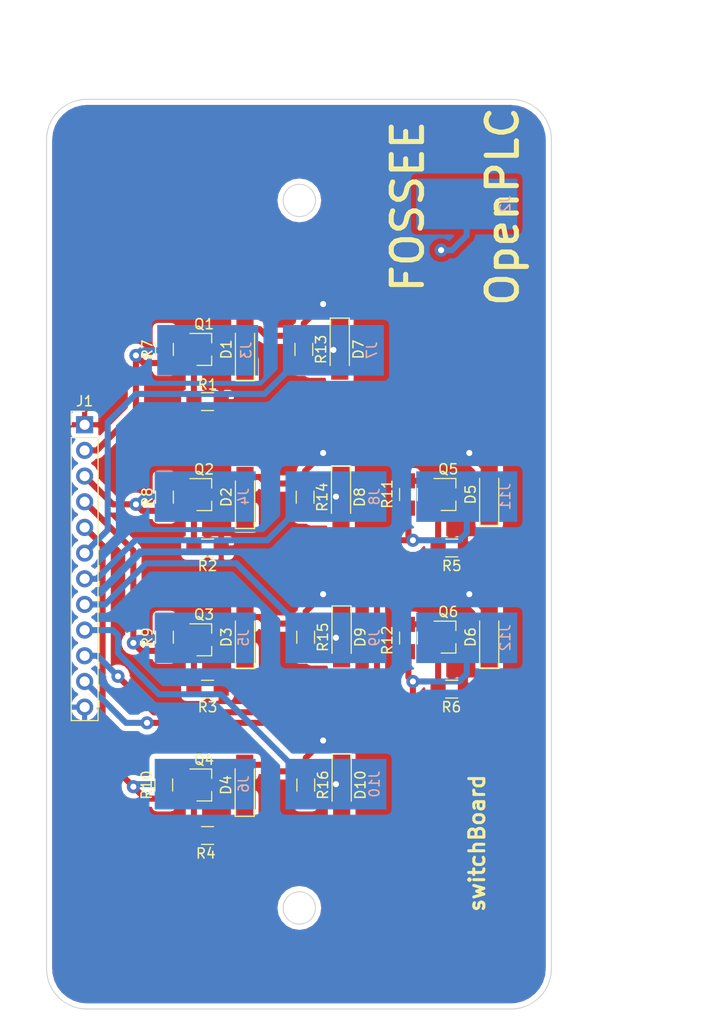
<source format=kicad_pcb>
(kicad_pcb (version 20171130) (host pcbnew 5.0.1)

  (general
    (thickness 1.6)
    (drawings 15)
    (tracks 171)
    (zones 0)
    (modules 44)
    (nets 35)
  )

  (page A4)
  (layers
    (0 F.Cu signal)
    (31 B.Cu signal)
    (32 B.Adhes user)
    (33 F.Adhes user)
    (34 B.Paste user hide)
    (35 F.Paste user)
    (36 B.SilkS user)
    (37 F.SilkS user)
    (38 B.Mask user hide)
    (39 F.Mask user)
    (40 Dwgs.User user)
    (41 Cmts.User user)
    (42 Eco1.User user)
    (43 Eco2.User user)
    (44 Edge.Cuts user)
    (45 Margin user)
    (46 B.CrtYd user)
    (47 F.CrtYd user)
    (48 B.Fab user hide)
    (49 F.Fab user)
  )

  (setup
    (last_trace_width 0.6)
    (trace_clearance 0.3)
    (zone_clearance 0.508)
    (zone_45_only no)
    (trace_min 0.2)
    (segment_width 0.2)
    (edge_width 0.15)
    (via_size 1.3)
    (via_drill 0.6)
    (via_min_size 0.4)
    (via_min_drill 0.3)
    (uvia_size 0.3)
    (uvia_drill 0.1)
    (uvias_allowed no)
    (uvia_min_size 0.2)
    (uvia_min_drill 0.1)
    (pcb_text_width 0.3)
    (pcb_text_size 1.5 1.5)
    (mod_edge_width 0.15)
    (mod_text_size 1 1)
    (mod_text_width 0.15)
    (pad_size 1.524 1.524)
    (pad_drill 0.762)
    (pad_to_mask_clearance 0.051)
    (solder_mask_min_width 0.25)
    (aux_axis_origin 0 0)
    (visible_elements FFFFFF7F)
    (pcbplotparams
      (layerselection 0x010fc_ffffffff)
      (usegerberextensions false)
      (usegerberattributes false)
      (usegerberadvancedattributes false)
      (creategerberjobfile false)
      (excludeedgelayer true)
      (linewidth 0.100000)
      (plotframeref false)
      (viasonmask false)
      (mode 1)
      (useauxorigin false)
      (hpglpennumber 1)
      (hpglpenspeed 20)
      (hpglpendiameter 15.000000)
      (psnegative false)
      (psa4output false)
      (plotreference true)
      (plotvalue true)
      (plotinvisibletext false)
      (padsonsilk false)
      (subtractmaskfromsilk false)
      (outputformat 1)
      (mirror false)
      (drillshape 0)
      (scaleselection 1)
      (outputdirectory "gerber/"))
  )

  (net 0 "")
  (net 1 /s10)
  (net 2 /s8)
  (net 3 /s6)
  (net 4 /s4)
  (net 5 /s2)
  (net 6 /s9)
  (net 7 /s7)
  (net 8 /s5)
  (net 9 /s3)
  (net 10 /s1)
  (net 11 GND)
  (net 12 "Net-(D4-Pad1)")
  (net 13 "Net-(D5-Pad1)")
  (net 14 "Net-(D3-Pad1)")
  (net 15 "Net-(D2-Pad1)")
  (net 16 "Net-(D1-Pad1)")
  (net 17 "Net-(D6-Pad1)")
  (net 18 +5V)
  (net 19 "Net-(Q3-Pad1)")
  (net 20 "Net-(Q6-Pad1)")
  (net 21 "Net-(Q5-Pad1)")
  (net 22 "Net-(Q1-Pad1)")
  (net 23 "Net-(Q2-Pad1)")
  (net 24 "Net-(Q4-Pad1)")
  (net 25 "Net-(D9-Pad2)")
  (net 26 "Net-(D8-Pad2)")
  (net 27 "Net-(D7-Pad2)")
  (net 28 "Net-(D10-Pad2)")
  (net 29 "Net-(Q3-Pad2)")
  (net 30 "Net-(Q6-Pad2)")
  (net 31 "Net-(Q5-Pad2)")
  (net 32 "Net-(Q4-Pad2)")
  (net 33 "Net-(Q2-Pad2)")
  (net 34 "Net-(Q1-Pad2)")

  (net_class Default "This is the default net class."
    (clearance 0.3)
    (trace_width 0.6)
    (via_dia 1.3)
    (via_drill 0.6)
    (uvia_dia 0.3)
    (uvia_drill 0.1)
    (add_net +5V)
    (add_net /s1)
    (add_net /s10)
    (add_net /s2)
    (add_net /s3)
    (add_net /s4)
    (add_net /s5)
    (add_net /s6)
    (add_net /s7)
    (add_net /s8)
    (add_net /s9)
    (add_net GND)
    (add_net "Net-(D1-Pad1)")
    (add_net "Net-(D10-Pad2)")
    (add_net "Net-(D2-Pad1)")
    (add_net "Net-(D3-Pad1)")
    (add_net "Net-(D4-Pad1)")
    (add_net "Net-(D5-Pad1)")
    (add_net "Net-(D6-Pad1)")
    (add_net "Net-(D7-Pad2)")
    (add_net "Net-(D8-Pad2)")
    (add_net "Net-(D9-Pad2)")
    (add_net "Net-(Q1-Pad1)")
    (add_net "Net-(Q1-Pad2)")
    (add_net "Net-(Q2-Pad1)")
    (add_net "Net-(Q2-Pad2)")
    (add_net "Net-(Q3-Pad1)")
    (add_net "Net-(Q3-Pad2)")
    (add_net "Net-(Q4-Pad1)")
    (add_net "Net-(Q4-Pad2)")
    (add_net "Net-(Q5-Pad1)")
    (add_net "Net-(Q5-Pad2)")
    (add_net "Net-(Q6-Pad1)")
    (add_net "Net-(Q6-Pad2)")
  )

  (module LEDs:LED_1206_HandSoldering (layer F.Cu) (tedit 595FC724) (tstamp 5C3CC83B)
    (at 123.249514 119.209815 270)
    (descr "LED SMD 1206, hand soldering")
    (tags "LED 1206")
    (path /5C3C5E62)
    (attr smd)
    (fp_text reference D10 (at 0 -1.85 270) (layer F.SilkS)
      (effects (font (size 1 1) (thickness 0.15)))
    )
    (fp_text value LED (at 0 1.9 270) (layer F.Fab)
      (effects (font (size 1 1) (thickness 0.15)))
    )
    (fp_line (start -3.1 -0.95) (end -3.1 0.95) (layer F.SilkS) (width 0.12))
    (fp_line (start -0.4 0) (end 0.2 -0.4) (layer F.Fab) (width 0.1))
    (fp_line (start 0.2 -0.4) (end 0.2 0.4) (layer F.Fab) (width 0.1))
    (fp_line (start 0.2 0.4) (end -0.4 0) (layer F.Fab) (width 0.1))
    (fp_line (start -0.45 -0.4) (end -0.45 0.4) (layer F.Fab) (width 0.1))
    (fp_line (start -1.6 0.8) (end -1.6 -0.8) (layer F.Fab) (width 0.1))
    (fp_line (start 1.6 0.8) (end -1.6 0.8) (layer F.Fab) (width 0.1))
    (fp_line (start 1.6 -0.8) (end 1.6 0.8) (layer F.Fab) (width 0.1))
    (fp_line (start -1.6 -0.8) (end 1.6 -0.8) (layer F.Fab) (width 0.1))
    (fp_line (start -3.1 0.95) (end 1.6 0.95) (layer F.SilkS) (width 0.12))
    (fp_line (start -3.1 -0.95) (end 1.6 -0.95) (layer F.SilkS) (width 0.12))
    (fp_line (start -3.25 -1.11) (end 3.25 -1.11) (layer F.CrtYd) (width 0.05))
    (fp_line (start -3.25 -1.11) (end -3.25 1.1) (layer F.CrtYd) (width 0.05))
    (fp_line (start 3.25 1.1) (end 3.25 -1.11) (layer F.CrtYd) (width 0.05))
    (fp_line (start 3.25 1.1) (end -3.25 1.1) (layer F.CrtYd) (width 0.05))
    (pad 1 smd rect (at -2 0 270) (size 2 1.7) (layers F.Cu F.Paste F.Mask)
      (net 2 /s8))
    (pad 2 smd rect (at 2 0 270) (size 2 1.7) (layers F.Cu F.Paste F.Mask)
      (net 28 "Net-(D10-Pad2)"))
    (model ${KISYS3DMOD}/LEDs.3dshapes/LED_1206.wrl
      (at (xyz 0 0 0))
      (scale (xyz 1 1 1))
      (rotate (xyz 0 0 180))
    )
  )

  (module LEDs:LED_1206_HandSoldering (layer F.Cu) (tedit 595FC724) (tstamp 5C3CBA7E)
    (at 123.23973 104.590725 270)
    (descr "LED SMD 1206, hand soldering")
    (tags "LED 1206")
    (path /5C3C4B74)
    (attr smd)
    (fp_text reference D9 (at 0 -1.85 270) (layer F.SilkS)
      (effects (font (size 1 1) (thickness 0.15)))
    )
    (fp_text value LED (at 0 1.9 270) (layer F.Fab)
      (effects (font (size 1 1) (thickness 0.15)))
    )
    (fp_line (start 3.25 1.1) (end -3.25 1.1) (layer F.CrtYd) (width 0.05))
    (fp_line (start 3.25 1.1) (end 3.25 -1.11) (layer F.CrtYd) (width 0.05))
    (fp_line (start -3.25 -1.11) (end -3.25 1.1) (layer F.CrtYd) (width 0.05))
    (fp_line (start -3.25 -1.11) (end 3.25 -1.11) (layer F.CrtYd) (width 0.05))
    (fp_line (start -3.1 -0.95) (end 1.6 -0.95) (layer F.SilkS) (width 0.12))
    (fp_line (start -3.1 0.95) (end 1.6 0.95) (layer F.SilkS) (width 0.12))
    (fp_line (start -1.6 -0.8) (end 1.6 -0.8) (layer F.Fab) (width 0.1))
    (fp_line (start 1.6 -0.8) (end 1.6 0.8) (layer F.Fab) (width 0.1))
    (fp_line (start 1.6 0.8) (end -1.6 0.8) (layer F.Fab) (width 0.1))
    (fp_line (start -1.6 0.8) (end -1.6 -0.8) (layer F.Fab) (width 0.1))
    (fp_line (start -0.45 -0.4) (end -0.45 0.4) (layer F.Fab) (width 0.1))
    (fp_line (start 0.2 0.4) (end -0.4 0) (layer F.Fab) (width 0.1))
    (fp_line (start 0.2 -0.4) (end 0.2 0.4) (layer F.Fab) (width 0.1))
    (fp_line (start -0.4 0) (end 0.2 -0.4) (layer F.Fab) (width 0.1))
    (fp_line (start -3.1 -0.95) (end -3.1 0.95) (layer F.SilkS) (width 0.12))
    (pad 2 smd rect (at 2 0 270) (size 2 1.7) (layers F.Cu F.Paste F.Mask)
      (net 25 "Net-(D9-Pad2)"))
    (pad 1 smd rect (at -2 0 270) (size 2 1.7) (layers F.Cu F.Paste F.Mask)
      (net 7 /s7))
    (model ${KISYS3DMOD}/LEDs.3dshapes/LED_1206.wrl
      (at (xyz 0 0 0))
      (scale (xyz 1 1 1))
      (rotate (xyz 0 0 180))
    )
  )

  (module LEDs:LED_1206_HandSoldering (layer F.Cu) (tedit 595FC724) (tstamp 5C3CB98E)
    (at 123.182653 90.733635 270)
    (descr "LED SMD 1206, hand soldering")
    (tags "LED 1206")
    (path /5C3C3A4A)
    (attr smd)
    (fp_text reference D8 (at 0 -1.85 270) (layer F.SilkS)
      (effects (font (size 1 1) (thickness 0.15)))
    )
    (fp_text value LED (at 0 1.9 270) (layer F.Fab)
      (effects (font (size 1 1) (thickness 0.15)))
    )
    (fp_line (start -3.1 -0.95) (end -3.1 0.95) (layer F.SilkS) (width 0.12))
    (fp_line (start -0.4 0) (end 0.2 -0.4) (layer F.Fab) (width 0.1))
    (fp_line (start 0.2 -0.4) (end 0.2 0.4) (layer F.Fab) (width 0.1))
    (fp_line (start 0.2 0.4) (end -0.4 0) (layer F.Fab) (width 0.1))
    (fp_line (start -0.45 -0.4) (end -0.45 0.4) (layer F.Fab) (width 0.1))
    (fp_line (start -1.6 0.8) (end -1.6 -0.8) (layer F.Fab) (width 0.1))
    (fp_line (start 1.6 0.8) (end -1.6 0.8) (layer F.Fab) (width 0.1))
    (fp_line (start 1.6 -0.8) (end 1.6 0.8) (layer F.Fab) (width 0.1))
    (fp_line (start -1.6 -0.8) (end 1.6 -0.8) (layer F.Fab) (width 0.1))
    (fp_line (start -3.1 0.95) (end 1.6 0.95) (layer F.SilkS) (width 0.12))
    (fp_line (start -3.1 -0.95) (end 1.6 -0.95) (layer F.SilkS) (width 0.12))
    (fp_line (start -3.25 -1.11) (end 3.25 -1.11) (layer F.CrtYd) (width 0.05))
    (fp_line (start -3.25 -1.11) (end -3.25 1.1) (layer F.CrtYd) (width 0.05))
    (fp_line (start 3.25 1.1) (end 3.25 -1.11) (layer F.CrtYd) (width 0.05))
    (fp_line (start 3.25 1.1) (end -3.25 1.1) (layer F.CrtYd) (width 0.05))
    (pad 1 smd rect (at -2 0 270) (size 2 1.7) (layers F.Cu F.Paste F.Mask)
      (net 3 /s6))
    (pad 2 smd rect (at 2 0 270) (size 2 1.7) (layers F.Cu F.Paste F.Mask)
      (net 26 "Net-(D8-Pad2)"))
    (model ${KISYS3DMOD}/LEDs.3dshapes/LED_1206.wrl
      (at (xyz 0 0 0))
      (scale (xyz 1 1 1))
      (rotate (xyz 0 0 180))
    )
  )

  (module LEDs:LED_1206_HandSoldering (layer F.Cu) (tedit 595FC724) (tstamp 5C3CB9D3)
    (at 123.057679 76.114545 270)
    (descr "LED SMD 1206, hand soldering")
    (tags "LED 1206")
    (path /5C3C2B44)
    (attr smd)
    (fp_text reference D7 (at 0 -1.85 270) (layer F.SilkS)
      (effects (font (size 1 1) (thickness 0.15)))
    )
    (fp_text value LED (at 0 1.9 270) (layer F.Fab)
      (effects (font (size 1 1) (thickness 0.15)))
    )
    (fp_line (start 3.25 1.1) (end -3.25 1.1) (layer F.CrtYd) (width 0.05))
    (fp_line (start 3.25 1.1) (end 3.25 -1.11) (layer F.CrtYd) (width 0.05))
    (fp_line (start -3.25 -1.11) (end -3.25 1.1) (layer F.CrtYd) (width 0.05))
    (fp_line (start -3.25 -1.11) (end 3.25 -1.11) (layer F.CrtYd) (width 0.05))
    (fp_line (start -3.1 -0.95) (end 1.6 -0.95) (layer F.SilkS) (width 0.12))
    (fp_line (start -3.1 0.95) (end 1.6 0.95) (layer F.SilkS) (width 0.12))
    (fp_line (start -1.6 -0.8) (end 1.6 -0.8) (layer F.Fab) (width 0.1))
    (fp_line (start 1.6 -0.8) (end 1.6 0.8) (layer F.Fab) (width 0.1))
    (fp_line (start 1.6 0.8) (end -1.6 0.8) (layer F.Fab) (width 0.1))
    (fp_line (start -1.6 0.8) (end -1.6 -0.8) (layer F.Fab) (width 0.1))
    (fp_line (start -0.45 -0.4) (end -0.45 0.4) (layer F.Fab) (width 0.1))
    (fp_line (start 0.2 0.4) (end -0.4 0) (layer F.Fab) (width 0.1))
    (fp_line (start 0.2 -0.4) (end 0.2 0.4) (layer F.Fab) (width 0.1))
    (fp_line (start -0.4 0) (end 0.2 -0.4) (layer F.Fab) (width 0.1))
    (fp_line (start -3.1 -0.95) (end -3.1 0.95) (layer F.SilkS) (width 0.12))
    (pad 2 smd rect (at 2 0 270) (size 2 1.7) (layers F.Cu F.Paste F.Mask)
      (net 27 "Net-(D7-Pad2)"))
    (pad 1 smd rect (at -2 0 270) (size 2 1.7) (layers F.Cu F.Paste F.Mask)
      (net 8 /s5))
    (model ${KISYS3DMOD}/LEDs.3dshapes/LED_1206.wrl
      (at (xyz 0 0 0))
      (scale (xyz 1 1 1))
      (rotate (xyz 0 0 180))
    )
  )

  (module LEDs:LED_1206_HandSoldering (layer F.Cu) (tedit 595FC724) (tstamp 5C3CA649)
    (at 137.86 104.578 90)
    (descr "LED SMD 1206, hand soldering")
    (tags "LED 1206")
    (path /5C39065B)
    (attr smd)
    (fp_text reference D6 (at 0 -1.85 90) (layer F.SilkS)
      (effects (font (size 1 1) (thickness 0.15)))
    )
    (fp_text value LED (at 0 1.9 90) (layer F.Fab)
      (effects (font (size 1 1) (thickness 0.15)))
    )
    (fp_line (start -3.1 -0.95) (end -3.1 0.95) (layer F.SilkS) (width 0.12))
    (fp_line (start -0.4 0) (end 0.2 -0.4) (layer F.Fab) (width 0.1))
    (fp_line (start 0.2 -0.4) (end 0.2 0.4) (layer F.Fab) (width 0.1))
    (fp_line (start 0.2 0.4) (end -0.4 0) (layer F.Fab) (width 0.1))
    (fp_line (start -0.45 -0.4) (end -0.45 0.4) (layer F.Fab) (width 0.1))
    (fp_line (start -1.6 0.8) (end -1.6 -0.8) (layer F.Fab) (width 0.1))
    (fp_line (start 1.6 0.8) (end -1.6 0.8) (layer F.Fab) (width 0.1))
    (fp_line (start 1.6 -0.8) (end 1.6 0.8) (layer F.Fab) (width 0.1))
    (fp_line (start -1.6 -0.8) (end 1.6 -0.8) (layer F.Fab) (width 0.1))
    (fp_line (start -3.1 0.95) (end 1.6 0.95) (layer F.SilkS) (width 0.12))
    (fp_line (start -3.1 -0.95) (end 1.6 -0.95) (layer F.SilkS) (width 0.12))
    (fp_line (start -3.25 -1.11) (end 3.25 -1.11) (layer F.CrtYd) (width 0.05))
    (fp_line (start -3.25 -1.11) (end -3.25 1.1) (layer F.CrtYd) (width 0.05))
    (fp_line (start 3.25 1.1) (end 3.25 -1.11) (layer F.CrtYd) (width 0.05))
    (fp_line (start 3.25 1.1) (end -3.25 1.1) (layer F.CrtYd) (width 0.05))
    (pad 1 smd rect (at -2 0 90) (size 2 1.7) (layers F.Cu F.Paste F.Mask)
      (net 17 "Net-(D6-Pad1)"))
    (pad 2 smd rect (at 2 0 90) (size 2 1.7) (layers F.Cu F.Paste F.Mask)
      (net 18 +5V))
    (model ${KISYS3DMOD}/LEDs.3dshapes/LED_1206.wrl
      (at (xyz 0 0 0))
      (scale (xyz 1 1 1))
      (rotate (xyz 0 0 180))
    )
  )

  (module LEDs:LED_1206_HandSoldering (layer F.Cu) (tedit 595FC724) (tstamp 5C3CA635)
    (at 137.86 90.466905 90)
    (descr "LED SMD 1206, hand soldering")
    (tags "LED 1206")
    (path /5C390654)
    (attr smd)
    (fp_text reference D5 (at 0 -1.85 90) (layer F.SilkS)
      (effects (font (size 1 1) (thickness 0.15)))
    )
    (fp_text value LED (at 0 1.9 90) (layer F.Fab)
      (effects (font (size 1 1) (thickness 0.15)))
    )
    (fp_line (start 3.25 1.1) (end -3.25 1.1) (layer F.CrtYd) (width 0.05))
    (fp_line (start 3.25 1.1) (end 3.25 -1.11) (layer F.CrtYd) (width 0.05))
    (fp_line (start -3.25 -1.11) (end -3.25 1.1) (layer F.CrtYd) (width 0.05))
    (fp_line (start -3.25 -1.11) (end 3.25 -1.11) (layer F.CrtYd) (width 0.05))
    (fp_line (start -3.1 -0.95) (end 1.6 -0.95) (layer F.SilkS) (width 0.12))
    (fp_line (start -3.1 0.95) (end 1.6 0.95) (layer F.SilkS) (width 0.12))
    (fp_line (start -1.6 -0.8) (end 1.6 -0.8) (layer F.Fab) (width 0.1))
    (fp_line (start 1.6 -0.8) (end 1.6 0.8) (layer F.Fab) (width 0.1))
    (fp_line (start 1.6 0.8) (end -1.6 0.8) (layer F.Fab) (width 0.1))
    (fp_line (start -1.6 0.8) (end -1.6 -0.8) (layer F.Fab) (width 0.1))
    (fp_line (start -0.45 -0.4) (end -0.45 0.4) (layer F.Fab) (width 0.1))
    (fp_line (start 0.2 0.4) (end -0.4 0) (layer F.Fab) (width 0.1))
    (fp_line (start 0.2 -0.4) (end 0.2 0.4) (layer F.Fab) (width 0.1))
    (fp_line (start -0.4 0) (end 0.2 -0.4) (layer F.Fab) (width 0.1))
    (fp_line (start -3.1 -0.95) (end -3.1 0.95) (layer F.SilkS) (width 0.12))
    (pad 2 smd rect (at 2 0 90) (size 2 1.7) (layers F.Cu F.Paste F.Mask)
      (net 18 +5V))
    (pad 1 smd rect (at -2 0 90) (size 2 1.7) (layers F.Cu F.Paste F.Mask)
      (net 13 "Net-(D5-Pad1)"))
    (model ${KISYS3DMOD}/LEDs.3dshapes/LED_1206.wrl
      (at (xyz 0 0 0))
      (scale (xyz 1 1 1))
      (rotate (xyz 0 0 180))
    )
  )

  (module LEDs:LED_1206_HandSoldering (layer F.Cu) (tedit 595FC724) (tstamp 5C3CA621)
    (at 113.644 119.209815 90)
    (descr "LED SMD 1206, hand soldering")
    (tags "LED 1206")
    (path /5C39064D)
    (attr smd)
    (fp_text reference D4 (at 0 -1.85 90) (layer F.SilkS)
      (effects (font (size 1 1) (thickness 0.15)))
    )
    (fp_text value LED (at 0 1.9 90) (layer F.Fab)
      (effects (font (size 1 1) (thickness 0.15)))
    )
    (fp_line (start -3.1 -0.95) (end -3.1 0.95) (layer F.SilkS) (width 0.12))
    (fp_line (start -0.4 0) (end 0.2 -0.4) (layer F.Fab) (width 0.1))
    (fp_line (start 0.2 -0.4) (end 0.2 0.4) (layer F.Fab) (width 0.1))
    (fp_line (start 0.2 0.4) (end -0.4 0) (layer F.Fab) (width 0.1))
    (fp_line (start -0.45 -0.4) (end -0.45 0.4) (layer F.Fab) (width 0.1))
    (fp_line (start -1.6 0.8) (end -1.6 -0.8) (layer F.Fab) (width 0.1))
    (fp_line (start 1.6 0.8) (end -1.6 0.8) (layer F.Fab) (width 0.1))
    (fp_line (start 1.6 -0.8) (end 1.6 0.8) (layer F.Fab) (width 0.1))
    (fp_line (start -1.6 -0.8) (end 1.6 -0.8) (layer F.Fab) (width 0.1))
    (fp_line (start -3.1 0.95) (end 1.6 0.95) (layer F.SilkS) (width 0.12))
    (fp_line (start -3.1 -0.95) (end 1.6 -0.95) (layer F.SilkS) (width 0.12))
    (fp_line (start -3.25 -1.11) (end 3.25 -1.11) (layer F.CrtYd) (width 0.05))
    (fp_line (start -3.25 -1.11) (end -3.25 1.1) (layer F.CrtYd) (width 0.05))
    (fp_line (start 3.25 1.1) (end 3.25 -1.11) (layer F.CrtYd) (width 0.05))
    (fp_line (start 3.25 1.1) (end -3.25 1.1) (layer F.CrtYd) (width 0.05))
    (pad 1 smd rect (at -2 0 90) (size 2 1.7) (layers F.Cu F.Paste F.Mask)
      (net 12 "Net-(D4-Pad1)"))
    (pad 2 smd rect (at 2 0 90) (size 2 1.7) (layers F.Cu F.Paste F.Mask)
      (net 18 +5V))
    (model ${KISYS3DMOD}/LEDs.3dshapes/LED_1206.wrl
      (at (xyz 0 0 0))
      (scale (xyz 1 1 1))
      (rotate (xyz 0 0 180))
    )
  )

  (module LEDs:LED_1206_HandSoldering (layer F.Cu) (tedit 595FC724) (tstamp 5C3CA60D)
    (at 113.674 104.590725 90)
    (descr "LED SMD 1206, hand soldering")
    (tags "LED 1206")
    (path /5C38AB24)
    (attr smd)
    (fp_text reference D3 (at 0 -1.85 90) (layer F.SilkS)
      (effects (font (size 1 1) (thickness 0.15)))
    )
    (fp_text value LED (at 0 1.9 90) (layer F.Fab)
      (effects (font (size 1 1) (thickness 0.15)))
    )
    (fp_line (start 3.25 1.1) (end -3.25 1.1) (layer F.CrtYd) (width 0.05))
    (fp_line (start 3.25 1.1) (end 3.25 -1.11) (layer F.CrtYd) (width 0.05))
    (fp_line (start -3.25 -1.11) (end -3.25 1.1) (layer F.CrtYd) (width 0.05))
    (fp_line (start -3.25 -1.11) (end 3.25 -1.11) (layer F.CrtYd) (width 0.05))
    (fp_line (start -3.1 -0.95) (end 1.6 -0.95) (layer F.SilkS) (width 0.12))
    (fp_line (start -3.1 0.95) (end 1.6 0.95) (layer F.SilkS) (width 0.12))
    (fp_line (start -1.6 -0.8) (end 1.6 -0.8) (layer F.Fab) (width 0.1))
    (fp_line (start 1.6 -0.8) (end 1.6 0.8) (layer F.Fab) (width 0.1))
    (fp_line (start 1.6 0.8) (end -1.6 0.8) (layer F.Fab) (width 0.1))
    (fp_line (start -1.6 0.8) (end -1.6 -0.8) (layer F.Fab) (width 0.1))
    (fp_line (start -0.45 -0.4) (end -0.45 0.4) (layer F.Fab) (width 0.1))
    (fp_line (start 0.2 0.4) (end -0.4 0) (layer F.Fab) (width 0.1))
    (fp_line (start 0.2 -0.4) (end 0.2 0.4) (layer F.Fab) (width 0.1))
    (fp_line (start -0.4 0) (end 0.2 -0.4) (layer F.Fab) (width 0.1))
    (fp_line (start -3.1 -0.95) (end -3.1 0.95) (layer F.SilkS) (width 0.12))
    (pad 2 smd rect (at 2 0 90) (size 2 1.7) (layers F.Cu F.Paste F.Mask)
      (net 18 +5V))
    (pad 1 smd rect (at -2 0 90) (size 2 1.7) (layers F.Cu F.Paste F.Mask)
      (net 14 "Net-(D3-Pad1)"))
    (model ${KISYS3DMOD}/LEDs.3dshapes/LED_1206.wrl
      (at (xyz 0 0 0))
      (scale (xyz 1 1 1))
      (rotate (xyz 0 0 180))
    )
  )

  (module LEDs:LED_1206_HandSoldering (layer F.Cu) (tedit 595FC724) (tstamp 5C3CA5F9)
    (at 113.674 90.733635 90)
    (descr "LED SMD 1206, hand soldering")
    (tags "LED 1206")
    (path /5C38AAB2)
    (attr smd)
    (fp_text reference D2 (at 0 -1.85 90) (layer F.SilkS)
      (effects (font (size 1 1) (thickness 0.15)))
    )
    (fp_text value LED (at 0 1.9 90) (layer F.Fab)
      (effects (font (size 1 1) (thickness 0.15)))
    )
    (fp_line (start -3.1 -0.95) (end -3.1 0.95) (layer F.SilkS) (width 0.12))
    (fp_line (start -0.4 0) (end 0.2 -0.4) (layer F.Fab) (width 0.1))
    (fp_line (start 0.2 -0.4) (end 0.2 0.4) (layer F.Fab) (width 0.1))
    (fp_line (start 0.2 0.4) (end -0.4 0) (layer F.Fab) (width 0.1))
    (fp_line (start -0.45 -0.4) (end -0.45 0.4) (layer F.Fab) (width 0.1))
    (fp_line (start -1.6 0.8) (end -1.6 -0.8) (layer F.Fab) (width 0.1))
    (fp_line (start 1.6 0.8) (end -1.6 0.8) (layer F.Fab) (width 0.1))
    (fp_line (start 1.6 -0.8) (end 1.6 0.8) (layer F.Fab) (width 0.1))
    (fp_line (start -1.6 -0.8) (end 1.6 -0.8) (layer F.Fab) (width 0.1))
    (fp_line (start -3.1 0.95) (end 1.6 0.95) (layer F.SilkS) (width 0.12))
    (fp_line (start -3.1 -0.95) (end 1.6 -0.95) (layer F.SilkS) (width 0.12))
    (fp_line (start -3.25 -1.11) (end 3.25 -1.11) (layer F.CrtYd) (width 0.05))
    (fp_line (start -3.25 -1.11) (end -3.25 1.1) (layer F.CrtYd) (width 0.05))
    (fp_line (start 3.25 1.1) (end 3.25 -1.11) (layer F.CrtYd) (width 0.05))
    (fp_line (start 3.25 1.1) (end -3.25 1.1) (layer F.CrtYd) (width 0.05))
    (pad 1 smd rect (at -2 0 90) (size 2 1.7) (layers F.Cu F.Paste F.Mask)
      (net 15 "Net-(D2-Pad1)"))
    (pad 2 smd rect (at 2 0 90) (size 2 1.7) (layers F.Cu F.Paste F.Mask)
      (net 18 +5V))
    (model ${KISYS3DMOD}/LEDs.3dshapes/LED_1206.wrl
      (at (xyz 0 0 0))
      (scale (xyz 1 1 1))
      (rotate (xyz 0 0 180))
    )
  )

  (module LEDs:LED_1206_HandSoldering (layer F.Cu) (tedit 595FC724) (tstamp 5C3CC5F8)
    (at 113.674 76.114545 90)
    (descr "LED SMD 1206, hand soldering")
    (tags "LED 1206")
    (path /5C38A8BF)
    (attr smd)
    (fp_text reference D1 (at 0 -1.85 90) (layer F.SilkS)
      (effects (font (size 1 1) (thickness 0.15)))
    )
    (fp_text value LED (at 0 1.9 90) (layer F.Fab)
      (effects (font (size 1 1) (thickness 0.15)))
    )
    (fp_line (start 3.25 1.1) (end -3.25 1.1) (layer F.CrtYd) (width 0.05))
    (fp_line (start 3.25 1.1) (end 3.25 -1.11) (layer F.CrtYd) (width 0.05))
    (fp_line (start -3.25 -1.11) (end -3.25 1.1) (layer F.CrtYd) (width 0.05))
    (fp_line (start -3.25 -1.11) (end 3.25 -1.11) (layer F.CrtYd) (width 0.05))
    (fp_line (start -3.1 -0.95) (end 1.6 -0.95) (layer F.SilkS) (width 0.12))
    (fp_line (start -3.1 0.95) (end 1.6 0.95) (layer F.SilkS) (width 0.12))
    (fp_line (start -1.6 -0.8) (end 1.6 -0.8) (layer F.Fab) (width 0.1))
    (fp_line (start 1.6 -0.8) (end 1.6 0.8) (layer F.Fab) (width 0.1))
    (fp_line (start 1.6 0.8) (end -1.6 0.8) (layer F.Fab) (width 0.1))
    (fp_line (start -1.6 0.8) (end -1.6 -0.8) (layer F.Fab) (width 0.1))
    (fp_line (start -0.45 -0.4) (end -0.45 0.4) (layer F.Fab) (width 0.1))
    (fp_line (start 0.2 0.4) (end -0.4 0) (layer F.Fab) (width 0.1))
    (fp_line (start 0.2 -0.4) (end 0.2 0.4) (layer F.Fab) (width 0.1))
    (fp_line (start -0.4 0) (end 0.2 -0.4) (layer F.Fab) (width 0.1))
    (fp_line (start -3.1 -0.95) (end -3.1 0.95) (layer F.SilkS) (width 0.12))
    (pad 2 smd rect (at 2 0 90) (size 2 1.7) (layers F.Cu F.Paste F.Mask)
      (net 18 +5V))
    (pad 1 smd rect (at -2 0 90) (size 2 1.7) (layers F.Cu F.Paste F.Mask)
      (net 16 "Net-(D1-Pad1)"))
    (model ${KISYS3DMOD}/LEDs.3dshapes/LED_1206.wrl
      (at (xyz 0 0 0))
      (scale (xyz 1 1 1))
      (rotate (xyz 0 0 180))
    )
  )

  (module Resistors_SMD:R_0805_HandSoldering (layer F.Cu) (tedit 58E0A804) (tstamp 5C3CC873)
    (at 119.693514 119.209815 270)
    (descr "Resistor SMD 0805, hand soldering")
    (tags "resistor 0805")
    (path /5C3C5E5B)
    (attr smd)
    (fp_text reference R16 (at 0 -1.7 270) (layer F.SilkS)
      (effects (font (size 1 1) (thickness 0.15)))
    )
    (fp_text value R_US (at 0 1.75 270) (layer F.Fab)
      (effects (font (size 1 1) (thickness 0.15)))
    )
    (fp_text user %R (at 0 0 270) (layer F.Fab)
      (effects (font (size 0.5 0.5) (thickness 0.075)))
    )
    (fp_line (start -1 0.62) (end -1 -0.62) (layer F.Fab) (width 0.1))
    (fp_line (start 1 0.62) (end -1 0.62) (layer F.Fab) (width 0.1))
    (fp_line (start 1 -0.62) (end 1 0.62) (layer F.Fab) (width 0.1))
    (fp_line (start -1 -0.62) (end 1 -0.62) (layer F.Fab) (width 0.1))
    (fp_line (start 0.6 0.88) (end -0.6 0.88) (layer F.SilkS) (width 0.12))
    (fp_line (start -0.6 -0.88) (end 0.6 -0.88) (layer F.SilkS) (width 0.12))
    (fp_line (start -2.35 -0.9) (end 2.35 -0.9) (layer F.CrtYd) (width 0.05))
    (fp_line (start -2.35 -0.9) (end -2.35 0.9) (layer F.CrtYd) (width 0.05))
    (fp_line (start 2.35 0.9) (end 2.35 -0.9) (layer F.CrtYd) (width 0.05))
    (fp_line (start 2.35 0.9) (end -2.35 0.9) (layer F.CrtYd) (width 0.05))
    (pad 1 smd rect (at -1.35 0 270) (size 1.5 1.3) (layers F.Cu F.Paste F.Mask)
      (net 18 +5V))
    (pad 2 smd rect (at 1.35 0 270) (size 1.5 1.3) (layers F.Cu F.Paste F.Mask)
      (net 28 "Net-(D10-Pad2)"))
    (model ${KISYS3DMOD}/Resistors_SMD.3dshapes/R_0805.wrl
      (at (xyz 0 0 0))
      (scale (xyz 1 1 1))
      (rotate (xyz 0 0 0))
    )
  )

  (module Resistors_SMD:R_0805_HandSoldering (layer F.Cu) (tedit 58E0A804) (tstamp 5C3CBAB6)
    (at 119.501679 76.114545 270)
    (descr "Resistor SMD 0805, hand soldering")
    (tags "resistor 0805")
    (path /5C3C2B3D)
    (attr smd)
    (fp_text reference R13 (at 0 -1.7 270) (layer F.SilkS)
      (effects (font (size 1 1) (thickness 0.15)))
    )
    (fp_text value R_US (at 0 1.75 270) (layer F.Fab)
      (effects (font (size 1 1) (thickness 0.15)))
    )
    (fp_line (start 2.35 0.9) (end -2.35 0.9) (layer F.CrtYd) (width 0.05))
    (fp_line (start 2.35 0.9) (end 2.35 -0.9) (layer F.CrtYd) (width 0.05))
    (fp_line (start -2.35 -0.9) (end -2.35 0.9) (layer F.CrtYd) (width 0.05))
    (fp_line (start -2.35 -0.9) (end 2.35 -0.9) (layer F.CrtYd) (width 0.05))
    (fp_line (start -0.6 -0.88) (end 0.6 -0.88) (layer F.SilkS) (width 0.12))
    (fp_line (start 0.6 0.88) (end -0.6 0.88) (layer F.SilkS) (width 0.12))
    (fp_line (start -1 -0.62) (end 1 -0.62) (layer F.Fab) (width 0.1))
    (fp_line (start 1 -0.62) (end 1 0.62) (layer F.Fab) (width 0.1))
    (fp_line (start 1 0.62) (end -1 0.62) (layer F.Fab) (width 0.1))
    (fp_line (start -1 0.62) (end -1 -0.62) (layer F.Fab) (width 0.1))
    (fp_text user %R (at 0 0 270) (layer F.Fab)
      (effects (font (size 0.5 0.5) (thickness 0.075)))
    )
    (pad 2 smd rect (at 1.35 0 270) (size 1.5 1.3) (layers F.Cu F.Paste F.Mask)
      (net 27 "Net-(D7-Pad2)"))
    (pad 1 smd rect (at -1.35 0 270) (size 1.5 1.3) (layers F.Cu F.Paste F.Mask)
      (net 18 +5V))
    (model ${KISYS3DMOD}/Resistors_SMD.3dshapes/R_0805.wrl
      (at (xyz 0 0 0))
      (scale (xyz 1 1 1))
      (rotate (xyz 0 0 0))
    )
  )

  (module Resistors_SMD:R_0805_HandSoldering (layer F.Cu) (tedit 58E0A804) (tstamp 5C3CBA0B)
    (at 119.626653 90.733635 270)
    (descr "Resistor SMD 0805, hand soldering")
    (tags "resistor 0805")
    (path /5C3C3A43)
    (attr smd)
    (fp_text reference R14 (at 0 -1.7 270) (layer F.SilkS)
      (effects (font (size 1 1) (thickness 0.15)))
    )
    (fp_text value R_US (at 0 1.75 270) (layer F.Fab)
      (effects (font (size 1 1) (thickness 0.15)))
    )
    (fp_text user %R (at 0 0 270) (layer F.Fab)
      (effects (font (size 0.5 0.5) (thickness 0.075)))
    )
    (fp_line (start -1 0.62) (end -1 -0.62) (layer F.Fab) (width 0.1))
    (fp_line (start 1 0.62) (end -1 0.62) (layer F.Fab) (width 0.1))
    (fp_line (start 1 -0.62) (end 1 0.62) (layer F.Fab) (width 0.1))
    (fp_line (start -1 -0.62) (end 1 -0.62) (layer F.Fab) (width 0.1))
    (fp_line (start 0.6 0.88) (end -0.6 0.88) (layer F.SilkS) (width 0.12))
    (fp_line (start -0.6 -0.88) (end 0.6 -0.88) (layer F.SilkS) (width 0.12))
    (fp_line (start -2.35 -0.9) (end 2.35 -0.9) (layer F.CrtYd) (width 0.05))
    (fp_line (start -2.35 -0.9) (end -2.35 0.9) (layer F.CrtYd) (width 0.05))
    (fp_line (start 2.35 0.9) (end 2.35 -0.9) (layer F.CrtYd) (width 0.05))
    (fp_line (start 2.35 0.9) (end -2.35 0.9) (layer F.CrtYd) (width 0.05))
    (pad 1 smd rect (at -1.35 0 270) (size 1.5 1.3) (layers F.Cu F.Paste F.Mask)
      (net 18 +5V))
    (pad 2 smd rect (at 1.35 0 270) (size 1.5 1.3) (layers F.Cu F.Paste F.Mask)
      (net 26 "Net-(D8-Pad2)"))
    (model ${KISYS3DMOD}/Resistors_SMD.3dshapes/R_0805.wrl
      (at (xyz 0 0 0))
      (scale (xyz 1 1 1))
      (rotate (xyz 0 0 0))
    )
  )

  (module Resistors_SMD:R_0805_HandSoldering (layer F.Cu) (tedit 58E0A804) (tstamp 5C3CBB82)
    (at 119.68373 104.590725 270)
    (descr "Resistor SMD 0805, hand soldering")
    (tags "resistor 0805")
    (path /5C3C4B6D)
    (attr smd)
    (fp_text reference R15 (at 0 -1.7 270) (layer F.SilkS)
      (effects (font (size 1 1) (thickness 0.15)))
    )
    (fp_text value R_US (at 0 1.75 270) (layer F.Fab)
      (effects (font (size 1 1) (thickness 0.15)))
    )
    (fp_line (start 2.35 0.9) (end -2.35 0.9) (layer F.CrtYd) (width 0.05))
    (fp_line (start 2.35 0.9) (end 2.35 -0.9) (layer F.CrtYd) (width 0.05))
    (fp_line (start -2.35 -0.9) (end -2.35 0.9) (layer F.CrtYd) (width 0.05))
    (fp_line (start -2.35 -0.9) (end 2.35 -0.9) (layer F.CrtYd) (width 0.05))
    (fp_line (start -0.6 -0.88) (end 0.6 -0.88) (layer F.SilkS) (width 0.12))
    (fp_line (start 0.6 0.88) (end -0.6 0.88) (layer F.SilkS) (width 0.12))
    (fp_line (start -1 -0.62) (end 1 -0.62) (layer F.Fab) (width 0.1))
    (fp_line (start 1 -0.62) (end 1 0.62) (layer F.Fab) (width 0.1))
    (fp_line (start 1 0.62) (end -1 0.62) (layer F.Fab) (width 0.1))
    (fp_line (start -1 0.62) (end -1 -0.62) (layer F.Fab) (width 0.1))
    (fp_text user %R (at 0 0 270) (layer F.Fab)
      (effects (font (size 0.5 0.5) (thickness 0.075)))
    )
    (pad 2 smd rect (at 1.35 0 270) (size 1.5 1.3) (layers F.Cu F.Paste F.Mask)
      (net 25 "Net-(D9-Pad2)"))
    (pad 1 smd rect (at -1.35 0 270) (size 1.5 1.3) (layers F.Cu F.Paste F.Mask)
      (net 18 +5V))
    (model ${KISYS3DMOD}/Resistors_SMD.3dshapes/R_0805.wrl
      (at (xyz 0 0 0))
      (scale (xyz 1 1 1))
      (rotate (xyz 0 0 0))
    )
  )

  (module Resistors_SMD:R_0805_HandSoldering (layer F.Cu) (tedit 58E0A804) (tstamp 5C3CBAFE)
    (at 129.862 104.668 90)
    (descr "Resistor SMD 0805, hand soldering")
    (tags "resistor 0805")
    (path /5C39F801)
    (attr smd)
    (fp_text reference R12 (at -0.234 -2.1 90) (layer F.SilkS)
      (effects (font (size 1 1) (thickness 0.15)))
    )
    (fp_text value R_US (at 0 1.75 90) (layer F.Fab)
      (effects (font (size 1 1) (thickness 0.15)))
    )
    (fp_text user %R (at 0 0 90) (layer F.Fab)
      (effects (font (size 0.5 0.5) (thickness 0.075)))
    )
    (fp_line (start -1 0.62) (end -1 -0.62) (layer F.Fab) (width 0.1))
    (fp_line (start 1 0.62) (end -1 0.62) (layer F.Fab) (width 0.1))
    (fp_line (start 1 -0.62) (end 1 0.62) (layer F.Fab) (width 0.1))
    (fp_line (start -1 -0.62) (end 1 -0.62) (layer F.Fab) (width 0.1))
    (fp_line (start 0.6 0.88) (end -0.6 0.88) (layer F.SilkS) (width 0.12))
    (fp_line (start -0.6 -0.88) (end 0.6 -0.88) (layer F.SilkS) (width 0.12))
    (fp_line (start -2.35 -0.9) (end 2.35 -0.9) (layer F.CrtYd) (width 0.05))
    (fp_line (start -2.35 -0.9) (end -2.35 0.9) (layer F.CrtYd) (width 0.05))
    (fp_line (start 2.35 0.9) (end 2.35 -0.9) (layer F.CrtYd) (width 0.05))
    (fp_line (start 2.35 0.9) (end -2.35 0.9) (layer F.CrtYd) (width 0.05))
    (pad 1 smd rect (at -1.35 0 90) (size 1.5 1.3) (layers F.Cu F.Paste F.Mask)
      (net 1 /s10))
    (pad 2 smd rect (at 1.35 0 90) (size 1.5 1.3) (layers F.Cu F.Paste F.Mask)
      (net 20 "Net-(Q6-Pad1)"))
    (model ${KISYS3DMOD}/Resistors_SMD.3dshapes/R_0805.wrl
      (at (xyz 0 0 0))
      (scale (xyz 1 1 1))
      (rotate (xyz 0 0 0))
    )
  )

  (module Resistors_SMD:R_0805_HandSoldering (layer F.Cu) (tedit 58E0A804) (tstamp 5C3CC630)
    (at 105.696 76.114545 90)
    (descr "Resistor SMD 0805, hand soldering")
    (tags "resistor 0805")
    (path /5C397AB8)
    (attr smd)
    (fp_text reference R7 (at 0 -1.7 90) (layer F.SilkS)
      (effects (font (size 1 1) (thickness 0.15)))
    )
    (fp_text value R_US (at 0 1.75 90) (layer F.Fab)
      (effects (font (size 1 1) (thickness 0.15)))
    )
    (fp_line (start 2.35 0.9) (end -2.35 0.9) (layer F.CrtYd) (width 0.05))
    (fp_line (start 2.35 0.9) (end 2.35 -0.9) (layer F.CrtYd) (width 0.05))
    (fp_line (start -2.35 -0.9) (end -2.35 0.9) (layer F.CrtYd) (width 0.05))
    (fp_line (start -2.35 -0.9) (end 2.35 -0.9) (layer F.CrtYd) (width 0.05))
    (fp_line (start -0.6 -0.88) (end 0.6 -0.88) (layer F.SilkS) (width 0.12))
    (fp_line (start 0.6 0.88) (end -0.6 0.88) (layer F.SilkS) (width 0.12))
    (fp_line (start -1 -0.62) (end 1 -0.62) (layer F.Fab) (width 0.1))
    (fp_line (start 1 -0.62) (end 1 0.62) (layer F.Fab) (width 0.1))
    (fp_line (start 1 0.62) (end -1 0.62) (layer F.Fab) (width 0.1))
    (fp_line (start -1 0.62) (end -1 -0.62) (layer F.Fab) (width 0.1))
    (fp_text user %R (at 0 0 90) (layer F.Fab)
      (effects (font (size 0.5 0.5) (thickness 0.075)))
    )
    (pad 2 smd rect (at 1.35 0 90) (size 1.5 1.3) (layers F.Cu F.Paste F.Mask)
      (net 22 "Net-(Q1-Pad1)"))
    (pad 1 smd rect (at -1.35 0 90) (size 1.5 1.3) (layers F.Cu F.Paste F.Mask)
      (net 10 /s1))
    (model ${KISYS3DMOD}/Resistors_SMD.3dshapes/R_0805.wrl
      (at (xyz 0 0 0))
      (scale (xyz 1 1 1))
      (rotate (xyz 0 0 0))
    )
  )

  (module Resistors_SMD:R_0805_HandSoldering (layer F.Cu) (tedit 58E0A804) (tstamp 5C3C968E)
    (at 105.696 90.733635 90)
    (descr "Resistor SMD 0805, hand soldering")
    (tags "resistor 0805")
    (path /5C3988CF)
    (attr smd)
    (fp_text reference R8 (at 0 -1.7 90) (layer F.SilkS)
      (effects (font (size 1 1) (thickness 0.15)))
    )
    (fp_text value R_US (at 0 1.75 90) (layer F.Fab)
      (effects (font (size 1 1) (thickness 0.15)))
    )
    (fp_text user %R (at 0 0 90) (layer F.Fab)
      (effects (font (size 0.5 0.5) (thickness 0.075)))
    )
    (fp_line (start -1 0.62) (end -1 -0.62) (layer F.Fab) (width 0.1))
    (fp_line (start 1 0.62) (end -1 0.62) (layer F.Fab) (width 0.1))
    (fp_line (start 1 -0.62) (end 1 0.62) (layer F.Fab) (width 0.1))
    (fp_line (start -1 -0.62) (end 1 -0.62) (layer F.Fab) (width 0.1))
    (fp_line (start 0.6 0.88) (end -0.6 0.88) (layer F.SilkS) (width 0.12))
    (fp_line (start -0.6 -0.88) (end 0.6 -0.88) (layer F.SilkS) (width 0.12))
    (fp_line (start -2.35 -0.9) (end 2.35 -0.9) (layer F.CrtYd) (width 0.05))
    (fp_line (start -2.35 -0.9) (end -2.35 0.9) (layer F.CrtYd) (width 0.05))
    (fp_line (start 2.35 0.9) (end 2.35 -0.9) (layer F.CrtYd) (width 0.05))
    (fp_line (start 2.35 0.9) (end -2.35 0.9) (layer F.CrtYd) (width 0.05))
    (pad 1 smd rect (at -1.35 0 90) (size 1.5 1.3) (layers F.Cu F.Paste F.Mask)
      (net 5 /s2))
    (pad 2 smd rect (at 1.35 0 90) (size 1.5 1.3) (layers F.Cu F.Paste F.Mask)
      (net 23 "Net-(Q2-Pad1)"))
    (model ${KISYS3DMOD}/Resistors_SMD.3dshapes/R_0805.wrl
      (at (xyz 0 0 0))
      (scale (xyz 1 1 1))
      (rotate (xyz 0 0 0))
    )
  )

  (module Resistors_SMD:R_0805_HandSoldering (layer F.Cu) (tedit 58E0A804) (tstamp 5C3C999A)
    (at 105.696 104.590725 90)
    (descr "Resistor SMD 0805, hand soldering")
    (tags "resistor 0805")
    (path /5C39A9E7)
    (attr smd)
    (fp_text reference R9 (at 0 -1.7 90) (layer F.SilkS)
      (effects (font (size 1 1) (thickness 0.15)))
    )
    (fp_text value R_US (at 0 1.75 90) (layer F.Fab)
      (effects (font (size 1 1) (thickness 0.15)))
    )
    (fp_line (start 2.35 0.9) (end -2.35 0.9) (layer F.CrtYd) (width 0.05))
    (fp_line (start 2.35 0.9) (end 2.35 -0.9) (layer F.CrtYd) (width 0.05))
    (fp_line (start -2.35 -0.9) (end -2.35 0.9) (layer F.CrtYd) (width 0.05))
    (fp_line (start -2.35 -0.9) (end 2.35 -0.9) (layer F.CrtYd) (width 0.05))
    (fp_line (start -0.6 -0.88) (end 0.6 -0.88) (layer F.SilkS) (width 0.12))
    (fp_line (start 0.6 0.88) (end -0.6 0.88) (layer F.SilkS) (width 0.12))
    (fp_line (start -1 -0.62) (end 1 -0.62) (layer F.Fab) (width 0.1))
    (fp_line (start 1 -0.62) (end 1 0.62) (layer F.Fab) (width 0.1))
    (fp_line (start 1 0.62) (end -1 0.62) (layer F.Fab) (width 0.1))
    (fp_line (start -1 0.62) (end -1 -0.62) (layer F.Fab) (width 0.1))
    (fp_text user %R (at 0 0 90) (layer F.Fab)
      (effects (font (size 0.5 0.5) (thickness 0.075)))
    )
    (pad 2 smd rect (at 1.35 0 90) (size 1.5 1.3) (layers F.Cu F.Paste F.Mask)
      (net 19 "Net-(Q3-Pad1)"))
    (pad 1 smd rect (at -1.35 0 90) (size 1.5 1.3) (layers F.Cu F.Paste F.Mask)
      (net 9 /s3))
    (model ${KISYS3DMOD}/Resistors_SMD.3dshapes/R_0805.wrl
      (at (xyz 0 0 0))
      (scale (xyz 1 1 1))
      (rotate (xyz 0 0 0))
    )
  )

  (module Resistors_SMD:R_0805_HandSoldering (layer F.Cu) (tedit 58E0A804) (tstamp 5C3C99CA)
    (at 105.626 119.209815 90)
    (descr "Resistor SMD 0805, hand soldering")
    (tags "resistor 0805")
    (path /5C39C1DB)
    (attr smd)
    (fp_text reference R10 (at 0 -1.7 90) (layer F.SilkS)
      (effects (font (size 1 1) (thickness 0.15)))
    )
    (fp_text value R_US (at 0 1.75 90) (layer F.Fab)
      (effects (font (size 1 1) (thickness 0.15)))
    )
    (fp_text user %R (at 0 0 90) (layer F.Fab)
      (effects (font (size 0.5 0.5) (thickness 0.075)))
    )
    (fp_line (start -1 0.62) (end -1 -0.62) (layer F.Fab) (width 0.1))
    (fp_line (start 1 0.62) (end -1 0.62) (layer F.Fab) (width 0.1))
    (fp_line (start 1 -0.62) (end 1 0.62) (layer F.Fab) (width 0.1))
    (fp_line (start -1 -0.62) (end 1 -0.62) (layer F.Fab) (width 0.1))
    (fp_line (start 0.6 0.88) (end -0.6 0.88) (layer F.SilkS) (width 0.12))
    (fp_line (start -0.6 -0.88) (end 0.6 -0.88) (layer F.SilkS) (width 0.12))
    (fp_line (start -2.35 -0.9) (end 2.35 -0.9) (layer F.CrtYd) (width 0.05))
    (fp_line (start -2.35 -0.9) (end -2.35 0.9) (layer F.CrtYd) (width 0.05))
    (fp_line (start 2.35 0.9) (end 2.35 -0.9) (layer F.CrtYd) (width 0.05))
    (fp_line (start 2.35 0.9) (end -2.35 0.9) (layer F.CrtYd) (width 0.05))
    (pad 1 smd rect (at -1.35 0 90) (size 1.5 1.3) (layers F.Cu F.Paste F.Mask)
      (net 4 /s4))
    (pad 2 smd rect (at 1.35 0 90) (size 1.5 1.3) (layers F.Cu F.Paste F.Mask)
      (net 24 "Net-(Q4-Pad1)"))
    (model ${KISYS3DMOD}/Resistors_SMD.3dshapes/R_0805.wrl
      (at (xyz 0 0 0))
      (scale (xyz 1 1 1))
      (rotate (xyz 0 0 0))
    )
  )

  (module Resistors_SMD:R_0805_HandSoldering (layer F.Cu) (tedit 58E0A804) (tstamp 5C3CBBEE)
    (at 129.862 90.466905 90)
    (descr "Resistor SMD 0805, hand soldering")
    (tags "resistor 0805")
    (path /5C39DE34)
    (attr smd)
    (fp_text reference R11 (at 0.042905 -2.1 90) (layer F.SilkS)
      (effects (font (size 1 1) (thickness 0.15)))
    )
    (fp_text value R_US (at 0 1.75 90) (layer F.Fab)
      (effects (font (size 1 1) (thickness 0.15)))
    )
    (fp_line (start 2.35 0.9) (end -2.35 0.9) (layer F.CrtYd) (width 0.05))
    (fp_line (start 2.35 0.9) (end 2.35 -0.9) (layer F.CrtYd) (width 0.05))
    (fp_line (start -2.35 -0.9) (end -2.35 0.9) (layer F.CrtYd) (width 0.05))
    (fp_line (start -2.35 -0.9) (end 2.35 -0.9) (layer F.CrtYd) (width 0.05))
    (fp_line (start -0.6 -0.88) (end 0.6 -0.88) (layer F.SilkS) (width 0.12))
    (fp_line (start 0.6 0.88) (end -0.6 0.88) (layer F.SilkS) (width 0.12))
    (fp_line (start -1 -0.62) (end 1 -0.62) (layer F.Fab) (width 0.1))
    (fp_line (start 1 -0.62) (end 1 0.62) (layer F.Fab) (width 0.1))
    (fp_line (start 1 0.62) (end -1 0.62) (layer F.Fab) (width 0.1))
    (fp_line (start -1 0.62) (end -1 -0.62) (layer F.Fab) (width 0.1))
    (fp_text user %R (at 0 0 90) (layer F.Fab)
      (effects (font (size 0.5 0.5) (thickness 0.075)))
    )
    (pad 2 smd rect (at 1.35 0 90) (size 1.5 1.3) (layers F.Cu F.Paste F.Mask)
      (net 21 "Net-(Q5-Pad1)"))
    (pad 1 smd rect (at -1.35 0 90) (size 1.5 1.3) (layers F.Cu F.Paste F.Mask)
      (net 6 /s9))
    (model ${KISYS3DMOD}/Resistors_SMD.3dshapes/R_0805.wrl
      (at (xyz 0 0 0))
      (scale (xyz 1 1 1))
      (rotate (xyz 0 0 0))
    )
  )

  (module Resistors_SMD:R_0805_HandSoldering (layer F.Cu) (tedit 58E0A804) (tstamp 5C3C96EE)
    (at 134.15 109.728)
    (descr "Resistor SMD 0805, hand soldering")
    (tags "resistor 0805")
    (path /5C390646)
    (attr smd)
    (fp_text reference R6 (at -0.038 1.778) (layer F.SilkS)
      (effects (font (size 1 1) (thickness 0.15)))
    )
    (fp_text value R_US (at 0 1.75) (layer F.Fab)
      (effects (font (size 1 1) (thickness 0.15)))
    )
    (fp_text user %R (at 0 0) (layer F.Fab)
      (effects (font (size 0.5 0.5) (thickness 0.075)))
    )
    (fp_line (start -1 0.62) (end -1 -0.62) (layer F.Fab) (width 0.1))
    (fp_line (start 1 0.62) (end -1 0.62) (layer F.Fab) (width 0.1))
    (fp_line (start 1 -0.62) (end 1 0.62) (layer F.Fab) (width 0.1))
    (fp_line (start -1 -0.62) (end 1 -0.62) (layer F.Fab) (width 0.1))
    (fp_line (start 0.6 0.88) (end -0.6 0.88) (layer F.SilkS) (width 0.12))
    (fp_line (start -0.6 -0.88) (end 0.6 -0.88) (layer F.SilkS) (width 0.12))
    (fp_line (start -2.35 -0.9) (end 2.35 -0.9) (layer F.CrtYd) (width 0.05))
    (fp_line (start -2.35 -0.9) (end -2.35 0.9) (layer F.CrtYd) (width 0.05))
    (fp_line (start 2.35 0.9) (end 2.35 -0.9) (layer F.CrtYd) (width 0.05))
    (fp_line (start 2.35 0.9) (end -2.35 0.9) (layer F.CrtYd) (width 0.05))
    (pad 1 smd rect (at -1.35 0) (size 1.5 1.3) (layers F.Cu F.Paste F.Mask)
      (net 30 "Net-(Q6-Pad2)"))
    (pad 2 smd rect (at 1.35 0) (size 1.5 1.3) (layers F.Cu F.Paste F.Mask)
      (net 11 GND))
    (model ${KISYS3DMOD}/Resistors_SMD.3dshapes/R_0805.wrl
      (at (xyz 0 0 0))
      (scale (xyz 1 1 1))
      (rotate (xyz 0 0 0))
    )
  )

  (module Resistors_SMD:R_0805_HandSoldering (layer F.Cu) (tedit 58E0A804) (tstamp 5C7D106E)
    (at 134.15 95.758)
    (descr "Resistor SMD 0805, hand soldering")
    (tags "resistor 0805")
    (path /5C39063F)
    (attr smd)
    (fp_text reference R5 (at 0 1.778) (layer F.SilkS)
      (effects (font (size 1 1) (thickness 0.15)))
    )
    (fp_text value R_US (at 0 1.75) (layer F.Fab)
      (effects (font (size 1 1) (thickness 0.15)))
    )
    (fp_text user %R (at 0 0) (layer F.Fab)
      (effects (font (size 0.5 0.5) (thickness 0.075)))
    )
    (fp_line (start -1 0.62) (end -1 -0.62) (layer F.Fab) (width 0.1))
    (fp_line (start 1 0.62) (end -1 0.62) (layer F.Fab) (width 0.1))
    (fp_line (start 1 -0.62) (end 1 0.62) (layer F.Fab) (width 0.1))
    (fp_line (start -1 -0.62) (end 1 -0.62) (layer F.Fab) (width 0.1))
    (fp_line (start 0.6 0.88) (end -0.6 0.88) (layer F.SilkS) (width 0.12))
    (fp_line (start -0.6 -0.88) (end 0.6 -0.88) (layer F.SilkS) (width 0.12))
    (fp_line (start -2.35 -0.9) (end 2.35 -0.9) (layer F.CrtYd) (width 0.05))
    (fp_line (start -2.35 -0.9) (end -2.35 0.9) (layer F.CrtYd) (width 0.05))
    (fp_line (start 2.35 0.9) (end 2.35 -0.9) (layer F.CrtYd) (width 0.05))
    (fp_line (start 2.35 0.9) (end -2.35 0.9) (layer F.CrtYd) (width 0.05))
    (pad 1 smd rect (at -1.35 0) (size 1.5 1.3) (layers F.Cu F.Paste F.Mask)
      (net 31 "Net-(Q5-Pad2)"))
    (pad 2 smd rect (at 1.35 0) (size 1.5 1.3) (layers F.Cu F.Paste F.Mask)
      (net 11 GND))
    (model ${KISYS3DMOD}/Resistors_SMD.3dshapes/R_0805.wrl
      (at (xyz 0 0 0))
      (scale (xyz 1 1 1))
      (rotate (xyz 0 0 0))
    )
  )

  (module Resistors_SMD:R_0805_HandSoldering (layer F.Cu) (tedit 58E0A804) (tstamp 5C7D09A0)
    (at 109.964 124.206)
    (descr "Resistor SMD 0805, hand soldering")
    (tags "resistor 0805")
    (path /5C390638)
    (attr smd)
    (fp_text reference R4 (at -0.174 1.778) (layer F.SilkS)
      (effects (font (size 1 1) (thickness 0.15)))
    )
    (fp_text value R_US (at 0 1.75) (layer F.Fab)
      (effects (font (size 1 1) (thickness 0.15)))
    )
    (fp_text user %R (at 0 0) (layer F.Fab)
      (effects (font (size 0.5 0.5) (thickness 0.075)))
    )
    (fp_line (start -1 0.62) (end -1 -0.62) (layer F.Fab) (width 0.1))
    (fp_line (start 1 0.62) (end -1 0.62) (layer F.Fab) (width 0.1))
    (fp_line (start 1 -0.62) (end 1 0.62) (layer F.Fab) (width 0.1))
    (fp_line (start -1 -0.62) (end 1 -0.62) (layer F.Fab) (width 0.1))
    (fp_line (start 0.6 0.88) (end -0.6 0.88) (layer F.SilkS) (width 0.12))
    (fp_line (start -0.6 -0.88) (end 0.6 -0.88) (layer F.SilkS) (width 0.12))
    (fp_line (start -2.35 -0.9) (end 2.35 -0.9) (layer F.CrtYd) (width 0.05))
    (fp_line (start -2.35 -0.9) (end -2.35 0.9) (layer F.CrtYd) (width 0.05))
    (fp_line (start 2.35 0.9) (end 2.35 -0.9) (layer F.CrtYd) (width 0.05))
    (fp_line (start 2.35 0.9) (end -2.35 0.9) (layer F.CrtYd) (width 0.05))
    (pad 1 smd rect (at -1.35 0) (size 1.5 1.3) (layers F.Cu F.Paste F.Mask)
      (net 32 "Net-(Q4-Pad2)"))
    (pad 2 smd rect (at 1.35 0) (size 1.5 1.3) (layers F.Cu F.Paste F.Mask)
      (net 11 GND))
    (model ${KISYS3DMOD}/Resistors_SMD.3dshapes/R_0805.wrl
      (at (xyz 0 0 0))
      (scale (xyz 1 1 1))
      (rotate (xyz 0 0 0))
    )
  )

  (module Resistors_SMD:R_0805_HandSoldering (layer F.Cu) (tedit 58E0A804) (tstamp 5C7D0A95)
    (at 109.964 109.728)
    (descr "Resistor SMD 0805, hand soldering")
    (tags "resistor 0805")
    (path /5C38A2F8)
    (attr smd)
    (fp_text reference R3 (at 0 1.778) (layer F.SilkS)
      (effects (font (size 1 1) (thickness 0.15)))
    )
    (fp_text value R_US (at 0 1.75) (layer F.Fab)
      (effects (font (size 1 1) (thickness 0.15)))
    )
    (fp_line (start 2.35 0.9) (end -2.35 0.9) (layer F.CrtYd) (width 0.05))
    (fp_line (start 2.35 0.9) (end 2.35 -0.9) (layer F.CrtYd) (width 0.05))
    (fp_line (start -2.35 -0.9) (end -2.35 0.9) (layer F.CrtYd) (width 0.05))
    (fp_line (start -2.35 -0.9) (end 2.35 -0.9) (layer F.CrtYd) (width 0.05))
    (fp_line (start -0.6 -0.88) (end 0.6 -0.88) (layer F.SilkS) (width 0.12))
    (fp_line (start 0.6 0.88) (end -0.6 0.88) (layer F.SilkS) (width 0.12))
    (fp_line (start -1 -0.62) (end 1 -0.62) (layer F.Fab) (width 0.1))
    (fp_line (start 1 -0.62) (end 1 0.62) (layer F.Fab) (width 0.1))
    (fp_line (start 1 0.62) (end -1 0.62) (layer F.Fab) (width 0.1))
    (fp_line (start -1 0.62) (end -1 -0.62) (layer F.Fab) (width 0.1))
    (fp_text user %R (at 0 0) (layer F.Fab)
      (effects (font (size 0.5 0.5) (thickness 0.075)))
    )
    (pad 2 smd rect (at 1.35 0) (size 1.5 1.3) (layers F.Cu F.Paste F.Mask)
      (net 11 GND))
    (pad 1 smd rect (at -1.35 0) (size 1.5 1.3) (layers F.Cu F.Paste F.Mask)
      (net 29 "Net-(Q3-Pad2)"))
    (model ${KISYS3DMOD}/Resistors_SMD.3dshapes/R_0805.wrl
      (at (xyz 0 0 0))
      (scale (xyz 1 1 1))
      (rotate (xyz 0 0 0))
    )
  )

  (module Resistors_SMD:R_0805_HandSoldering (layer F.Cu) (tedit 58E0A804) (tstamp 5C3C96BE)
    (at 109.964 95.758)
    (descr "Resistor SMD 0805, hand soldering")
    (tags "resistor 0805")
    (path /5C38A292)
    (attr smd)
    (fp_text reference R2 (at 0 1.778) (layer F.SilkS)
      (effects (font (size 1 1) (thickness 0.15)))
    )
    (fp_text value R_US (at 0 1.75) (layer F.Fab)
      (effects (font (size 1 1) (thickness 0.15)))
    )
    (fp_text user %R (at 0 0) (layer F.Fab)
      (effects (font (size 0.5 0.5) (thickness 0.075)))
    )
    (fp_line (start -1 0.62) (end -1 -0.62) (layer F.Fab) (width 0.1))
    (fp_line (start 1 0.62) (end -1 0.62) (layer F.Fab) (width 0.1))
    (fp_line (start 1 -0.62) (end 1 0.62) (layer F.Fab) (width 0.1))
    (fp_line (start -1 -0.62) (end 1 -0.62) (layer F.Fab) (width 0.1))
    (fp_line (start 0.6 0.88) (end -0.6 0.88) (layer F.SilkS) (width 0.12))
    (fp_line (start -0.6 -0.88) (end 0.6 -0.88) (layer F.SilkS) (width 0.12))
    (fp_line (start -2.35 -0.9) (end 2.35 -0.9) (layer F.CrtYd) (width 0.05))
    (fp_line (start -2.35 -0.9) (end -2.35 0.9) (layer F.CrtYd) (width 0.05))
    (fp_line (start 2.35 0.9) (end 2.35 -0.9) (layer F.CrtYd) (width 0.05))
    (fp_line (start 2.35 0.9) (end -2.35 0.9) (layer F.CrtYd) (width 0.05))
    (pad 1 smd rect (at -1.35 0) (size 1.5 1.3) (layers F.Cu F.Paste F.Mask)
      (net 33 "Net-(Q2-Pad2)"))
    (pad 2 smd rect (at 1.35 0) (size 1.5 1.3) (layers F.Cu F.Paste F.Mask)
      (net 11 GND))
    (model ${KISYS3DMOD}/Resistors_SMD.3dshapes/R_0805.wrl
      (at (xyz 0 0 0))
      (scale (xyz 1 1 1))
      (rotate (xyz 0 0 0))
    )
  )

  (module Resistors_SMD:R_0805_HandSoldering (layer F.Cu) (tedit 58E0A804) (tstamp 5C7D0CDD)
    (at 109.964 81.28)
    (descr "Resistor SMD 0805, hand soldering")
    (tags "resistor 0805")
    (path /5C388E52)
    (attr smd)
    (fp_text reference R1 (at 0 -1.7) (layer F.SilkS)
      (effects (font (size 1 1) (thickness 0.15)))
    )
    (fp_text value R_US (at 0 1.75) (layer F.Fab)
      (effects (font (size 1 1) (thickness 0.15)))
    )
    (fp_line (start 2.35 0.9) (end -2.35 0.9) (layer F.CrtYd) (width 0.05))
    (fp_line (start 2.35 0.9) (end 2.35 -0.9) (layer F.CrtYd) (width 0.05))
    (fp_line (start -2.35 -0.9) (end -2.35 0.9) (layer F.CrtYd) (width 0.05))
    (fp_line (start -2.35 -0.9) (end 2.35 -0.9) (layer F.CrtYd) (width 0.05))
    (fp_line (start -0.6 -0.88) (end 0.6 -0.88) (layer F.SilkS) (width 0.12))
    (fp_line (start 0.6 0.88) (end -0.6 0.88) (layer F.SilkS) (width 0.12))
    (fp_line (start -1 -0.62) (end 1 -0.62) (layer F.Fab) (width 0.1))
    (fp_line (start 1 -0.62) (end 1 0.62) (layer F.Fab) (width 0.1))
    (fp_line (start 1 0.62) (end -1 0.62) (layer F.Fab) (width 0.1))
    (fp_line (start -1 0.62) (end -1 -0.62) (layer F.Fab) (width 0.1))
    (fp_text user %R (at 0 0) (layer F.Fab)
      (effects (font (size 0.5 0.5) (thickness 0.075)))
    )
    (pad 2 smd rect (at 1.35 0) (size 1.5 1.3) (layers F.Cu F.Paste F.Mask)
      (net 11 GND))
    (pad 1 smd rect (at -1.35 0) (size 1.5 1.3) (layers F.Cu F.Paste F.Mask)
      (net 34 "Net-(Q1-Pad2)"))
    (model ${KISYS3DMOD}/Resistors_SMD.3dshapes/R_0805.wrl
      (at (xyz 0 0 0))
      (scale (xyz 1 1 1))
      (rotate (xyz 0 0 0))
    )
  )

  (module Socket_Strips:Socket_Strip_Straight_1x12_Pitch2.54mm (layer F.Cu) (tedit 58CD5446) (tstamp 5C388061)
    (at 97.79 83.566)
    (descr "Through hole straight socket strip, 1x12, 2.54mm pitch, single row")
    (tags "Through hole socket strip THT 1x12 2.54mm single row")
    (path /5C396434)
    (fp_text reference J1 (at 0 -2.33) (layer F.SilkS)
      (effects (font (size 1 1) (thickness 0.15)))
    )
    (fp_text value switchesOut (at 1.21 30.734) (layer F.Fab)
      (effects (font (size 1 1) (thickness 0.15)))
    )
    (fp_text user %R (at 0 -2.33) (layer F.Fab)
      (effects (font (size 1 1) (thickness 0.15)))
    )
    (fp_line (start 1.8 -1.8) (end -1.8 -1.8) (layer F.CrtYd) (width 0.05))
    (fp_line (start 1.8 29.75) (end 1.8 -1.8) (layer F.CrtYd) (width 0.05))
    (fp_line (start -1.8 29.75) (end 1.8 29.75) (layer F.CrtYd) (width 0.05))
    (fp_line (start -1.8 -1.8) (end -1.8 29.75) (layer F.CrtYd) (width 0.05))
    (fp_line (start -1.33 -1.33) (end 0 -1.33) (layer F.SilkS) (width 0.12))
    (fp_line (start -1.33 0) (end -1.33 -1.33) (layer F.SilkS) (width 0.12))
    (fp_line (start 1.33 1.27) (end -1.33 1.27) (layer F.SilkS) (width 0.12))
    (fp_line (start 1.33 29.27) (end 1.33 1.27) (layer F.SilkS) (width 0.12))
    (fp_line (start -1.33 29.27) (end 1.33 29.27) (layer F.SilkS) (width 0.12))
    (fp_line (start -1.33 1.27) (end -1.33 29.27) (layer F.SilkS) (width 0.12))
    (fp_line (start 1.27 -1.27) (end -1.27 -1.27) (layer F.Fab) (width 0.1))
    (fp_line (start 1.27 29.21) (end 1.27 -1.27) (layer F.Fab) (width 0.1))
    (fp_line (start -1.27 29.21) (end 1.27 29.21) (layer F.Fab) (width 0.1))
    (fp_line (start -1.27 -1.27) (end -1.27 29.21) (layer F.Fab) (width 0.1))
    (pad 12 thru_hole oval (at 0 27.94) (size 1.7 1.7) (drill 1) (layers *.Cu *.Mask)
      (net 18 +5V))
    (pad 11 thru_hole oval (at 0 25.4) (size 1.7 1.7) (drill 1) (layers *.Cu *.Mask)
      (net 1 /s10))
    (pad 10 thru_hole oval (at 0 22.86) (size 1.7 1.7) (drill 1) (layers *.Cu *.Mask)
      (net 6 /s9))
    (pad 9 thru_hole oval (at 0 20.32) (size 1.7 1.7) (drill 1) (layers *.Cu *.Mask)
      (net 2 /s8))
    (pad 8 thru_hole oval (at 0 17.78) (size 1.7 1.7) (drill 1) (layers *.Cu *.Mask)
      (net 7 /s7))
    (pad 7 thru_hole oval (at 0 15.24) (size 1.7 1.7) (drill 1) (layers *.Cu *.Mask)
      (net 3 /s6))
    (pad 6 thru_hole oval (at 0 12.7) (size 1.7 1.7) (drill 1) (layers *.Cu *.Mask)
      (net 8 /s5))
    (pad 5 thru_hole oval (at 0 10.16) (size 1.7 1.7) (drill 1) (layers *.Cu *.Mask)
      (net 4 /s4))
    (pad 4 thru_hole oval (at 0 7.62) (size 1.7 1.7) (drill 1) (layers *.Cu *.Mask)
      (net 9 /s3))
    (pad 3 thru_hole oval (at 0 5.08) (size 1.7 1.7) (drill 1) (layers *.Cu *.Mask)
      (net 5 /s2))
    (pad 2 thru_hole oval (at 0 2.54) (size 1.7 1.7) (drill 1) (layers *.Cu *.Mask)
      (net 10 /s1))
    (pad 1 thru_hole rect (at 0 0) (size 1.7 1.7) (drill 1) (layers *.Cu *.Mask)
      (net 11 GND))
    (model ${KISYS3DMOD}/Socket_Strips.3dshapes/Socket_Strip_Straight_1x12_Pitch2.54mm.wrl
      (offset (xyz 0 -13.96999979019165 0))
      (scale (xyz 1 1 1))
      (rotate (xyz 0 0 270))
    )
  )

  (module TO_SOT_Packages_SMD:SOT-23 (layer F.Cu) (tedit 58CE4E7E) (tstamp 5C3C98EA)
    (at 133.8 104.578)
    (descr "SOT-23, Standard")
    (tags SOT-23)
    (path /5C39062B)
    (attr smd)
    (fp_text reference Q6 (at 0 -2.5) (layer F.SilkS)
      (effects (font (size 1 1) (thickness 0.15)))
    )
    (fp_text value 2N7002 (at 0 2.5) (layer F.Fab)
      (effects (font (size 1 1) (thickness 0.15)))
    )
    (fp_text user %R (at 0 0 90) (layer F.Fab)
      (effects (font (size 0.5 0.5) (thickness 0.075)))
    )
    (fp_line (start -0.7 -0.95) (end -0.7 1.5) (layer F.Fab) (width 0.1))
    (fp_line (start -0.15 -1.52) (end 0.7 -1.52) (layer F.Fab) (width 0.1))
    (fp_line (start -0.7 -0.95) (end -0.15 -1.52) (layer F.Fab) (width 0.1))
    (fp_line (start 0.7 -1.52) (end 0.7 1.52) (layer F.Fab) (width 0.1))
    (fp_line (start -0.7 1.52) (end 0.7 1.52) (layer F.Fab) (width 0.1))
    (fp_line (start 0.76 1.58) (end 0.76 0.65) (layer F.SilkS) (width 0.12))
    (fp_line (start 0.76 -1.58) (end 0.76 -0.65) (layer F.SilkS) (width 0.12))
    (fp_line (start -1.7 -1.75) (end 1.7 -1.75) (layer F.CrtYd) (width 0.05))
    (fp_line (start 1.7 -1.75) (end 1.7 1.75) (layer F.CrtYd) (width 0.05))
    (fp_line (start 1.7 1.75) (end -1.7 1.75) (layer F.CrtYd) (width 0.05))
    (fp_line (start -1.7 1.75) (end -1.7 -1.75) (layer F.CrtYd) (width 0.05))
    (fp_line (start 0.76 -1.58) (end -1.4 -1.58) (layer F.SilkS) (width 0.12))
    (fp_line (start 0.76 1.58) (end -0.7 1.58) (layer F.SilkS) (width 0.12))
    (pad 1 smd rect (at -1 -0.95) (size 0.9 0.8) (layers F.Cu F.Paste F.Mask)
      (net 20 "Net-(Q6-Pad1)"))
    (pad 2 smd rect (at -1 0.95) (size 0.9 0.8) (layers F.Cu F.Paste F.Mask)
      (net 30 "Net-(Q6-Pad2)"))
    (pad 3 smd rect (at 1 0) (size 0.9 0.8) (layers F.Cu F.Paste F.Mask)
      (net 17 "Net-(D6-Pad1)"))
    (model ${KISYS3DMOD}/TO_SOT_Packages_SMD.3dshapes/SOT-23.wrl
      (at (xyz 0 0 0))
      (scale (xyz 1 1 1))
      (rotate (xyz 0 0 0))
    )
  )

  (module TO_SOT_Packages_SMD:SOT-23 (layer F.Cu) (tedit 58CE4E7E) (tstamp 5C7D0ECE)
    (at 109.614 76.114545)
    (descr "SOT-23, Standard")
    (tags SOT-23)
    (path /5C3870DE)
    (attr smd)
    (fp_text reference Q1 (at 0 -2.5) (layer F.SilkS)
      (effects (font (size 1 1) (thickness 0.15)))
    )
    (fp_text value 2N7002 (at 0 2.5) (layer F.Fab)
      (effects (font (size 1 1) (thickness 0.15)))
    )
    (fp_line (start 0.76 1.58) (end -0.7 1.58) (layer F.SilkS) (width 0.12))
    (fp_line (start 0.76 -1.58) (end -1.4 -1.58) (layer F.SilkS) (width 0.12))
    (fp_line (start -1.7 1.75) (end -1.7 -1.75) (layer F.CrtYd) (width 0.05))
    (fp_line (start 1.7 1.75) (end -1.7 1.75) (layer F.CrtYd) (width 0.05))
    (fp_line (start 1.7 -1.75) (end 1.7 1.75) (layer F.CrtYd) (width 0.05))
    (fp_line (start -1.7 -1.75) (end 1.7 -1.75) (layer F.CrtYd) (width 0.05))
    (fp_line (start 0.76 -1.58) (end 0.76 -0.65) (layer F.SilkS) (width 0.12))
    (fp_line (start 0.76 1.58) (end 0.76 0.65) (layer F.SilkS) (width 0.12))
    (fp_line (start -0.7 1.52) (end 0.7 1.52) (layer F.Fab) (width 0.1))
    (fp_line (start 0.7 -1.52) (end 0.7 1.52) (layer F.Fab) (width 0.1))
    (fp_line (start -0.7 -0.95) (end -0.15 -1.52) (layer F.Fab) (width 0.1))
    (fp_line (start -0.15 -1.52) (end 0.7 -1.52) (layer F.Fab) (width 0.1))
    (fp_line (start -0.7 -0.95) (end -0.7 1.5) (layer F.Fab) (width 0.1))
    (fp_text user %R (at 0 0 90) (layer F.Fab)
      (effects (font (size 0.5 0.5) (thickness 0.075)))
    )
    (pad 3 smd rect (at 1 0) (size 0.9 0.8) (layers F.Cu F.Paste F.Mask)
      (net 16 "Net-(D1-Pad1)"))
    (pad 2 smd rect (at -1 0.95) (size 0.9 0.8) (layers F.Cu F.Paste F.Mask)
      (net 34 "Net-(Q1-Pad2)"))
    (pad 1 smd rect (at -1 -0.95) (size 0.9 0.8) (layers F.Cu F.Paste F.Mask)
      (net 22 "Net-(Q1-Pad1)"))
    (model ${KISYS3DMOD}/TO_SOT_Packages_SMD.3dshapes/SOT-23.wrl
      (at (xyz 0 0 0))
      (scale (xyz 1 1 1))
      (rotate (xyz 0 0 0))
    )
  )

  (module TO_SOT_Packages_SMD:SOT-23 (layer F.Cu) (tedit 58CE4E7E) (tstamp 5C3C97CA)
    (at 109.614 90.479635)
    (descr "SOT-23, Standard")
    (tags SOT-23)
    (path /5C3871FB)
    (attr smd)
    (fp_text reference Q2 (at 0 -2.5) (layer F.SilkS)
      (effects (font (size 1 1) (thickness 0.15)))
    )
    (fp_text value 2N7002 (at 0 2.5) (layer F.Fab)
      (effects (font (size 1 1) (thickness 0.15)))
    )
    (fp_text user %R (at 0 0 90) (layer F.Fab)
      (effects (font (size 0.5 0.5) (thickness 0.075)))
    )
    (fp_line (start -0.7 -0.95) (end -0.7 1.5) (layer F.Fab) (width 0.1))
    (fp_line (start -0.15 -1.52) (end 0.7 -1.52) (layer F.Fab) (width 0.1))
    (fp_line (start -0.7 -0.95) (end -0.15 -1.52) (layer F.Fab) (width 0.1))
    (fp_line (start 0.7 -1.52) (end 0.7 1.52) (layer F.Fab) (width 0.1))
    (fp_line (start -0.7 1.52) (end 0.7 1.52) (layer F.Fab) (width 0.1))
    (fp_line (start 0.76 1.58) (end 0.76 0.65) (layer F.SilkS) (width 0.12))
    (fp_line (start 0.76 -1.58) (end 0.76 -0.65) (layer F.SilkS) (width 0.12))
    (fp_line (start -1.7 -1.75) (end 1.7 -1.75) (layer F.CrtYd) (width 0.05))
    (fp_line (start 1.7 -1.75) (end 1.7 1.75) (layer F.CrtYd) (width 0.05))
    (fp_line (start 1.7 1.75) (end -1.7 1.75) (layer F.CrtYd) (width 0.05))
    (fp_line (start -1.7 1.75) (end -1.7 -1.75) (layer F.CrtYd) (width 0.05))
    (fp_line (start 0.76 -1.58) (end -1.4 -1.58) (layer F.SilkS) (width 0.12))
    (fp_line (start 0.76 1.58) (end -0.7 1.58) (layer F.SilkS) (width 0.12))
    (pad 1 smd rect (at -1 -0.95) (size 0.9 0.8) (layers F.Cu F.Paste F.Mask)
      (net 23 "Net-(Q2-Pad1)"))
    (pad 2 smd rect (at -1 0.95) (size 0.9 0.8) (layers F.Cu F.Paste F.Mask)
      (net 33 "Net-(Q2-Pad2)"))
    (pad 3 smd rect (at 1 0) (size 0.9 0.8) (layers F.Cu F.Paste F.Mask)
      (net 15 "Net-(D2-Pad1)"))
    (model ${KISYS3DMOD}/TO_SOT_Packages_SMD.3dshapes/SOT-23.wrl
      (at (xyz 0 0 0))
      (scale (xyz 1 1 1))
      (rotate (xyz 0 0 0))
    )
  )

  (module TO_SOT_Packages_SMD:SOT-23 (layer F.Cu) (tedit 58CE4E7E) (tstamp 5C3C9842)
    (at 109.614 104.844725)
    (descr "SOT-23, Standard")
    (tags SOT-23)
    (path /5C387243)
    (attr smd)
    (fp_text reference Q3 (at 0 -2.5) (layer F.SilkS)
      (effects (font (size 1 1) (thickness 0.15)))
    )
    (fp_text value 2N7002 (at 0 2.5) (layer F.Fab)
      (effects (font (size 1 1) (thickness 0.15)))
    )
    (fp_line (start 0.76 1.58) (end -0.7 1.58) (layer F.SilkS) (width 0.12))
    (fp_line (start 0.76 -1.58) (end -1.4 -1.58) (layer F.SilkS) (width 0.12))
    (fp_line (start -1.7 1.75) (end -1.7 -1.75) (layer F.CrtYd) (width 0.05))
    (fp_line (start 1.7 1.75) (end -1.7 1.75) (layer F.CrtYd) (width 0.05))
    (fp_line (start 1.7 -1.75) (end 1.7 1.75) (layer F.CrtYd) (width 0.05))
    (fp_line (start -1.7 -1.75) (end 1.7 -1.75) (layer F.CrtYd) (width 0.05))
    (fp_line (start 0.76 -1.58) (end 0.76 -0.65) (layer F.SilkS) (width 0.12))
    (fp_line (start 0.76 1.58) (end 0.76 0.65) (layer F.SilkS) (width 0.12))
    (fp_line (start -0.7 1.52) (end 0.7 1.52) (layer F.Fab) (width 0.1))
    (fp_line (start 0.7 -1.52) (end 0.7 1.52) (layer F.Fab) (width 0.1))
    (fp_line (start -0.7 -0.95) (end -0.15 -1.52) (layer F.Fab) (width 0.1))
    (fp_line (start -0.15 -1.52) (end 0.7 -1.52) (layer F.Fab) (width 0.1))
    (fp_line (start -0.7 -0.95) (end -0.7 1.5) (layer F.Fab) (width 0.1))
    (fp_text user %R (at 0 0 90) (layer F.Fab)
      (effects (font (size 0.5 0.5) (thickness 0.075)))
    )
    (pad 3 smd rect (at 1 0) (size 0.9 0.8) (layers F.Cu F.Paste F.Mask)
      (net 14 "Net-(D3-Pad1)"))
    (pad 2 smd rect (at -1 0.95) (size 0.9 0.8) (layers F.Cu F.Paste F.Mask)
      (net 29 "Net-(Q3-Pad2)"))
    (pad 1 smd rect (at -1 -0.95) (size 0.9 0.8) (layers F.Cu F.Paste F.Mask)
      (net 19 "Net-(Q3-Pad1)"))
    (model ${KISYS3DMOD}/TO_SOT_Packages_SMD.3dshapes/SOT-23.wrl
      (at (xyz 0 0 0))
      (scale (xyz 1 1 1))
      (rotate (xyz 0 0 0))
    )
  )

  (module TO_SOT_Packages_SMD:SOT-23 (layer F.Cu) (tedit 58CE4E7E) (tstamp 5C3C975E)
    (at 133.8 90.466905)
    (descr "SOT-23, Standard")
    (tags SOT-23)
    (path /5C390624)
    (attr smd)
    (fp_text reference Q5 (at 0 -2.5) (layer F.SilkS)
      (effects (font (size 1 1) (thickness 0.15)))
    )
    (fp_text value 2N7002 (at 0 2.5) (layer F.Fab)
      (effects (font (size 1 1) (thickness 0.15)))
    )
    (fp_text user %R (at 0 0 90) (layer F.Fab)
      (effects (font (size 0.5 0.5) (thickness 0.075)))
    )
    (fp_line (start -0.7 -0.95) (end -0.7 1.5) (layer F.Fab) (width 0.1))
    (fp_line (start -0.15 -1.52) (end 0.7 -1.52) (layer F.Fab) (width 0.1))
    (fp_line (start -0.7 -0.95) (end -0.15 -1.52) (layer F.Fab) (width 0.1))
    (fp_line (start 0.7 -1.52) (end 0.7 1.52) (layer F.Fab) (width 0.1))
    (fp_line (start -0.7 1.52) (end 0.7 1.52) (layer F.Fab) (width 0.1))
    (fp_line (start 0.76 1.58) (end 0.76 0.65) (layer F.SilkS) (width 0.12))
    (fp_line (start 0.76 -1.58) (end 0.76 -0.65) (layer F.SilkS) (width 0.12))
    (fp_line (start -1.7 -1.75) (end 1.7 -1.75) (layer F.CrtYd) (width 0.05))
    (fp_line (start 1.7 -1.75) (end 1.7 1.75) (layer F.CrtYd) (width 0.05))
    (fp_line (start 1.7 1.75) (end -1.7 1.75) (layer F.CrtYd) (width 0.05))
    (fp_line (start -1.7 1.75) (end -1.7 -1.75) (layer F.CrtYd) (width 0.05))
    (fp_line (start 0.76 -1.58) (end -1.4 -1.58) (layer F.SilkS) (width 0.12))
    (fp_line (start 0.76 1.58) (end -0.7 1.58) (layer F.SilkS) (width 0.12))
    (pad 1 smd rect (at -1 -0.95) (size 0.9 0.8) (layers F.Cu F.Paste F.Mask)
      (net 21 "Net-(Q5-Pad1)"))
    (pad 2 smd rect (at -1 0.95) (size 0.9 0.8) (layers F.Cu F.Paste F.Mask)
      (net 31 "Net-(Q5-Pad2)"))
    (pad 3 smd rect (at 1 0) (size 0.9 0.8) (layers F.Cu F.Paste F.Mask)
      (net 13 "Net-(D5-Pad1)"))
    (model ${KISYS3DMOD}/TO_SOT_Packages_SMD.3dshapes/SOT-23.wrl
      (at (xyz 0 0 0))
      (scale (xyz 1 1 1))
      (rotate (xyz 0 0 0))
    )
  )

  (module TO_SOT_Packages_SMD:SOT-23 (layer F.Cu) (tedit 58CE4E7E) (tstamp 5C3C98AE)
    (at 109.614 119.209815)
    (descr "SOT-23, Standard")
    (tags SOT-23)
    (path /5C39061D)
    (attr smd)
    (fp_text reference Q4 (at 0 -2.5) (layer F.SilkS)
      (effects (font (size 1 1) (thickness 0.15)))
    )
    (fp_text value 2N7002 (at 0 2.5) (layer F.Fab)
      (effects (font (size 1 1) (thickness 0.15)))
    )
    (fp_line (start 0.76 1.58) (end -0.7 1.58) (layer F.SilkS) (width 0.12))
    (fp_line (start 0.76 -1.58) (end -1.4 -1.58) (layer F.SilkS) (width 0.12))
    (fp_line (start -1.7 1.75) (end -1.7 -1.75) (layer F.CrtYd) (width 0.05))
    (fp_line (start 1.7 1.75) (end -1.7 1.75) (layer F.CrtYd) (width 0.05))
    (fp_line (start 1.7 -1.75) (end 1.7 1.75) (layer F.CrtYd) (width 0.05))
    (fp_line (start -1.7 -1.75) (end 1.7 -1.75) (layer F.CrtYd) (width 0.05))
    (fp_line (start 0.76 -1.58) (end 0.76 -0.65) (layer F.SilkS) (width 0.12))
    (fp_line (start 0.76 1.58) (end 0.76 0.65) (layer F.SilkS) (width 0.12))
    (fp_line (start -0.7 1.52) (end 0.7 1.52) (layer F.Fab) (width 0.1))
    (fp_line (start 0.7 -1.52) (end 0.7 1.52) (layer F.Fab) (width 0.1))
    (fp_line (start -0.7 -0.95) (end -0.15 -1.52) (layer F.Fab) (width 0.1))
    (fp_line (start -0.15 -1.52) (end 0.7 -1.52) (layer F.Fab) (width 0.1))
    (fp_line (start -0.7 -0.95) (end -0.7 1.5) (layer F.Fab) (width 0.1))
    (fp_text user %R (at 0 0 90) (layer F.Fab)
      (effects (font (size 0.5 0.5) (thickness 0.075)))
    )
    (pad 3 smd rect (at 1 0) (size 0.9 0.8) (layers F.Cu F.Paste F.Mask)
      (net 12 "Net-(D4-Pad1)"))
    (pad 2 smd rect (at -1 0.95) (size 0.9 0.8) (layers F.Cu F.Paste F.Mask)
      (net 32 "Net-(Q4-Pad2)"))
    (pad 1 smd rect (at -1 -0.95) (size 0.9 0.8) (layers F.Cu F.Paste F.Mask)
      (net 24 "Net-(Q4-Pad1)"))
    (model ${KISYS3DMOD}/TO_SOT_Packages_SMD.3dshapes/SOT-23.wrl
      (at (xyz 0 0 0))
      (scale (xyz 1 1 1))
      (rotate (xyz 0 0 0))
    )
  )

  (module Wire_Pads:SolderWirePad_single_SMD_5x10mm (layer B.Cu) (tedit 5640A485) (tstamp 5C3CCE14)
    (at 135.636 104.648 90)
    (descr "Wire Pad, Square, SMD Pad,  5mm x 10mm,")
    (tags "MesurementPoint Square SMDPad 5mmx10mm ")
    (path /5C3724E2)
    (attr smd)
    (fp_text reference J12 (at 0 3.81 90) (layer B.SilkS)
      (effects (font (size 1 1) (thickness 0.15)) (justify mirror))
    )
    (fp_text value Conn_01x01_Female (at 0 -6.35 90) (layer B.Fab)
      (effects (font (size 1 1) (thickness 0.15)) (justify mirror))
    )
    (fp_line (start -2.75 5.25) (end -2.75 -5.25) (layer B.CrtYd) (width 0.05))
    (fp_line (start -2.75 -5.25) (end 2.75 -5.25) (layer B.CrtYd) (width 0.05))
    (fp_line (start 2.75 -5.25) (end 2.75 5.25) (layer B.CrtYd) (width 0.05))
    (fp_line (start 2.75 5.25) (end -2.75 5.25) (layer B.CrtYd) (width 0.05))
    (pad 1 smd rect (at 0 0 90) (size 5 10) (layers B.Cu B.Paste B.Mask)
      (net 1 /s10))
  )

  (module Wire_Pads:SolderWirePad_single_SMD_5x10mm (layer B.Cu) (tedit 5640A485) (tstamp 5C373850)
    (at 135.636 90.678 90)
    (descr "Wire Pad, Square, SMD Pad,  5mm x 10mm,")
    (tags "MesurementPoint Square SMDPad 5mmx10mm ")
    (path /5C3724BC)
    (attr smd)
    (fp_text reference J11 (at 0 3.81 90) (layer B.SilkS)
      (effects (font (size 1 1) (thickness 0.15)) (justify mirror))
    )
    (fp_text value Conn_01x01_Female (at 0 -6.35 90) (layer B.Fab)
      (effects (font (size 1 1) (thickness 0.15)) (justify mirror))
    )
    (fp_line (start 2.75 5.25) (end -2.75 5.25) (layer B.CrtYd) (width 0.05))
    (fp_line (start 2.75 -5.25) (end 2.75 5.25) (layer B.CrtYd) (width 0.05))
    (fp_line (start -2.75 -5.25) (end 2.75 -5.25) (layer B.CrtYd) (width 0.05))
    (fp_line (start -2.75 5.25) (end -2.75 -5.25) (layer B.CrtYd) (width 0.05))
    (pad 1 smd rect (at 0 0 90) (size 5 10) (layers B.Cu B.Paste B.Mask)
      (net 6 /s9))
  )

  (module Wire_Pads:SolderWirePad_single_SMD_5x10mm (layer B.Cu) (tedit 5640A485) (tstamp 5C3CBB5F)
    (at 122.682 119.126 90)
    (descr "Wire Pad, Square, SMD Pad,  5mm x 10mm,")
    (tags "MesurementPoint Square SMDPad 5mmx10mm ")
    (path /5C372498)
    (attr smd)
    (fp_text reference J10 (at 0 3.81 90) (layer B.SilkS)
      (effects (font (size 1 1) (thickness 0.15)) (justify mirror))
    )
    (fp_text value Conn_01x01_Female (at 0 -6.35 90) (layer B.Fab)
      (effects (font (size 1 1) (thickness 0.15)) (justify mirror))
    )
    (fp_line (start -2.75 5.25) (end -2.75 -5.25) (layer B.CrtYd) (width 0.05))
    (fp_line (start -2.75 -5.25) (end 2.75 -5.25) (layer B.CrtYd) (width 0.05))
    (fp_line (start 2.75 -5.25) (end 2.75 5.25) (layer B.CrtYd) (width 0.05))
    (fp_line (start 2.75 5.25) (end -2.75 5.25) (layer B.CrtYd) (width 0.05))
    (pad 1 smd rect (at 0 0 90) (size 5 10) (layers B.Cu B.Paste B.Mask)
      (net 2 /s8))
  )

  (module Wire_Pads:SolderWirePad_single_SMD_5x10mm (layer B.Cu) (tedit 5640A485) (tstamp 5C3CBB47)
    (at 122.682 104.648 90)
    (descr "Wire Pad, Square, SMD Pad,  5mm x 10mm,")
    (tags "MesurementPoint Square SMDPad 5mmx10mm ")
    (path /5C372476)
    (attr smd)
    (fp_text reference J9 (at 0 3.81 90) (layer B.SilkS)
      (effects (font (size 1 1) (thickness 0.15)) (justify mirror))
    )
    (fp_text value Conn_01x01_Female (at 0 -6.35 90) (layer B.Fab)
      (effects (font (size 1 1) (thickness 0.15)) (justify mirror))
    )
    (fp_line (start 2.75 5.25) (end -2.75 5.25) (layer B.CrtYd) (width 0.05))
    (fp_line (start 2.75 -5.25) (end 2.75 5.25) (layer B.CrtYd) (width 0.05))
    (fp_line (start -2.75 -5.25) (end 2.75 -5.25) (layer B.CrtYd) (width 0.05))
    (fp_line (start -2.75 5.25) (end -2.75 -5.25) (layer B.CrtYd) (width 0.05))
    (pad 1 smd rect (at 0 0 90) (size 5 10) (layers B.Cu B.Paste B.Mask)
      (net 7 /s7))
  )

  (module Wire_Pads:SolderWirePad_single_SMD_5x10mm (layer B.Cu) (tedit 5640A485) (tstamp 5C3CC10B)
    (at 122.682 90.678 90)
    (descr "Wire Pad, Square, SMD Pad,  5mm x 10mm,")
    (tags "MesurementPoint Square SMDPad 5mmx10mm ")
    (path /5C372456)
    (attr smd)
    (fp_text reference J8 (at 0 3.81 90) (layer B.SilkS)
      (effects (font (size 1 1) (thickness 0.15)) (justify mirror))
    )
    (fp_text value Conn_01x01_Female (at 0 -6.35 90) (layer B.Fab)
      (effects (font (size 1 1) (thickness 0.15)) (justify mirror))
    )
    (fp_line (start -2.75 5.25) (end -2.75 -5.25) (layer B.CrtYd) (width 0.05))
    (fp_line (start -2.75 -5.25) (end 2.75 -5.25) (layer B.CrtYd) (width 0.05))
    (fp_line (start 2.75 -5.25) (end 2.75 5.25) (layer B.CrtYd) (width 0.05))
    (fp_line (start 2.75 5.25) (end -2.75 5.25) (layer B.CrtYd) (width 0.05))
    (pad 1 smd rect (at 0 0 90) (size 5 10) (layers B.Cu B.Paste B.Mask)
      (net 3 /s6))
  )

  (module Wire_Pads:SolderWirePad_single_SMD_5x10mm (layer B.Cu) (tedit 5640A485) (tstamp 5C3CCC88)
    (at 122.428 76.2 90)
    (descr "Wire Pad, Square, SMD Pad,  5mm x 10mm,")
    (tags "MesurementPoint Square SMDPad 5mmx10mm ")
    (path /5C372438)
    (attr smd)
    (fp_text reference J7 (at 0 3.81 90) (layer B.SilkS)
      (effects (font (size 1 1) (thickness 0.15)) (justify mirror))
    )
    (fp_text value Conn_01x01_Female (at 0 -6.35 90) (layer B.Fab)
      (effects (font (size 1 1) (thickness 0.15)) (justify mirror))
    )
    (fp_line (start 2.75 5.25) (end -2.75 5.25) (layer B.CrtYd) (width 0.05))
    (fp_line (start 2.75 -5.25) (end 2.75 5.25) (layer B.CrtYd) (width 0.05))
    (fp_line (start -2.75 -5.25) (end 2.75 -5.25) (layer B.CrtYd) (width 0.05))
    (fp_line (start -2.75 5.25) (end -2.75 -5.25) (layer B.CrtYd) (width 0.05))
    (pad 1 smd rect (at 0 0 90) (size 5 10) (layers B.Cu B.Paste B.Mask)
      (net 8 /s5))
  )

  (module Wire_Pads:SolderWirePad_single_SMD_5x10mm (layer B.Cu) (tedit 5640A485) (tstamp 5C373820)
    (at 109.728 119.126 90)
    (descr "Wire Pad, Square, SMD Pad,  5mm x 10mm,")
    (tags "MesurementPoint Square SMDPad 5mmx10mm ")
    (path /5C37241C)
    (attr smd)
    (fp_text reference J6 (at 0 3.81 90) (layer B.SilkS)
      (effects (font (size 1 1) (thickness 0.15)) (justify mirror))
    )
    (fp_text value Conn_01x01_Female (at 0 -6.35 90) (layer B.Fab)
      (effects (font (size 1 1) (thickness 0.15)) (justify mirror))
    )
    (fp_line (start -2.75 5.25) (end -2.75 -5.25) (layer B.CrtYd) (width 0.05))
    (fp_line (start -2.75 -5.25) (end 2.75 -5.25) (layer B.CrtYd) (width 0.05))
    (fp_line (start 2.75 -5.25) (end 2.75 5.25) (layer B.CrtYd) (width 0.05))
    (fp_line (start 2.75 5.25) (end -2.75 5.25) (layer B.CrtYd) (width 0.05))
    (pad 1 smd rect (at 0 0 90) (size 5 10) (layers B.Cu B.Paste B.Mask)
      (net 4 /s4))
  )

  (module Wire_Pads:SolderWirePad_single_SMD_5x10mm (layer B.Cu) (tedit 5640A485) (tstamp 5C373868)
    (at 109.728 104.648 90)
    (descr "Wire Pad, Square, SMD Pad,  5mm x 10mm,")
    (tags "MesurementPoint Square SMDPad 5mmx10mm ")
    (path /5C372402)
    (attr smd)
    (fp_text reference J5 (at 0 3.81 90) (layer B.SilkS)
      (effects (font (size 1 1) (thickness 0.15)) (justify mirror))
    )
    (fp_text value Conn_01x01_Female (at 0 -6.35 90) (layer B.Fab)
      (effects (font (size 1 1) (thickness 0.15)) (justify mirror))
    )
    (fp_line (start 2.75 5.25) (end -2.75 5.25) (layer B.CrtYd) (width 0.05))
    (fp_line (start 2.75 -5.25) (end 2.75 5.25) (layer B.CrtYd) (width 0.05))
    (fp_line (start -2.75 -5.25) (end 2.75 -5.25) (layer B.CrtYd) (width 0.05))
    (fp_line (start -2.75 5.25) (end -2.75 -5.25) (layer B.CrtYd) (width 0.05))
    (pad 1 smd rect (at 0 0 90) (size 5 10) (layers B.Cu B.Paste B.Mask)
      (net 9 /s3))
  )

  (module Wire_Pads:SolderWirePad_single_SMD_5x10mm (layer B.Cu) (tedit 5640A485) (tstamp 5C3CB763)
    (at 109.728 90.678 90)
    (descr "Wire Pad, Square, SMD Pad,  5mm x 10mm,")
    (tags "MesurementPoint Square SMDPad 5mmx10mm ")
    (path /5C3723EA)
    (attr smd)
    (fp_text reference J4 (at 0 3.81 90) (layer B.SilkS)
      (effects (font (size 1 1) (thickness 0.15)) (justify mirror))
    )
    (fp_text value Conn_01x01_Female (at 0 -6.35 90) (layer B.Fab)
      (effects (font (size 1 1) (thickness 0.15)) (justify mirror))
    )
    (fp_line (start -2.75 5.25) (end -2.75 -5.25) (layer B.CrtYd) (width 0.05))
    (fp_line (start -2.75 -5.25) (end 2.75 -5.25) (layer B.CrtYd) (width 0.05))
    (fp_line (start 2.75 -5.25) (end 2.75 5.25) (layer B.CrtYd) (width 0.05))
    (fp_line (start 2.75 5.25) (end -2.75 5.25) (layer B.CrtYd) (width 0.05))
    (pad 1 smd rect (at 0 0 90) (size 5 10) (layers B.Cu B.Paste B.Mask)
      (net 5 /s2))
  )

  (module Wire_Pads:SolderWirePad_single_SMD_5x10mm (layer B.Cu) (tedit 5640A485) (tstamp 5C3CB711)
    (at 109.982 76.2 90)
    (descr "Wire Pad, Square, SMD Pad,  5mm x 10mm,")
    (tags "MesurementPoint Square SMDPad 5mmx10mm ")
    (path /5C3723D4)
    (attr smd)
    (fp_text reference J3 (at 0 3.81 90) (layer B.SilkS)
      (effects (font (size 1 1) (thickness 0.15)) (justify mirror))
    )
    (fp_text value Conn_01x01_Female (at 0 -6.35 90) (layer B.Fab)
      (effects (font (size 1 1) (thickness 0.15)) (justify mirror))
    )
    (fp_line (start 2.75 5.25) (end -2.75 5.25) (layer B.CrtYd) (width 0.05))
    (fp_line (start 2.75 -5.25) (end 2.75 5.25) (layer B.CrtYd) (width 0.05))
    (fp_line (start -2.75 -5.25) (end 2.75 -5.25) (layer B.CrtYd) (width 0.05))
    (fp_line (start -2.75 5.25) (end -2.75 -5.25) (layer B.CrtYd) (width 0.05))
    (pad 1 smd rect (at 0 0 90) (size 5 10) (layers B.Cu B.Paste B.Mask)
      (net 10 /s1))
  )

  (module Wire_Pads:SolderWirePad_single_SMD_5x10mm (layer B.Cu) (tedit 5640A485) (tstamp 5C37364A)
    (at 135.636 61.722 90)
    (descr "Wire Pad, Square, SMD Pad,  5mm x 10mm,")
    (tags "MesurementPoint Square SMDPad 5mmx10mm ")
    (path /5C3723A2)
    (attr smd)
    (fp_text reference J2 (at 0 3.81 90) (layer B.SilkS)
      (effects (font (size 1 1) (thickness 0.15)) (justify mirror))
    )
    (fp_text value Conn_01x01_Female (at 0 -6.35 90) (layer B.Fab)
      (effects (font (size 1 1) (thickness 0.15)) (justify mirror))
    )
    (fp_line (start -2.75 5.25) (end -2.75 -5.25) (layer B.CrtYd) (width 0.05))
    (fp_line (start -2.75 -5.25) (end 2.75 -5.25) (layer B.CrtYd) (width 0.05))
    (fp_line (start 2.75 -5.25) (end 2.75 5.25) (layer B.CrtYd) (width 0.05))
    (fp_line (start 2.75 5.25) (end -2.75 5.25) (layer B.CrtYd) (width 0.05))
    (pad 1 smd rect (at 0 0 90) (size 5 10) (layers B.Cu B.Paste B.Mask)
      (net 11 GND))
  )

  (gr_line (start 140.018 141.372) (end 98.018 141.372) (layer Edge.Cuts) (width 0.1))
  (gr_line (start 140.018 51.372) (end 98.018 51.372) (layer Edge.Cuts) (width 0.1))
  (gr_line (start 94.018 55.372) (end 94.018 137.372) (layer Edge.Cuts) (width 0.1))
  (gr_arc (start 140.018 137.372) (end 140.018 141.372) (angle -90) (layer Edge.Cuts) (width 0.1))
  (gr_line (start 144.018 137.372) (end 144.018 55.372) (layer Edge.Cuts) (width 0.1))
  (gr_arc (start 140.018 55.372) (end 144.018 55.372) (angle -90) (layer Edge.Cuts) (width 0.1))
  (gr_arc (start 98.018 55.372) (end 98.018 51.372) (angle -90) (layer Edge.Cuts) (width 0.1))
  (gr_circle (center 119.053327 61.372) (end 119.053327 59.771999) (layer Edge.Cuts) (width 0.1))
  (dimension 50.0001 (width 0.3) (layer Margin)
    (gr_text "50.000 mm" (at 118.973596 42.647849 0.1145914062) (layer Margin)
      (effects (font (size 1.5 1.5) (thickness 0.3)))
    )
    (feature1 (pts (xy 144 55.8) (xy 143.976623 44.111426)))
    (feature2 (pts (xy 94 55.9) (xy 93.976623 44.211426)))
    (crossbar (pts (xy 93.977796 44.797845) (xy 143.977796 44.697845)))
    (arrow1a (pts (xy 143.977796 44.697845) (xy 142.852467 45.286518)))
    (arrow1b (pts (xy 143.977796 44.697845) (xy 142.850122 44.113678)))
    (arrow2a (pts (xy 93.977796 44.797845) (xy 95.10547 45.382012)))
    (arrow2b (pts (xy 93.977796 44.797845) (xy 95.103125 44.209172)))
  )
  (dimension 90.000056 (width 0.3) (layer Margin)
    (gr_text "90.000 mm" (at 154.701205 96.38361 270.063662) (layer Margin)
      (effects (font (size 1.5 1.5) (thickness 0.3)))
    )
    (feature1 (pts (xy 140 141.4) (xy 153.237627 141.385292)))
    (feature2 (pts (xy 139.9 51.4) (xy 153.137627 51.385292)))
    (crossbar (pts (xy 152.551206 51.385943) (xy 152.651206 141.385943)))
    (arrow1a (pts (xy 152.651206 141.385943) (xy 152.063534 140.260092)))
    (arrow1b (pts (xy 152.651206 141.385943) (xy 153.236375 140.258788)))
    (arrow2a (pts (xy 152.551206 51.385943) (xy 151.966037 52.513098)))
    (arrow2b (pts (xy 152.551206 51.385943) (xy 153.138878 52.511794)))
  )
  (gr_circle (center 119.053327 131.372) (end 119.053327 129.772) (layer Edge.Cuts) (width 0.1))
  (gr_arc (start 98.018 137.372) (end 94.018 137.372) (angle -90) (layer Edge.Cuts) (width 0.1))
  (gr_text switchBoard (at 136.652 124.968 90) (layer F.SilkS)
    (effects (font (size 1.5 1.5) (thickness 0.3)))
  )
  (gr_text OpenPLC (at 139.192 61.976 90) (layer F.SilkS) (tstamp 5C3D1B16)
    (effects (font (size 3 3) (thickness 0.5)))
  )
  (gr_text FOSSEE (at 129.794 61.976 90) (layer F.SilkS)
    (effects (font (size 3 3) (thickness 0.5)))
  )

  (via (at 130.302 108.966) (size 1.3) (drill 0.6) (layers F.Cu B.Cu) (net 1))
  (segment (start 129.862 106.018) (end 129.862 107.51) (width 0.6) (layer F.Cu) (net 1))
  (segment (start 135.636 108.204) (end 135.636 104.648) (width 0.6) (layer B.Cu) (net 1))
  (segment (start 134.874 108.966) (end 135.636 108.204) (width 0.6) (layer B.Cu) (net 1))
  (segment (start 103.047997 113.062373) (end 103.967235 113.062373) (width 0.6) (layer B.Cu) (net 1))
  (segment (start 97.79 108.966) (end 101.886373 113.062373) (width 0.6) (layer B.Cu) (net 1))
  (segment (start 101.886373 113.062373) (end 103.047997 113.062373) (width 0.6) (layer B.Cu) (net 1))
  (via (at 103.967235 113.062373) (size 1.3) (drill 0.6) (layers F.Cu B.Cu) (net 1))
  (segment (start 131.572 108.966) (end 130.302 108.966) (width 0.6) (layer B.Cu) (net 1))
  (segment (start 131.318 108.966) (end 131.572 108.966) (width 0.6) (layer B.Cu) (net 1))
  (segment (start 131.572 108.966) (end 134.874 108.966) (width 0.6) (layer B.Cu) (net 1))
  (segment (start 130.302 110.744) (end 130.302 108.966) (width 0.6) (layer F.Cu) (net 1))
  (segment (start 103.967235 113.062373) (end 127.983627 113.062373) (width 0.6) (layer F.Cu) (net 1))
  (segment (start 127.983627 113.062373) (end 130.302 110.744) (width 0.6) (layer F.Cu) (net 1))
  (segment (start 129.862 108.526) (end 130.302 108.966) (width 0.6) (layer F.Cu) (net 1))
  (segment (start 129.862 106.018) (end 129.862 108.526) (width 0.6) (layer F.Cu) (net 1))
  (via (at 122.682 119.126) (size 1.3) (drill 0.6) (layers F.Cu B.Cu) (net 2))
  (segment (start 123.249514 117.209815) (end 123.249514 118.558486) (width 0.6) (layer F.Cu) (net 2))
  (segment (start 123.249514 118.558486) (end 122.682 119.126) (width 0.6) (layer F.Cu) (net 2))
  (segment (start 120.182 119.126) (end 122.682 119.126) (width 0.6) (layer B.Cu) (net 2))
  (segment (start 97.79 103.886) (end 100.584 103.886) (width 0.6) (layer B.Cu) (net 2))
  (segment (start 100.584 103.886) (end 101.092 104.394) (width 0.6) (layer B.Cu) (net 2))
  (segment (start 101.092 104.394) (end 101.092 106.172) (width 0.6) (layer B.Cu) (net 2))
  (segment (start 101.092 106.172) (end 105.156 110.236) (width 0.6) (layer B.Cu) (net 2))
  (segment (start 105.156 110.236) (end 111.292 110.236) (width 0.6) (layer B.Cu) (net 2))
  (segment (start 111.292 110.236) (end 120.182 119.126) (width 0.6) (layer B.Cu) (net 2))
  (segment (start 123.182653 88.733635) (end 123.182653 90.177347) (width 0.6) (layer F.Cu) (net 3))
  (via (at 122.682 90.678) (size 1.3) (drill 0.6) (layers F.Cu B.Cu) (net 3))
  (segment (start 123.182653 90.177347) (end 122.682 90.678) (width 0.6) (layer F.Cu) (net 3))
  (segment (start 98.992081 98.806) (end 102.802081 94.996) (width 0.6) (layer B.Cu) (net 3))
  (segment (start 97.79 98.806) (end 98.992081 98.806) (width 0.6) (layer B.Cu) (net 3))
  (segment (start 120.182 90.678) (end 122.682 90.678) (width 0.6) (layer B.Cu) (net 3))
  (segment (start 115.864 94.996) (end 120.182 90.678) (width 0.6) (layer B.Cu) (net 3))
  (segment (start 102.802081 94.996) (end 115.864 94.996) (width 0.6) (layer B.Cu) (net 3))
  (via (at 102.616 119.38) (size 1.3) (drill 0.6) (layers F.Cu B.Cu) (net 4))
  (segment (start 105.626 120.559815) (end 103.795815 120.559815) (width 0.6) (layer F.Cu) (net 4))
  (segment (start 103.795815 120.559815) (end 102.616 119.38) (width 0.6) (layer F.Cu) (net 4))
  (segment (start 102.87 119.126) (end 102.616 119.38) (width 0.6) (layer B.Cu) (net 4))
  (segment (start 109.728 119.126) (end 102.87 119.126) (width 0.6) (layer B.Cu) (net 4))
  (segment (start 101.365999 118.129999) (end 102.616 119.38) (width 0.6) (layer F.Cu) (net 4))
  (segment (start 99.568 116.332) (end 101.365999 118.129999) (width 0.6) (layer F.Cu) (net 4))
  (segment (start 99.568 95.504) (end 99.568 116.332) (width 0.6) (layer F.Cu) (net 4))
  (segment (start 97.79 93.726) (end 99.568 95.504) (width 0.6) (layer F.Cu) (net 4))
  (via (at 102.87 91.44) (size 1.3) (drill 0.6) (layers F.Cu B.Cu) (net 5))
  (segment (start 105.696 92.083635) (end 103.513635 92.083635) (width 0.6) (layer F.Cu) (net 5))
  (segment (start 103.513635 92.083635) (end 102.87 91.44) (width 0.6) (layer F.Cu) (net 5))
  (segment (start 103.632 90.678) (end 102.87 91.44) (width 0.6) (layer B.Cu) (net 5))
  (segment (start 109.728 90.678) (end 103.632 90.678) (width 0.6) (layer B.Cu) (net 5))
  (segment (start 100.584 91.44) (end 102.87 91.44) (width 0.6) (layer F.Cu) (net 5))
  (segment (start 97.79 88.646) (end 100.584 91.44) (width 0.6) (layer F.Cu) (net 5))
  (via (at 101.092 108.458) (size 1.3) (drill 0.6) (layers F.Cu B.Cu) (net 6))
  (segment (start 97.79 106.426) (end 99.06 106.426) (width 0.6) (layer B.Cu) (net 6))
  (segment (start 99.06 106.426) (end 101.092 108.458) (width 0.6) (layer B.Cu) (net 6))
  (segment (start 104.648 112.014) (end 101.092 108.458) (width 0.6) (layer F.Cu) (net 6))
  (segment (start 122.679194 112.014) (end 104.648 112.014) (width 0.6) (layer F.Cu) (net 6))
  (segment (start 126.746 107.947194) (end 122.679194 112.014) (width 0.6) (layer F.Cu) (net 6))
  (segment (start 126.746 96.52) (end 126.746 107.947194) (width 0.6) (layer F.Cu) (net 6))
  (segment (start 128.27 94.996) (end 126.746 96.52) (width 0.6) (layer F.Cu) (net 6))
  (segment (start 130.302 94.996) (end 128.27 94.996) (width 0.6) (layer F.Cu) (net 6))
  (via (at 130.302 94.996) (size 1.3) (drill 0.6) (layers F.Cu B.Cu) (net 6))
  (segment (start 130.302 94.996) (end 134.874 94.996) (width 0.6) (layer B.Cu) (net 6))
  (segment (start 135.636 94.234) (end 135.636 90.678) (width 0.6) (layer B.Cu) (net 6))
  (segment (start 134.874 94.996) (end 135.636 94.234) (width 0.6) (layer B.Cu) (net 6))
  (segment (start 129.862 94.556) (end 130.302 94.996) (width 0.6) (layer F.Cu) (net 6))
  (segment (start 129.862 91.816905) (end 129.862 94.556) (width 0.6) (layer F.Cu) (net 6))
  (via (at 122.682 104.640723) (size 1.3) (drill 0.6) (layers F.Cu B.Cu) (net 7))
  (segment (start 123.23973 102.590725) (end 123.23973 104.082993) (width 0.6) (layer F.Cu) (net 7))
  (segment (start 123.23973 104.082993) (end 122.682 104.640723) (width 0.6) (layer F.Cu) (net 7))
  (segment (start 97.79 101.346) (end 99.822 101.346) (width 0.6) (layer B.Cu) (net 7))
  (segment (start 99.822 101.346) (end 103.886 97.282) (width 0.6) (layer B.Cu) (net 7))
  (segment (start 120.182 104.648) (end 122.682 104.648) (width 0.6) (layer B.Cu) (net 7))
  (segment (start 112.816 97.282) (end 120.182 104.648) (width 0.6) (layer B.Cu) (net 7))
  (segment (start 103.886 97.282) (end 112.816 97.282) (width 0.6) (layer B.Cu) (net 7))
  (via (at 122.428 76.164543) (size 1.3) (drill 0.6) (layers F.Cu B.Cu) (net 8))
  (segment (start 123.057679 74.114545) (end 123.057679 75.534864) (width 0.6) (layer F.Cu) (net 8))
  (segment (start 123.057679 75.534864) (end 122.428 76.164543) (width 0.6) (layer F.Cu) (net 8))
  (segment (start 97.79 96.266) (end 100.076 93.98) (width 0.6) (layer B.Cu) (net 8))
  (segment (start 100.076 93.98) (end 100.076 83.312) (width 0.6) (layer B.Cu) (net 8))
  (segment (start 100.076 83.312) (end 102.87 80.518) (width 0.6) (layer B.Cu) (net 8))
  (segment (start 119.928 76.2) (end 122.428 76.2) (width 0.6) (layer B.Cu) (net 8))
  (segment (start 115.61 80.518) (end 119.928 76.2) (width 0.6) (layer B.Cu) (net 8))
  (segment (start 102.87 80.518) (end 115.61 80.518) (width 0.6) (layer B.Cu) (net 8))
  (segment (start 105.696 105.940725) (end 103.400725 105.940725) (width 0.6) (layer F.Cu) (net 9))
  (via (at 102.616 105.156) (size 1.3) (drill 0.6) (layers F.Cu B.Cu) (net 9))
  (segment (start 103.400725 105.940725) (end 102.616 105.156) (width 0.6) (layer F.Cu) (net 9))
  (segment (start 103.124 104.648) (end 102.616 105.156) (width 0.6) (layer B.Cu) (net 9))
  (segment (start 109.728 104.648) (end 103.124 104.648) (width 0.6) (layer B.Cu) (net 9))
  (segment (start 102.616 96.012) (end 102.616 105.156) (width 0.6) (layer F.Cu) (net 9))
  (segment (start 97.79 91.186) (end 102.616 96.012) (width 0.6) (layer F.Cu) (net 9))
  (via (at 102.87 76.708) (size 1.3) (drill 0.6) (layers F.Cu B.Cu) (net 10))
  (segment (start 105.696 77.464545) (end 103.626545 77.464545) (width 0.6) (layer F.Cu) (net 10))
  (segment (start 103.626545 77.464545) (end 102.87 76.708) (width 0.6) (layer F.Cu) (net 10))
  (segment (start 103.378 76.2) (end 102.87 76.708) (width 0.6) (layer B.Cu) (net 10))
  (segment (start 109.982 76.2) (end 103.378 76.2) (width 0.6) (layer B.Cu) (net 10))
  (segment (start 102.87 77.627238) (end 102.87 76.708) (width 0.6) (layer F.Cu) (net 10))
  (segment (start 102.87 82.228081) (end 102.87 77.627238) (width 0.6) (layer F.Cu) (net 10))
  (segment (start 98.992081 86.106) (end 102.87 82.228081) (width 0.6) (layer F.Cu) (net 10))
  (segment (start 97.79 86.106) (end 98.992081 86.106) (width 0.6) (layer F.Cu) (net 10))
  (via (at 133.096 66.294) (size 1.3) (drill 0.6) (layers F.Cu B.Cu) (net 11))
  (segment (start 134.164 66.294) (end 133.096 66.294) (width 0.6) (layer B.Cu) (net 11))
  (segment (start 135.636 61.722) (end 135.636 64.822) (width 0.6) (layer B.Cu) (net 11))
  (segment (start 135.636 64.822) (end 134.164 66.294) (width 0.6) (layer B.Cu) (net 11))
  (segment (start 111.644 119.209815) (end 113.644 121.209815) (width 0.6) (layer F.Cu) (net 12))
  (segment (start 110.614 119.209815) (end 111.644 119.209815) (width 0.6) (layer F.Cu) (net 12))
  (segment (start 135.86 90.466905) (end 137.86 92.466905) (width 0.6) (layer F.Cu) (net 13))
  (segment (start 134.8 90.466905) (end 135.86 90.466905) (width 0.6) (layer F.Cu) (net 13))
  (segment (start 111.928 104.844725) (end 113.674 106.590725) (width 0.6) (layer F.Cu) (net 14))
  (segment (start 110.614 104.844725) (end 111.928 104.844725) (width 0.6) (layer F.Cu) (net 14))
  (segment (start 111.42 90.479635) (end 113.674 92.733635) (width 0.6) (layer F.Cu) (net 15))
  (segment (start 110.614 90.479635) (end 111.42 90.479635) (width 0.6) (layer F.Cu) (net 15))
  (segment (start 111.674 76.114545) (end 113.674 78.114545) (width 0.6) (layer F.Cu) (net 16))
  (segment (start 110.614 76.114545) (end 111.674 76.114545) (width 0.6) (layer F.Cu) (net 16))
  (segment (start 135.86 104.578) (end 137.86 106.578) (width 0.6) (layer F.Cu) (net 17))
  (segment (start 134.8 104.578) (end 135.86 104.578) (width 0.6) (layer F.Cu) (net 17))
  (via (at 121.412 71.628) (size 1.3) (drill 0.6) (layers F.Cu B.Cu) (net 18))
  (segment (start 119.501679 74.764545) (end 119.501679 73.538321) (width 0.6) (layer F.Cu) (net 18))
  (segment (start 119.501679 73.538321) (end 121.412 71.628) (width 0.6) (layer F.Cu) (net 18))
  (via (at 121.412 114.808) (size 1.3) (drill 0.6) (layers F.Cu B.Cu) (net 18))
  (segment (start 119.693514 117.859815) (end 119.693514 116.526486) (width 0.6) (layer F.Cu) (net 18))
  (segment (start 119.693514 116.526486) (end 121.412 114.808) (width 0.6) (layer F.Cu) (net 18))
  (segment (start 119.626653 88.145347) (end 121.412 86.36) (width 0.6) (layer F.Cu) (net 18))
  (segment (start 119.626653 89.383635) (end 119.626653 88.145347) (width 0.6) (layer F.Cu) (net 18))
  (via (at 121.412 86.36) (size 1.3) (drill 0.6) (layers F.Cu B.Cu) (net 18))
  (via (at 121.412 100.33) (size 1.3) (drill 0.6) (layers F.Cu B.Cu) (net 18))
  (segment (start 119.68373 103.240725) (end 119.68373 102.05827) (width 0.6) (layer F.Cu) (net 18))
  (segment (start 119.68373 102.05827) (end 121.412 100.33) (width 0.6) (layer F.Cu) (net 18))
  (segment (start 113.644 117.209815) (end 115.431815 117.209815) (width 0.6) (layer F.Cu) (net 18))
  (segment (start 116.081815 117.859815) (end 119.693514 117.859815) (width 0.6) (layer F.Cu) (net 18))
  (segment (start 115.431815 117.209815) (end 116.081815 117.859815) (width 0.6) (layer F.Cu) (net 18))
  (segment (start 115.124 102.590725) (end 113.674 102.590725) (width 0.6) (layer F.Cu) (net 18))
  (segment (start 115.774 103.240725) (end 115.124 102.590725) (width 0.6) (layer F.Cu) (net 18))
  (segment (start 119.68373 103.240725) (end 115.774 103.240725) (width 0.6) (layer F.Cu) (net 18))
  (segment (start 115.124 88.733635) (end 115.798365 89.408) (width 0.6) (layer F.Cu) (net 18))
  (segment (start 113.674 88.733635) (end 115.124 88.733635) (width 0.6) (layer F.Cu) (net 18))
  (segment (start 115.82273 89.383635) (end 119.626653 89.383635) (width 0.6) (layer F.Cu) (net 18))
  (segment (start 115.798365 89.408) (end 115.82273 89.383635) (width 0.6) (layer F.Cu) (net 18))
  (segment (start 115.124 74.114545) (end 113.674 74.114545) (width 0.6) (layer F.Cu) (net 18))
  (segment (start 115.774 74.764545) (end 115.124 74.114545) (width 0.6) (layer F.Cu) (net 18))
  (segment (start 119.501679 74.764545) (end 115.774 74.764545) (width 0.6) (layer F.Cu) (net 18))
  (via (at 135.89 86.36) (size 1.3) (drill 0.6) (layers F.Cu B.Cu) (net 18))
  (segment (start 137.86 88.466905) (end 137.86 88.33) (width 0.6) (layer F.Cu) (net 18))
  (segment (start 137.86 88.33) (end 135.89 86.36) (width 0.6) (layer F.Cu) (net 18))
  (via (at 135.89 100.33) (size 1.3) (drill 0.6) (layers F.Cu B.Cu) (net 18))
  (segment (start 137.86 102.578) (end 137.86 102.3) (width 0.6) (layer F.Cu) (net 18))
  (segment (start 137.86 102.3) (end 135.89 100.33) (width 0.6) (layer F.Cu) (net 18))
  (segment (start 107.96 103.240725) (end 108.614 103.894725) (width 0.6) (layer F.Cu) (net 19))
  (segment (start 105.696 103.240725) (end 107.96 103.240725) (width 0.6) (layer F.Cu) (net 19))
  (segment (start 132.49 103.318) (end 132.8 103.628) (width 0.6) (layer F.Cu) (net 20))
  (segment (start 129.862 103.318) (end 132.49 103.318) (width 0.6) (layer F.Cu) (net 20))
  (segment (start 132.4 89.116905) (end 132.8 89.516905) (width 0.6) (layer F.Cu) (net 21))
  (segment (start 129.862 89.116905) (end 132.4 89.116905) (width 0.6) (layer F.Cu) (net 21))
  (segment (start 108.214 74.764545) (end 108.614 75.164545) (width 0.6) (layer F.Cu) (net 22))
  (segment (start 105.696 74.764545) (end 108.214 74.764545) (width 0.6) (layer F.Cu) (net 22))
  (segment (start 108.468 89.383635) (end 108.614 89.529635) (width 0.6) (layer F.Cu) (net 23))
  (segment (start 105.696 89.383635) (end 108.468 89.383635) (width 0.6) (layer F.Cu) (net 23))
  (segment (start 108.214 117.859815) (end 108.614 118.259815) (width 0.6) (layer F.Cu) (net 24))
  (segment (start 105.626 117.859815) (end 108.214 117.859815) (width 0.6) (layer F.Cu) (net 24))
  (segment (start 120.33373 106.590725) (end 119.68373 105.940725) (width 0.6) (layer F.Cu) (net 25))
  (segment (start 123.23973 106.590725) (end 120.33373 106.590725) (width 0.6) (layer F.Cu) (net 25))
  (segment (start 120.276653 92.733635) (end 119.626653 92.083635) (width 0.6) (layer F.Cu) (net 26))
  (segment (start 123.182653 92.733635) (end 120.276653 92.733635) (width 0.6) (layer F.Cu) (net 26))
  (segment (start 120.151679 78.114545) (end 119.501679 77.464545) (width 0.6) (layer F.Cu) (net 27))
  (segment (start 123.057679 78.114545) (end 120.151679 78.114545) (width 0.6) (layer F.Cu) (net 27))
  (segment (start 122.599514 120.559815) (end 123.249514 121.209815) (width 0.6) (layer F.Cu) (net 28))
  (segment (start 119.693514 120.559815) (end 122.599514 120.559815) (width 0.6) (layer F.Cu) (net 28))
  (segment (start 108.614 109.728) (end 108.614 105.794725) (width 0.6) (layer F.Cu) (net 29))
  (segment (start 132.8 109.728) (end 132.8 105.528) (width 0.6) (layer F.Cu) (net 30))
  (segment (start 132.8 95.758) (end 132.8 91.416905) (width 0.6) (layer F.Cu) (net 31))
  (segment (start 108.614 124.206) (end 108.614 120.159815) (width 0.6) (layer F.Cu) (net 32))
  (segment (start 108.614 95.758) (end 108.614 91.429635) (width 0.6) (layer F.Cu) (net 33))
  (segment (start 108.614 81.28) (end 108.614 77.064545) (width 0.6) (layer F.Cu) (net 34))

  (zone (net 11) (net_name GND) (layer F.Cu) (tstamp 5C7D1091) (hatch edge 0.508)
    (connect_pads (clearance 0.508))
    (min_thickness 0.254)
    (fill yes (arc_segments 16) (thermal_gap 0.508) (thermal_bridge_width 0.508))
    (polygon
      (pts
        (xy 89.662 49.53) (xy 148.082 50.1015) (xy 148.082 142.4305) (xy 89.408 142.4305) (xy 89.408 68.3895)
      )
    )
    (filled_polygon
      (pts
        (xy 140.683861 52.12816) (xy 141.32253 52.328307) (xy 141.907902 52.652784) (xy 142.416078 53.088343) (xy 142.826289 53.617183)
        (xy 143.121786 54.217712) (xy 143.292623 54.873567) (xy 143.333001 55.398325) (xy 143.333 137.337302) (xy 143.261839 138.037865)
        (xy 143.061693 138.676532) (xy 142.737215 139.261904) (xy 142.301657 139.770077) (xy 141.772815 140.18029) (xy 141.172287 140.475786)
        (xy 140.516433 140.646623) (xy 139.991687 140.687) (xy 98.052698 140.687) (xy 97.352135 140.615839) (xy 96.713468 140.415693)
        (xy 96.128096 140.091215) (xy 95.619923 139.655657) (xy 95.20971 139.126815) (xy 94.914214 138.526287) (xy 94.743377 137.870433)
        (xy 94.703 137.345687) (xy 94.703 131.372) (xy 116.748327 131.372) (xy 116.861142 132.084284) (xy 117.188543 132.726845)
        (xy 117.698482 133.236784) (xy 118.341043 133.564185) (xy 119.053327 133.677) (xy 119.765611 133.564185) (xy 120.408172 133.236784)
        (xy 120.918111 132.726845) (xy 121.245512 132.084284) (xy 121.358327 131.372) (xy 121.245512 130.659716) (xy 120.918111 130.017155)
        (xy 120.408172 129.507216) (xy 119.765611 129.179815) (xy 119.053327 129.067) (xy 118.341043 129.179815) (xy 117.698482 129.507216)
        (xy 117.188543 130.017155) (xy 116.861142 130.659716) (xy 116.748327 131.372) (xy 94.703 131.372) (xy 94.703 86.106)
        (xy 96.275908 86.106) (xy 96.391161 86.685418) (xy 96.719375 87.176625) (xy 97.017761 87.376) (xy 96.719375 87.575375)
        (xy 96.391161 88.066582) (xy 96.275908 88.646) (xy 96.391161 89.225418) (xy 96.719375 89.716625) (xy 97.017761 89.916)
        (xy 96.719375 90.115375) (xy 96.391161 90.606582) (xy 96.275908 91.186) (xy 96.391161 91.765418) (xy 96.719375 92.256625)
        (xy 97.017761 92.456) (xy 96.719375 92.655375) (xy 96.391161 93.146582) (xy 96.275908 93.726) (xy 96.391161 94.305418)
        (xy 96.719375 94.796625) (xy 97.017761 94.996) (xy 96.719375 95.195375) (xy 96.391161 95.686582) (xy 96.275908 96.266)
        (xy 96.391161 96.845418) (xy 96.719375 97.336625) (xy 97.017761 97.536) (xy 96.719375 97.735375) (xy 96.391161 98.226582)
        (xy 96.275908 98.806) (xy 96.391161 99.385418) (xy 96.719375 99.876625) (xy 97.017761 100.076) (xy 96.719375 100.275375)
        (xy 96.391161 100.766582) (xy 96.275908 101.346) (xy 96.391161 101.925418) (xy 96.719375 102.416625) (xy 97.017761 102.616)
        (xy 96.719375 102.815375) (xy 96.391161 103.306582) (xy 96.275908 103.886) (xy 96.391161 104.465418) (xy 96.719375 104.956625)
        (xy 97.017761 105.156) (xy 96.719375 105.355375) (xy 96.391161 105.846582) (xy 96.275908 106.426) (xy 96.391161 107.005418)
        (xy 96.719375 107.496625) (xy 97.017761 107.696) (xy 96.719375 107.895375) (xy 96.391161 108.386582) (xy 96.275908 108.966)
        (xy 96.391161 109.545418) (xy 96.719375 110.036625) (xy 97.017761 110.236) (xy 96.719375 110.435375) (xy 96.391161 110.926582)
        (xy 96.275908 111.506) (xy 96.391161 112.085418) (xy 96.719375 112.576625) (xy 97.210582 112.904839) (xy 97.643744 112.991)
        (xy 97.936256 112.991) (xy 98.369418 112.904839) (xy 98.633001 112.728719) (xy 98.633001 116.239909) (xy 98.614683 116.332)
        (xy 98.68725 116.696818) (xy 98.827354 116.906498) (xy 98.893904 117.006097) (xy 98.97197 117.058259) (xy 100.63974 118.726029)
        (xy 101.331 119.41729) (xy 101.331 119.635602) (xy 101.526629 120.107894) (xy 101.888106 120.469371) (xy 102.360398 120.665)
        (xy 102.57871 120.665) (xy 103.069555 121.155845) (xy 103.121718 121.233912) (xy 103.430996 121.440565) (xy 103.703729 121.494815)
        (xy 103.703732 121.494815) (xy 103.795814 121.513131) (xy 103.887896 121.494815) (xy 104.365358 121.494815) (xy 104.377843 121.55758)
        (xy 104.518191 121.767624) (xy 104.728235 121.907972) (xy 104.976 121.957255) (xy 106.276 121.957255) (xy 106.523765 121.907972)
        (xy 106.733809 121.767624) (xy 106.874157 121.55758) (xy 106.92344 121.309815) (xy 106.92344 119.809815) (xy 106.874157 119.56205)
        (xy 106.733809 119.352006) (xy 106.523765 119.211658) (xy 106.5145 119.209815) (xy 106.523765 119.207972) (xy 106.733809 119.067624)
        (xy 106.874157 118.85758) (xy 106.886642 118.794815) (xy 107.543413 118.794815) (xy 107.565843 118.90758) (xy 107.706191 119.117624)
        (xy 107.844164 119.209815) (xy 107.706191 119.302006) (xy 107.565843 119.51205) (xy 107.51656 119.759815) (xy 107.51656 120.559815)
        (xy 107.565843 120.80758) (xy 107.679001 120.976931) (xy 107.679 122.945358) (xy 107.616235 122.957843) (xy 107.406191 123.098191)
        (xy 107.265843 123.308235) (xy 107.21656 123.556) (xy 107.21656 124.856) (xy 107.265843 125.103765) (xy 107.406191 125.313809)
        (xy 107.616235 125.454157) (xy 107.864 125.50344) (xy 109.364 125.50344) (xy 109.611765 125.454157) (xy 109.821809 125.313809)
        (xy 109.962157 125.103765) (xy 109.967721 125.075791) (xy 110.025673 125.215699) (xy 110.204302 125.394327) (xy 110.437691 125.491)
        (xy 111.02825 125.491) (xy 111.187 125.33225) (xy 111.187 124.333) (xy 111.441 124.333) (xy 111.441 125.33225)
        (xy 111.59975 125.491) (xy 112.190309 125.491) (xy 112.423698 125.394327) (xy 112.602327 125.215699) (xy 112.699 124.98231)
        (xy 112.699 124.49175) (xy 112.54025 124.333) (xy 111.441 124.333) (xy 111.187 124.333) (xy 111.167 124.333)
        (xy 111.167 124.079) (xy 111.187 124.079) (xy 111.187 123.07975) (xy 111.441 123.07975) (xy 111.441 124.079)
        (xy 112.54025 124.079) (xy 112.699 123.92025) (xy 112.699 123.42969) (xy 112.602327 123.196301) (xy 112.423698 123.017673)
        (xy 112.190309 122.921) (xy 111.59975 122.921) (xy 111.441 123.07975) (xy 111.187 123.07975) (xy 111.02825 122.921)
        (xy 110.437691 122.921) (xy 110.204302 123.017673) (xy 110.025673 123.196301) (xy 109.967721 123.336209) (xy 109.962157 123.308235)
        (xy 109.821809 123.098191) (xy 109.611765 122.957843) (xy 109.549 122.945358) (xy 109.549 120.97693) (xy 109.662157 120.80758)
        (xy 109.71144 120.559815) (xy 109.71144 120.071131) (xy 109.916235 120.207972) (xy 110.164 120.257255) (xy 111.064 120.257255)
        (xy 111.311765 120.207972) (xy 111.316622 120.204726) (xy 112.14656 121.034665) (xy 112.14656 122.209815) (xy 112.195843 122.45758)
        (xy 112.336191 122.667624) (xy 112.546235 122.807972) (xy 112.794 122.857255) (xy 114.494 122.857255) (xy 114.741765 122.807972)
        (xy 114.951809 122.667624) (xy 115.092157 122.45758) (xy 115.14144 122.209815) (xy 115.14144 120.209815) (xy 115.092157 119.96205)
        (xy 114.951809 119.752006) (xy 114.741765 119.611658) (xy 114.494 119.562375) (xy 113.31885 119.562375) (xy 112.568968 118.812494)
        (xy 112.794 118.857255) (xy 114.494 118.857255) (xy 114.741765 118.807972) (xy 114.951809 118.667624) (xy 115.092157 118.45758)
        (xy 115.136145 118.236435) (xy 115.355556 118.455845) (xy 115.407718 118.533912) (xy 115.485784 118.586074) (xy 115.716996 118.740565)
        (xy 116.081815 118.813132) (xy 116.173901 118.794815) (xy 118.432872 118.794815) (xy 118.445357 118.85758) (xy 118.585705 119.067624)
        (xy 118.795749 119.207972) (xy 118.805014 119.209815) (xy 118.795749 119.211658) (xy 118.585705 119.352006) (xy 118.445357 119.56205)
        (xy 118.396074 119.809815) (xy 118.396074 121.309815) (xy 118.445357 121.55758) (xy 118.585705 121.767624) (xy 118.795749 121.907972)
        (xy 119.043514 121.957255) (xy 120.343514 121.957255) (xy 120.591279 121.907972) (xy 120.801323 121.767624) (xy 120.941671 121.55758)
        (xy 120.954156 121.494815) (xy 121.752074 121.494815) (xy 121.752074 122.209815) (xy 121.801357 122.45758) (xy 121.941705 122.667624)
        (xy 122.151749 122.807972) (xy 122.399514 122.857255) (xy 124.099514 122.857255) (xy 124.347279 122.807972) (xy 124.557323 122.667624)
        (xy 124.697671 122.45758) (xy 124.746954 122.209815) (xy 124.746954 120.209815) (xy 124.697671 119.96205) (xy 124.557323 119.752006)
        (xy 124.347279 119.611658) (xy 124.099514 119.562375) (xy 123.892122 119.562375) (xy 123.967 119.381602) (xy 123.967 119.167647)
        (xy 124.130264 118.923305) (xy 124.14521 118.848166) (xy 124.347279 118.807972) (xy 124.557323 118.667624) (xy 124.697671 118.45758)
        (xy 124.746954 118.209815) (xy 124.746954 116.209815) (xy 124.697671 115.96205) (xy 124.557323 115.752006) (xy 124.347279 115.611658)
        (xy 124.099514 115.562375) (xy 122.47489 115.562375) (xy 122.501371 115.535894) (xy 122.697 115.063602) (xy 122.697 114.552398)
        (xy 122.501371 114.080106) (xy 122.418638 113.997373) (xy 127.891541 113.997373) (xy 127.983627 114.01569) (xy 128.075713 113.997373)
        (xy 128.348446 113.943123) (xy 128.657724 113.73647) (xy 128.709888 113.658401) (xy 130.898028 111.470261) (xy 130.976097 111.418097)
        (xy 131.18275 111.108819) (xy 131.237 110.836086) (xy 131.237 110.836085) (xy 131.255317 110.744) (xy 131.237 110.651914)
        (xy 131.237 109.848265) (xy 131.391371 109.693894) (xy 131.40256 109.666881) (xy 131.40256 110.378) (xy 131.451843 110.625765)
        (xy 131.592191 110.835809) (xy 131.802235 110.976157) (xy 132.05 111.02544) (xy 133.55 111.02544) (xy 133.797765 110.976157)
        (xy 134.007809 110.835809) (xy 134.148157 110.625765) (xy 134.153721 110.597791) (xy 134.211673 110.737699) (xy 134.390302 110.916327)
        (xy 134.623691 111.013) (xy 135.21425 111.013) (xy 135.373 110.85425) (xy 135.373 109.855) (xy 135.627 109.855)
        (xy 135.627 110.85425) (xy 135.78575 111.013) (xy 136.376309 111.013) (xy 136.609698 110.916327) (xy 136.788327 110.737699)
        (xy 136.885 110.50431) (xy 136.885 110.01375) (xy 136.72625 109.855) (xy 135.627 109.855) (xy 135.373 109.855)
        (xy 135.353 109.855) (xy 135.353 109.601) (xy 135.373 109.601) (xy 135.373 108.60175) (xy 135.627 108.60175)
        (xy 135.627 109.601) (xy 136.72625 109.601) (xy 136.885 109.44225) (xy 136.885 108.95169) (xy 136.788327 108.718301)
        (xy 136.609698 108.539673) (xy 136.376309 108.443) (xy 135.78575 108.443) (xy 135.627 108.60175) (xy 135.373 108.60175)
        (xy 135.21425 108.443) (xy 134.623691 108.443) (xy 134.390302 108.539673) (xy 134.211673 108.718301) (xy 134.153721 108.858209)
        (xy 134.148157 108.830235) (xy 134.007809 108.620191) (xy 133.797765 108.479843) (xy 133.735 108.467358) (xy 133.735 106.345115)
        (xy 133.848157 106.175765) (xy 133.89744 105.928) (xy 133.89744 105.439316) (xy 134.102235 105.576157) (xy 134.35 105.62544)
        (xy 135.25 105.62544) (xy 135.497765 105.576157) (xy 135.520606 105.560895) (xy 136.36256 106.40285) (xy 136.36256 107.578)
        (xy 136.411843 107.825765) (xy 136.552191 108.035809) (xy 136.762235 108.176157) (xy 137.01 108.22544) (xy 138.71 108.22544)
        (xy 138.957765 108.176157) (xy 139.167809 108.035809) (xy 139.308157 107.825765) (xy 139.35744 107.578) (xy 139.35744 105.578)
        (xy 139.308157 105.330235) (xy 139.167809 105.120191) (xy 138.957765 104.979843) (xy 138.71 104.93056) (xy 137.53485 104.93056)
        (xy 136.784968 104.180679) (xy 137.01 104.22544) (xy 138.71 104.22544) (xy 138.957765 104.176157) (xy 139.167809 104.035809)
        (xy 139.308157 103.825765) (xy 139.35744 103.578) (xy 139.35744 101.578) (xy 139.308157 101.330235) (xy 139.167809 101.120191)
        (xy 138.957765 100.979843) (xy 138.71 100.93056) (xy 137.81285 100.93056) (xy 137.175 100.292711) (xy 137.175 100.074398)
        (xy 136.979371 99.602106) (xy 136.617894 99.240629) (xy 136.145602 99.045) (xy 135.634398 99.045) (xy 135.162106 99.240629)
        (xy 134.800629 99.602106) (xy 134.605 100.074398) (xy 134.605 100.585602) (xy 134.800629 101.057894) (xy 135.162106 101.419371)
        (xy 135.634398 101.615) (xy 135.852711 101.615) (xy 136.36256 102.12485) (xy 136.36256 103.578) (xy 136.411029 103.821671)
        (xy 136.224819 103.69725) (xy 135.952086 103.643) (xy 135.86 103.624683) (xy 135.767914 103.643) (xy 135.592285 103.643)
        (xy 135.497765 103.579843) (xy 135.25 103.53056) (xy 134.35 103.53056) (xy 134.102235 103.579843) (xy 133.89744 103.716684)
        (xy 133.89744 103.228) (xy 133.848157 102.980235) (xy 133.707809 102.770191) (xy 133.497765 102.629843) (xy 133.25 102.58056)
        (xy 133.069298 102.58056) (xy 132.854819 102.43725) (xy 132.582086 102.383) (xy 132.49 102.364683) (xy 132.397914 102.383)
        (xy 131.122642 102.383) (xy 131.110157 102.320235) (xy 130.969809 102.110191) (xy 130.759765 101.969843) (xy 130.512 101.92056)
        (xy 129.212 101.92056) (xy 128.964235 101.969843) (xy 128.754191 102.110191) (xy 128.613843 102.320235) (xy 128.56456 102.568)
        (xy 128.56456 104.068) (xy 128.613843 104.315765) (xy 128.754191 104.525809) (xy 128.964235 104.666157) (xy 128.9735 104.668)
        (xy 128.964235 104.669843) (xy 128.754191 104.810191) (xy 128.613843 105.020235) (xy 128.56456 105.268) (xy 128.56456 106.768)
        (xy 128.613843 107.015765) (xy 128.754191 107.225809) (xy 128.927001 107.341278) (xy 128.927001 108.43391) (xy 128.908683 108.526)
        (xy 128.98125 108.890818) (xy 129.017 108.944322) (xy 129.017 109.221602) (xy 129.212629 109.693894) (xy 129.367001 109.848266)
        (xy 129.367 110.356711) (xy 127.596338 112.127373) (xy 123.88811 112.127373) (xy 127.342031 108.673453) (xy 127.420097 108.621291)
        (xy 127.62675 108.312013) (xy 127.681 108.03928) (xy 127.681 108.039277) (xy 127.699316 107.947195) (xy 127.681 107.855113)
        (xy 127.681 96.907289) (xy 128.65729 95.931) (xy 129.419735 95.931) (xy 129.574106 96.085371) (xy 130.046398 96.281)
        (xy 130.557602 96.281) (xy 131.029894 96.085371) (xy 131.391371 95.723894) (xy 131.40256 95.696881) (xy 131.40256 96.408)
        (xy 131.451843 96.655765) (xy 131.592191 96.865809) (xy 131.802235 97.006157) (xy 132.05 97.05544) (xy 133.55 97.05544)
        (xy 133.797765 97.006157) (xy 134.007809 96.865809) (xy 134.148157 96.655765) (xy 134.153721 96.627791) (xy 134.211673 96.767699)
        (xy 134.390302 96.946327) (xy 134.623691 97.043) (xy 135.21425 97.043) (xy 135.373 96.88425) (xy 135.373 95.885)
        (xy 135.627 95.885) (xy 135.627 96.88425) (xy 135.78575 97.043) (xy 136.376309 97.043) (xy 136.609698 96.946327)
        (xy 136.788327 96.767699) (xy 136.885 96.53431) (xy 136.885 96.04375) (xy 136.72625 95.885) (xy 135.627 95.885)
        (xy 135.373 95.885) (xy 135.353 95.885) (xy 135.353 95.631) (xy 135.373 95.631) (xy 135.373 94.63175)
        (xy 135.627 94.63175) (xy 135.627 95.631) (xy 136.72625 95.631) (xy 136.885 95.47225) (xy 136.885 94.98169)
        (xy 136.788327 94.748301) (xy 136.609698 94.569673) (xy 136.376309 94.473) (xy 135.78575 94.473) (xy 135.627 94.63175)
        (xy 135.373 94.63175) (xy 135.21425 94.473) (xy 134.623691 94.473) (xy 134.390302 94.569673) (xy 134.211673 94.748301)
        (xy 134.153721 94.888209) (xy 134.148157 94.860235) (xy 134.007809 94.650191) (xy 133.797765 94.509843) (xy 133.735 94.497358)
        (xy 133.735 92.23402) (xy 133.848157 92.06467) (xy 133.89744 91.816905) (xy 133.89744 91.328221) (xy 134.102235 91.465062)
        (xy 134.35 91.514345) (xy 135.25 91.514345) (xy 135.497765 91.465062) (xy 135.520606 91.4498) (xy 136.36256 92.291755)
        (xy 136.36256 93.466905) (xy 136.411843 93.71467) (xy 136.552191 93.924714) (xy 136.762235 94.065062) (xy 137.01 94.114345)
        (xy 138.71 94.114345) (xy 138.957765 94.065062) (xy 139.167809 93.924714) (xy 139.308157 93.71467) (xy 139.35744 93.466905)
        (xy 139.35744 91.466905) (xy 139.308157 91.21914) (xy 139.167809 91.009096) (xy 138.957765 90.868748) (xy 138.71 90.819465)
        (xy 137.53485 90.819465) (xy 136.784968 90.069584) (xy 137.01 90.114345) (xy 138.71 90.114345) (xy 138.957765 90.065062)
        (xy 139.167809 89.924714) (xy 139.308157 89.71467) (xy 139.35744 89.466905) (xy 139.35744 87.466905) (xy 139.308157 87.21914)
        (xy 139.167809 87.009096) (xy 138.957765 86.868748) (xy 138.71 86.819465) (xy 137.671755 86.819465) (xy 137.175 86.322711)
        (xy 137.175 86.104398) (xy 136.979371 85.632106) (xy 136.617894 85.270629) (xy 136.145602 85.075) (xy 135.634398 85.075)
        (xy 135.162106 85.270629) (xy 134.800629 85.632106) (xy 134.605 86.104398) (xy 134.605 86.615602) (xy 134.800629 87.087894)
        (xy 135.162106 87.449371) (xy 135.634398 87.645) (xy 135.852711 87.645) (xy 136.36256 88.15485) (xy 136.36256 89.466905)
        (xy 136.411029 89.710576) (xy 136.224819 89.586155) (xy 135.952086 89.531905) (xy 135.86 89.513588) (xy 135.767914 89.531905)
        (xy 135.592285 89.531905) (xy 135.497765 89.468748) (xy 135.25 89.419465) (xy 134.35 89.419465) (xy 134.102235 89.468748)
        (xy 133.89744 89.605589) (xy 133.89744 89.116905) (xy 133.848157 88.86914) (xy 133.707809 88.659096) (xy 133.497765 88.518748)
        (xy 133.25 88.469465) (xy 133.091909 88.469465) (xy 133.074097 88.442808) (xy 132.764819 88.236155) (xy 132.492086 88.181905)
        (xy 132.4 88.163588) (xy 132.307914 88.181905) (xy 131.122642 88.181905) (xy 131.110157 88.11914) (xy 130.969809 87.909096)
        (xy 130.759765 87.768748) (xy 130.512 87.719465) (xy 129.212 87.719465) (xy 128.964235 87.768748) (xy 128.754191 87.909096)
        (xy 128.613843 88.11914) (xy 128.56456 88.366905) (xy 128.56456 89.866905) (xy 128.613843 90.11467) (xy 128.754191 90.324714)
        (xy 128.964235 90.465062) (xy 128.9735 90.466905) (xy 128.964235 90.468748) (xy 128.754191 90.609096) (xy 128.613843 90.81914)
        (xy 128.56456 91.066905) (xy 128.56456 92.566905) (xy 128.613843 92.81467) (xy 128.754191 93.024714) (xy 128.927 93.140182)
        (xy 128.927001 94.061) (xy 128.36208 94.061) (xy 128.269999 94.042684) (xy 128.177918 94.061) (xy 128.177914 94.061)
        (xy 127.905181 94.11525) (xy 127.595903 94.321903) (xy 127.543741 94.399969) (xy 126.149972 95.793739) (xy 126.071903 95.845903)
        (xy 125.911896 96.085371) (xy 125.86525 96.155182) (xy 125.792683 96.52) (xy 125.811 96.612086) (xy 125.811001 107.559903)
        (xy 122.291905 111.079) (xy 105.03529 111.079) (xy 102.377 108.420711) (xy 102.377 108.202398) (xy 102.181371 107.730106)
        (xy 101.819894 107.368629) (xy 101.347602 107.173) (xy 100.836398 107.173) (xy 100.503 107.311097) (xy 100.503 95.596086)
        (xy 100.521317 95.504) (xy 100.455667 95.173956) (xy 101.681 96.399289) (xy 101.681001 104.273734) (xy 101.526629 104.428106)
        (xy 101.331 104.900398) (xy 101.331 105.411602) (xy 101.526629 105.883894) (xy 101.888106 106.245371) (xy 102.360398 106.441)
        (xy 102.57871 106.441) (xy 102.674466 106.536755) (xy 102.726628 106.614822) (xy 102.804694 106.666984) (xy 103.035906 106.821475)
        (xy 103.400725 106.894042) (xy 103.492811 106.875725) (xy 104.435358 106.875725) (xy 104.447843 106.93849) (xy 104.588191 107.148534)
        (xy 104.798235 107.288882) (xy 105.046 107.338165) (xy 106.346 107.338165) (xy 106.593765 107.288882) (xy 106.803809 107.148534)
        (xy 106.944157 106.93849) (xy 106.99344 106.690725) (xy 106.99344 105.190725) (xy 106.944157 104.94296) (xy 106.803809 104.732916)
        (xy 106.593765 104.592568) (xy 106.5845 104.590725) (xy 106.593765 104.588882) (xy 106.803809 104.448534) (xy 106.944157 104.23849)
        (xy 106.956642 104.175725) (xy 107.51656 104.175725) (xy 107.51656 104.294725) (xy 107.565843 104.54249) (xy 107.706191 104.752534)
        (xy 107.844164 104.844725) (xy 107.706191 104.936916) (xy 107.565843 105.14696) (xy 107.51656 105.394725) (xy 107.51656 106.194725)
        (xy 107.565843 106.44249) (xy 107.679001 106.611841) (xy 107.679 108.467358) (xy 107.616235 108.479843) (xy 107.406191 108.620191)
        (xy 107.265843 108.830235) (xy 107.21656 109.078) (xy 107.21656 110.378) (xy 107.265843 110.625765) (xy 107.406191 110.835809)
        (xy 107.616235 110.976157) (xy 107.864 111.02544) (xy 109.364 111.02544) (xy 109.611765 110.976157) (xy 109.821809 110.835809)
        (xy 109.962157 110.625765) (xy 109.967721 110.597791) (xy 110.025673 110.737699) (xy 110.204302 110.916327) (xy 110.437691 111.013)
        (xy 111.02825 111.013) (xy 111.187 110.85425) (xy 111.187 109.855) (xy 111.441 109.855) (xy 111.441 110.85425)
        (xy 111.59975 111.013) (xy 112.190309 111.013) (xy 112.423698 110.916327) (xy 112.602327 110.737699) (xy 112.699 110.50431)
        (xy 112.699 110.01375) (xy 112.54025 109.855) (xy 111.441 109.855) (xy 111.187 109.855) (xy 111.167 109.855)
        (xy 111.167 109.601) (xy 111.187 109.601) (xy 111.187 108.60175) (xy 111.441 108.60175) (xy 111.441 109.601)
        (xy 112.54025 109.601) (xy 112.699 109.44225) (xy 112.699 108.95169) (xy 112.602327 108.718301) (xy 112.423698 108.539673)
        (xy 112.190309 108.443) (xy 111.59975 108.443) (xy 111.441 108.60175) (xy 111.187 108.60175) (xy 111.02825 108.443)
        (xy 110.437691 108.443) (xy 110.204302 108.539673) (xy 110.025673 108.718301) (xy 109.967721 108.858209) (xy 109.962157 108.830235)
        (xy 109.821809 108.620191) (xy 109.611765 108.479843) (xy 109.549 108.467358) (xy 109.549 106.61184) (xy 109.662157 106.44249)
        (xy 109.71144 106.194725) (xy 109.71144 105.706041) (xy 109.916235 105.842882) (xy 110.164 105.892165) (xy 111.064 105.892165)
        (xy 111.311765 105.842882) (xy 111.406285 105.779725) (xy 111.540711 105.779725) (xy 112.17656 106.415575) (xy 112.17656 107.590725)
        (xy 112.225843 107.83849) (xy 112.366191 108.048534) (xy 112.576235 108.188882) (xy 112.824 108.238165) (xy 114.524 108.238165)
        (xy 114.771765 108.188882) (xy 114.981809 108.048534) (xy 115.122157 107.83849) (xy 115.17144 107.590725) (xy 115.17144 105.590725)
        (xy 115.122157 105.34296) (xy 114.981809 105.132916) (xy 114.771765 104.992568) (xy 114.524 104.943285) (xy 113.348849 104.943285)
        (xy 112.654261 104.248697) (xy 112.620128 104.197613) (xy 112.824 104.238165) (xy 114.524 104.238165) (xy 114.771765 104.188882)
        (xy 114.981809 104.048534) (xy 115.085528 103.893309) (xy 115.099903 103.914822) (xy 115.409181 104.121475) (xy 115.678667 104.175079)
        (xy 115.774 104.194042) (xy 115.866086 104.175725) (xy 118.423088 104.175725) (xy 118.435573 104.23849) (xy 118.575921 104.448534)
        (xy 118.785965 104.588882) (xy 118.79523 104.590725) (xy 118.785965 104.592568) (xy 118.575921 104.732916) (xy 118.435573 104.94296)
        (xy 118.38629 105.190725) (xy 118.38629 106.690725) (xy 118.435573 106.93849) (xy 118.575921 107.148534) (xy 118.785965 107.288882)
        (xy 119.03373 107.338165) (xy 119.769399 107.338165) (xy 119.968911 107.471475) (xy 120.33373 107.544042) (xy 120.425816 107.525725)
        (xy 121.74229 107.525725) (xy 121.74229 107.590725) (xy 121.791573 107.83849) (xy 121.931921 108.048534) (xy 122.141965 108.188882)
        (xy 122.38973 108.238165) (xy 124.08973 108.238165) (xy 124.337495 108.188882) (xy 124.547539 108.048534) (xy 124.687887 107.83849)
        (xy 124.73717 107.590725) (xy 124.73717 105.590725) (xy 124.687887 105.34296) (xy 124.547539 105.132916) (xy 124.337495 104.992568)
        (xy 124.08973 104.943285) (xy 123.947549 104.943285) (xy 123.967 104.896325) (xy 123.967 104.677511) (xy 124.12048 104.447812)
        (xy 124.165166 104.22316) (xy 124.337495 104.188882) (xy 124.547539 104.048534) (xy 124.687887 103.83849) (xy 124.73717 103.590725)
        (xy 124.73717 101.590725) (xy 124.687887 101.34296) (xy 124.547539 101.132916) (xy 124.337495 100.992568) (xy 124.08973 100.943285)
        (xy 122.548843 100.943285) (xy 122.697 100.585602) (xy 122.697 100.074398) (xy 122.501371 99.602106) (xy 122.139894 99.240629)
        (xy 121.667602 99.045) (xy 121.156398 99.045) (xy 120.684106 99.240629) (xy 120.322629 99.602106) (xy 120.127 100.074398)
        (xy 120.127 100.29271) (xy 119.0877 101.332011) (xy 119.009634 101.384173) (xy 118.957472 101.462239) (xy 118.957471 101.46224)
        (xy 118.80298 101.693452) (xy 118.75991 101.909977) (xy 118.575921 102.032916) (xy 118.435573 102.24296) (xy 118.423088 102.305725)
        (xy 116.16129 102.305725) (xy 115.850261 101.994697) (xy 115.798097 101.916628) (xy 115.488819 101.709975) (xy 115.216086 101.655725)
        (xy 115.17144 101.646844) (xy 115.17144 101.590725) (xy 115.122157 101.34296) (xy 114.981809 101.132916) (xy 114.771765 100.992568)
        (xy 114.524 100.943285) (xy 112.824 100.943285) (xy 112.576235 100.992568) (xy 112.366191 101.132916) (xy 112.225843 101.34296)
        (xy 112.17656 101.590725) (xy 112.17656 103.590725) (xy 112.225843 103.83849) (xy 112.323298 103.98434) (xy 112.292819 103.963975)
        (xy 112.020086 103.909725) (xy 111.928 103.891408) (xy 111.835914 103.909725) (xy 111.406285 103.909725) (xy 111.311765 103.846568)
        (xy 111.064 103.797285) (xy 110.164 103.797285) (xy 109.916235 103.846568) (xy 109.71144 103.983409) (xy 109.71144 103.494725)
        (xy 109.662157 103.24696) (xy 109.521809 103.036916) (xy 109.311765 102.896568) (xy 109.064 102.847285) (xy 108.888849 102.847285)
        (xy 108.686261 102.644697) (xy 108.634097 102.566628) (xy 108.324819 102.359975) (xy 108.052086 102.305725) (xy 107.96 102.287408)
        (xy 107.867914 102.305725) (xy 106.956642 102.305725) (xy 106.944157 102.24296) (xy 106.803809 102.032916) (xy 106.593765 101.892568)
        (xy 106.346 101.843285) (xy 105.046 101.843285) (xy 104.798235 101.892568) (xy 104.588191 102.032916) (xy 104.447843 102.24296)
        (xy 104.39856 102.490725) (xy 104.39856 103.990725) (xy 104.447843 104.23849) (xy 104.588191 104.448534) (xy 104.798235 104.588882)
        (xy 104.8075 104.590725) (xy 104.798235 104.592568) (xy 104.588191 104.732916) (xy 104.447843 104.94296) (xy 104.435358 105.005725)
        (xy 103.901 105.005725) (xy 103.901 104.900398) (xy 103.705371 104.428106) (xy 103.551 104.273735) (xy 103.551 96.104086)
        (xy 103.569317 96.012) (xy 103.49675 95.647181) (xy 103.401079 95.504) (xy 103.290097 95.337903) (xy 103.212028 95.285739)
        (xy 100.253956 92.327667) (xy 100.584 92.393317) (xy 100.676086 92.375) (xy 101.987735 92.375) (xy 102.142106 92.529371)
        (xy 102.614398 92.725) (xy 102.817667 92.725) (xy 102.839538 92.757732) (xy 103.148816 92.964385) (xy 103.421549 93.018635)
        (xy 103.421552 93.018635) (xy 103.513634 93.036951) (xy 103.605716 93.018635) (xy 104.435358 93.018635) (xy 104.447843 93.0814)
        (xy 104.588191 93.291444) (xy 104.798235 93.431792) (xy 105.046 93.481075) (xy 106.346 93.481075) (xy 106.593765 93.431792)
        (xy 106.803809 93.291444) (xy 106.944157 93.0814) (xy 106.99344 92.833635) (xy 106.99344 91.333635) (xy 106.944157 91.08587)
        (xy 106.803809 90.875826) (xy 106.593765 90.735478) (xy 106.5845 90.733635) (xy 106.593765 90.731792) (xy 106.803809 90.591444)
        (xy 106.944157 90.3814) (xy 106.956642 90.318635) (xy 107.660214 90.318635) (xy 107.706191 90.387444) (xy 107.844164 90.479635)
        (xy 107.706191 90.571826) (xy 107.565843 90.78187) (xy 107.51656 91.029635) (xy 107.51656 91.829635) (xy 107.565843 92.0774)
        (xy 107.679001 92.246751) (xy 107.679 94.497358) (xy 107.616235 94.509843) (xy 107.406191 94.650191) (xy 107.265843 94.860235)
        (xy 107.21656 95.108) (xy 107.21656 96.408) (xy 107.265843 96.655765) (xy 107.406191 96.865809) (xy 107.616235 97.006157)
        (xy 107.864 97.05544) (xy 109.364 97.05544) (xy 109.611765 97.006157) (xy 109.821809 96.865809) (xy 109.962157 96.655765)
        (xy 109.967721 96.627791) (xy 110.025673 96.767699) (xy 110.204302 96.946327) (xy 110.437691 97.043) (xy 111.02825 97.043)
        (xy 111.187 96.88425) (xy 111.187 95.885) (xy 111.441 95.885) (xy 111.441 96.88425) (xy 111.59975 97.043)
        (xy 112.190309 97.043) (xy 112.423698 96.946327) (xy 112.602327 96.767699) (xy 112.699 96.53431) (xy 112.699 96.04375)
        (xy 112.54025 95.885) (xy 111.441 95.885) (xy 111.187 95.885) (xy 111.167 95.885) (xy 111.167 95.631)
        (xy 111.187 95.631) (xy 111.187 94.63175) (xy 111.441 94.63175) (xy 111.441 95.631) (xy 112.54025 95.631)
        (xy 112.699 95.47225) (xy 112.699 94.98169) (xy 112.602327 94.748301) (xy 112.423698 94.569673) (xy 112.190309 94.473)
        (xy 111.59975 94.473) (xy 111.441 94.63175) (xy 111.187 94.63175) (xy 111.02825 94.473) (xy 110.437691 94.473)
        (xy 110.204302 94.569673) (xy 110.025673 94.748301) (xy 109.967721 94.888209) (xy 109.962157 94.860235) (xy 109.821809 94.650191)
        (xy 109.611765 94.509843) (xy 109.549 94.497358) (xy 109.549 92.24675) (xy 109.662157 92.0774) (xy 109.71144 91.829635)
        (xy 109.71144 91.340951) (xy 109.916235 91.477792) (xy 110.164 91.527075) (xy 111.064 91.527075) (xy 111.131687 91.513611)
        (xy 112.17656 92.558485) (xy 112.17656 93.733635) (xy 112.225843 93.9814) (xy 112.366191 94.191444) (xy 112.576235 94.331792)
        (xy 112.824 94.381075) (xy 114.524 94.381075) (xy 114.771765 94.331792) (xy 114.981809 94.191444) (xy 115.122157 93.9814)
        (xy 115.17144 93.733635) (xy 115.17144 91.733635) (xy 115.122157 91.48587) (xy 114.981809 91.275826) (xy 114.771765 91.135478)
        (xy 114.524 91.086195) (xy 113.34885 91.086195) (xy 112.598968 90.336314) (xy 112.824 90.381075) (xy 114.524 90.381075)
        (xy 114.771765 90.331792) (xy 114.981809 90.191444) (xy 115.089571 90.030168) (xy 115.124269 90.082096) (xy 115.20233 90.134255)
        (xy 115.202334 90.134259) (xy 115.433546 90.28875) (xy 115.798364 90.361317) (xy 115.798365 90.361317) (xy 116.012941 90.318635)
        (xy 118.366011 90.318635) (xy 118.378496 90.3814) (xy 118.518844 90.591444) (xy 118.728888 90.731792) (xy 118.738153 90.733635)
        (xy 118.728888 90.735478) (xy 118.518844 90.875826) (xy 118.378496 91.08587) (xy 118.329213 91.333635) (xy 118.329213 92.833635)
        (xy 118.378496 93.0814) (xy 118.518844 93.291444) (xy 118.728888 93.431792) (xy 118.976653 93.481075) (xy 119.712322 93.481075)
        (xy 119.911834 93.614385) (xy 120.276653 93.686952) (xy 120.368739 93.668635) (xy 121.685213 93.668635) (xy 121.685213 93.733635)
        (xy 121.734496 93.9814) (xy 121.874844 94.191444) (xy 122.084888 94.331792) (xy 122.332653 94.381075) (xy 124.032653 94.381075)
        (xy 124.280418 94.331792) (xy 124.490462 94.191444) (xy 124.63081 93.9814) (xy 124.680093 93.733635) (xy 124.680093 91.733635)
        (xy 124.63081 91.48587) (xy 124.490462 91.275826) (xy 124.280418 91.135478) (xy 124.032653 91.086195) (xy 123.903794 91.086195)
        (xy 123.967 90.933602) (xy 123.967 90.686443) (xy 124.063403 90.542166) (xy 124.098033 90.36807) (xy 124.280418 90.331792)
        (xy 124.490462 90.191444) (xy 124.63081 89.9814) (xy 124.680093 89.733635) (xy 124.680093 87.733635) (xy 124.63081 87.48587)
        (xy 124.490462 87.275826) (xy 124.280418 87.135478) (xy 124.032653 87.086195) (xy 122.502075 87.086195) (xy 122.697 86.615602)
        (xy 122.697 86.104398) (xy 122.501371 85.632106) (xy 122.139894 85.270629) (xy 121.667602 85.075) (xy 121.156398 85.075)
        (xy 120.684106 85.270629) (xy 120.322629 85.632106) (xy 120.127 86.104398) (xy 120.127 86.32271) (xy 119.030623 87.419088)
        (xy 118.952557 87.47125) (xy 118.900395 87.549316) (xy 118.900394 87.549317) (xy 118.745903 87.780529) (xy 118.690025 88.061446)
        (xy 118.518844 88.175826) (xy 118.378496 88.38587) (xy 118.366011 88.448635) (xy 116.16129 88.448635) (xy 115.850261 88.137607)
        (xy 115.798097 88.059538) (xy 115.488819 87.852885) (xy 115.216086 87.798635) (xy 115.17144 87.789754) (xy 115.17144 87.733635)
        (xy 115.122157 87.48587) (xy 114.981809 87.275826) (xy 114.771765 87.135478) (xy 114.524 87.086195) (xy 112.824 87.086195)
        (xy 112.576235 87.135478) (xy 112.366191 87.275826) (xy 112.225843 87.48587) (xy 112.17656 87.733635) (xy 112.17656 89.733635)
        (xy 112.221321 89.958667) (xy 112.146261 89.883607) (xy 112.094097 89.805538) (xy 111.784819 89.598885) (xy 111.512086 89.544635)
        (xy 111.42 89.526318) (xy 111.388307 89.532622) (xy 111.311765 89.481478) (xy 111.064 89.432195) (xy 110.164 89.432195)
        (xy 109.916235 89.481478) (xy 109.71144 89.618319) (xy 109.71144 89.129635) (xy 109.662157 88.88187) (xy 109.521809 88.671826)
        (xy 109.311765 88.531478) (xy 109.064 88.482195) (xy 108.728803 88.482195) (xy 108.560086 88.448635) (xy 108.468 88.430318)
        (xy 108.375914 88.448635) (xy 106.956642 88.448635) (xy 106.944157 88.38587) (xy 106.803809 88.175826) (xy 106.593765 88.035478)
        (xy 106.346 87.986195) (xy 105.046 87.986195) (xy 104.798235 88.035478) (xy 104.588191 88.175826) (xy 104.447843 88.38587)
        (xy 104.39856 88.633635) (xy 104.39856 90.133635) (xy 104.447843 90.3814) (xy 104.588191 90.591444) (xy 104.798235 90.731792)
        (xy 104.8075 90.733635) (xy 104.798235 90.735478) (xy 104.588191 90.875826) (xy 104.447843 91.08587) (xy 104.435358 91.148635)
        (xy 104.140187 91.148635) (xy 103.959371 90.712106) (xy 103.597894 90.350629) (xy 103.125602 90.155) (xy 102.614398 90.155)
        (xy 102.142106 90.350629) (xy 101.987735 90.505) (xy 100.971289 90.505) (xy 99.27227 88.805981) (xy 99.304092 88.646)
        (xy 99.188839 88.066582) (xy 98.860625 87.575375) (xy 98.562239 87.376) (xy 98.860625 87.176625) (xy 98.945234 87.049999)
        (xy 98.992081 87.059317) (xy 99.084167 87.041) (xy 99.3569 86.98675) (xy 99.666178 86.780097) (xy 99.718342 86.702028)
        (xy 103.466028 82.954342) (xy 103.544097 82.902178) (xy 103.75075 82.5929) (xy 103.805 82.320167) (xy 103.805 82.320166)
        (xy 103.823317 82.228081) (xy 103.805 82.135995) (xy 103.805 78.399545) (xy 104.435358 78.399545) (xy 104.447843 78.46231)
        (xy 104.588191 78.672354) (xy 104.798235 78.812702) (xy 105.046 78.861985) (xy 106.346 78.861985) (xy 106.593765 78.812702)
        (xy 106.803809 78.672354) (xy 106.944157 78.46231) (xy 106.99344 78.214545) (xy 106.99344 76.714545) (xy 106.944157 76.46678)
        (xy 106.803809 76.256736) (xy 106.593765 76.116388) (xy 106.5845 76.114545) (xy 106.593765 76.112702) (xy 106.803809 75.972354)
        (xy 106.944157 75.76231) (xy 106.956642 75.699545) (xy 107.543413 75.699545) (xy 107.565843 75.81231) (xy 107.706191 76.022354)
        (xy 107.844164 76.114545) (xy 107.706191 76.206736) (xy 107.565843 76.41678) (xy 107.51656 76.664545) (xy 107.51656 77.464545)
        (xy 107.565843 77.71231) (xy 107.679001 77.881661) (xy 107.679 80.019358) (xy 107.616235 80.031843) (xy 107.406191 80.172191)
        (xy 107.265843 80.382235) (xy 107.21656 80.63) (xy 107.21656 81.93) (xy 107.265843 82.177765) (xy 107.406191 82.387809)
        (xy 107.616235 82.528157) (xy 107.864 82.57744) (xy 109.364 82.57744) (xy 109.611765 82.528157) (xy 109.821809 82.387809)
        (xy 109.962157 82.177765) (xy 109.967721 82.149791) (xy 110.025673 82.289699) (xy 110.204302 82.468327) (xy 110.437691 82.565)
        (xy 111.02825 82.565) (xy 111.187 82.40625) (xy 111.187 81.407) (xy 111.441 81.407) (xy 111.441 82.40625)
        (xy 111.59975 82.565) (xy 112.190309 82.565) (xy 112.423698 82.468327) (xy 112.602327 82.289699) (xy 112.699 82.05631)
        (xy 112.699 81.56575) (xy 112.54025 81.407) (xy 111.441 81.407) (xy 111.187 81.407) (xy 111.167 81.407)
        (xy 111.167 81.153) (xy 111.187 81.153) (xy 111.187 80.15375) (xy 111.441 80.15375) (xy 111.441 81.153)
        (xy 112.54025 81.153) (xy 112.699 80.99425) (xy 112.699 80.50369) (xy 112.602327 80.270301) (xy 112.423698 80.091673)
        (xy 112.190309 79.995) (xy 111.59975 79.995) (xy 111.441 80.15375) (xy 111.187 80.15375) (xy 111.02825 79.995)
        (xy 110.437691 79.995) (xy 110.204302 80.091673) (xy 110.025673 80.270301) (xy 109.967721 80.410209) (xy 109.962157 80.382235)
        (xy 109.821809 80.172191) (xy 109.611765 80.031843) (xy 109.549 80.019358) (xy 109.549 77.88166) (xy 109.662157 77.71231)
        (xy 109.71144 77.464545) (xy 109.71144 76.975861) (xy 109.916235 77.112702) (xy 110.164 77.161985) (xy 111.064 77.161985)
        (xy 111.311765 77.112702) (xy 111.334606 77.09744) (xy 112.17656 77.939395) (xy 112.17656 79.114545) (xy 112.225843 79.36231)
        (xy 112.366191 79.572354) (xy 112.576235 79.712702) (xy 112.824 79.761985) (xy 114.524 79.761985) (xy 114.771765 79.712702)
        (xy 114.981809 79.572354) (xy 115.122157 79.36231) (xy 115.17144 79.114545) (xy 115.17144 77.114545) (xy 115.122157 76.86678)
        (xy 114.981809 76.656736) (xy 114.771765 76.516388) (xy 114.524 76.467105) (xy 113.34885 76.467105) (xy 112.598968 75.717224)
        (xy 112.824 75.761985) (xy 114.524 75.761985) (xy 114.771765 75.712702) (xy 114.981809 75.572354) (xy 115.085528 75.417129)
        (xy 115.099903 75.438642) (xy 115.177969 75.490804) (xy 115.409181 75.645295) (xy 115.774 75.717862) (xy 115.866086 75.699545)
        (xy 118.241037 75.699545) (xy 118.253522 75.76231) (xy 118.39387 75.972354) (xy 118.603914 76.112702) (xy 118.613179 76.114545)
        (xy 118.603914 76.116388) (xy 118.39387 76.256736) (xy 118.253522 76.46678) (xy 118.204239 76.714545) (xy 118.204239 78.214545)
        (xy 118.253522 78.46231) (xy 118.39387 78.672354) (xy 118.603914 78.812702) (xy 118.851679 78.861985) (xy 119.587348 78.861985)
        (xy 119.78686 78.995295) (xy 120.151679 79.067862) (xy 120.243765 79.049545) (xy 121.560239 79.049545) (xy 121.560239 79.114545)
        (xy 121.609522 79.36231) (xy 121.74987 79.572354) (xy 121.959914 79.712702) (xy 122.207679 79.761985) (xy 123.907679 79.761985)
        (xy 124.155444 79.712702) (xy 124.365488 79.572354) (xy 124.505836 79.36231) (xy 124.555119 79.114545) (xy 124.555119 77.114545)
        (xy 124.505836 76.86678) (xy 124.365488 76.656736) (xy 124.155444 76.516388) (xy 123.907679 76.467105) (xy 123.693549 76.467105)
        (xy 123.713 76.420145) (xy 123.713 76.221507) (xy 123.731776 76.208961) (xy 123.938429 75.899683) (xy 123.968214 75.749944)
        (xy 124.155444 75.712702) (xy 124.365488 75.572354) (xy 124.505836 75.36231) (xy 124.555119 75.114545) (xy 124.555119 73.114545)
        (xy 124.505836 72.86678) (xy 124.365488 72.656736) (xy 124.155444 72.516388) (xy 123.907679 72.467105) (xy 122.39016 72.467105)
        (xy 122.501371 72.355894) (xy 122.697 71.883602) (xy 122.697 71.372398) (xy 122.501371 70.900106) (xy 122.139894 70.538629)
        (xy 121.667602 70.343) (xy 121.156398 70.343) (xy 120.684106 70.538629) (xy 120.322629 70.900106) (xy 120.127 71.372398)
        (xy 120.127 71.59071) (xy 118.905649 72.812062) (xy 118.827583 72.864224) (xy 118.775421 72.94229) (xy 118.77542 72.942291)
        (xy 118.620929 73.173503) (xy 118.567819 73.440506) (xy 118.39387 73.556736) (xy 118.253522 73.76678) (xy 118.241037 73.829545)
        (xy 116.16129 73.829545) (xy 115.850261 73.518517) (xy 115.798097 73.440448) (xy 115.488819 73.233795) (xy 115.216086 73.179545)
        (xy 115.17144 73.170664) (xy 115.17144 73.114545) (xy 115.122157 72.86678) (xy 114.981809 72.656736) (xy 114.771765 72.516388)
        (xy 114.524 72.467105) (xy 112.824 72.467105) (xy 112.576235 72.516388) (xy 112.366191 72.656736) (xy 112.225843 72.86678)
        (xy 112.17656 73.114545) (xy 112.17656 75.114545) (xy 112.225029 75.358216) (xy 112.038819 75.233795) (xy 111.766086 75.179545)
        (xy 111.674 75.161228) (xy 111.581914 75.179545) (xy 111.406285 75.179545) (xy 111.311765 75.116388) (xy 111.064 75.067105)
        (xy 110.164 75.067105) (xy 109.916235 75.116388) (xy 109.71144 75.253229) (xy 109.71144 74.764545) (xy 109.662157 74.51678)
        (xy 109.521809 74.306736) (xy 109.311765 74.166388) (xy 109.064 74.117105) (xy 108.905909 74.117105) (xy 108.888097 74.090448)
        (xy 108.578819 73.883795) (xy 108.306086 73.829545) (xy 108.214 73.811228) (xy 108.121914 73.829545) (xy 106.956642 73.829545)
        (xy 106.944157 73.76678) (xy 106.803809 73.556736) (xy 106.593765 73.416388) (xy 106.346 73.367105) (xy 105.046 73.367105)
        (xy 104.798235 73.416388) (xy 104.588191 73.556736) (xy 104.447843 73.76678) (xy 104.39856 74.014545) (xy 104.39856 75.514545)
        (xy 104.447843 75.76231) (xy 104.588191 75.972354) (xy 104.798235 76.112702) (xy 104.8075 76.114545) (xy 104.798235 76.116388)
        (xy 104.588191 76.256736) (xy 104.447843 76.46678) (xy 104.435358 76.529545) (xy 104.155 76.529545) (xy 104.155 76.452398)
        (xy 103.959371 75.980106) (xy 103.597894 75.618629) (xy 103.125602 75.423) (xy 102.614398 75.423) (xy 102.142106 75.618629)
        (xy 101.780629 75.980106) (xy 101.585 76.452398) (xy 101.585 76.963602) (xy 101.780629 77.435894) (xy 101.935 77.590265)
        (xy 101.935 77.719323) (xy 101.935001 77.719328) (xy 101.935 81.840792) (xy 99.275 84.500792) (xy 99.275 83.85175)
        (xy 99.11625 83.693) (xy 97.917 83.693) (xy 97.917 83.713) (xy 97.663 83.713) (xy 97.663 83.693)
        (xy 96.46375 83.693) (xy 96.305 83.85175) (xy 96.305 84.54231) (xy 96.401673 84.775699) (xy 96.580302 84.954327)
        (xy 96.741033 85.020904) (xy 96.719375 85.035375) (xy 96.391161 85.526582) (xy 96.275908 86.106) (xy 94.703 86.106)
        (xy 94.703 82.58969) (xy 96.305 82.58969) (xy 96.305 83.28025) (xy 96.46375 83.439) (xy 97.663 83.439)
        (xy 97.663 82.23975) (xy 97.917 82.23975) (xy 97.917 83.439) (xy 99.11625 83.439) (xy 99.275 83.28025)
        (xy 99.275 82.58969) (xy 99.178327 82.356301) (xy 98.999698 82.177673) (xy 98.766309 82.081) (xy 98.07575 82.081)
        (xy 97.917 82.23975) (xy 97.663 82.23975) (xy 97.50425 82.081) (xy 96.813691 82.081) (xy 96.580302 82.177673)
        (xy 96.401673 82.356301) (xy 96.305 82.58969) (xy 94.703 82.58969) (xy 94.703 61.372) (xy 116.748326 61.372)
        (xy 116.861141 62.084284) (xy 117.188542 62.726846) (xy 117.698481 63.236785) (xy 118.341043 63.564186) (xy 119.053327 63.677001)
        (xy 119.765611 63.564186) (xy 120.408173 63.236785) (xy 120.918112 62.726846) (xy 121.245513 62.084284) (xy 121.358328 61.372)
        (xy 121.245513 60.659716) (xy 120.918112 60.017154) (xy 120.408173 59.507215) (xy 119.765611 59.179814) (xy 119.053327 59.066999)
        (xy 118.341043 59.179814) (xy 117.698481 59.507215) (xy 117.188542 60.017154) (xy 116.861141 60.659716) (xy 116.748326 61.372)
        (xy 94.703 61.372) (xy 94.703 55.406698) (xy 94.77416 54.706139) (xy 94.974307 54.06747) (xy 95.298784 53.482098)
        (xy 95.734343 52.973922) (xy 96.263183 52.563711) (xy 96.863712 52.268214) (xy 97.519567 52.097377) (xy 98.044313 52.057)
        (xy 139.983302 52.057)
      )
    )
  )
  (zone (net 18) (net_name +5V) (layer B.Cu) (tstamp 5C3CCF47) (hatch edge 0.508)
    (connect_pads (clearance 0.508))
    (min_thickness 0.254)
    (fill yes (arc_segments 16) (thermal_gap 0.508) (thermal_bridge_width 0.508))
    (polygon
      (pts
        (xy 90.17 49.784) (xy 147.7645 50.292) (xy 148.209 142.875) (xy 89.535 142.621) (xy 89.789 68.326)
      )
    )
    (filled_polygon
      (pts
        (xy 140.683861 52.12816) (xy 141.32253 52.328307) (xy 141.907902 52.652784) (xy 142.416078 53.088343) (xy 142.826289 53.617183)
        (xy 143.121786 54.217712) (xy 143.292623 54.873567) (xy 143.333001 55.398325) (xy 143.333 137.337302) (xy 143.261839 138.037865)
        (xy 143.061693 138.676532) (xy 142.737215 139.261904) (xy 142.301657 139.770077) (xy 141.772815 140.18029) (xy 141.172287 140.475786)
        (xy 140.516433 140.646623) (xy 139.991687 140.687) (xy 98.052698 140.687) (xy 97.352135 140.615839) (xy 96.713468 140.415693)
        (xy 96.128096 140.091215) (xy 95.619923 139.655657) (xy 95.20971 139.126815) (xy 94.914214 138.526287) (xy 94.743377 137.870433)
        (xy 94.703 137.345687) (xy 94.703 131.372) (xy 116.748327 131.372) (xy 116.861142 132.084284) (xy 117.188543 132.726845)
        (xy 117.698482 133.236784) (xy 118.341043 133.564185) (xy 119.053327 133.677) (xy 119.765611 133.564185) (xy 120.408172 133.236784)
        (xy 120.918111 132.726845) (xy 121.245512 132.084284) (xy 121.358327 131.372) (xy 121.245512 130.659716) (xy 120.918111 130.017155)
        (xy 120.408172 129.507216) (xy 119.765611 129.179815) (xy 119.053327 129.067) (xy 118.341043 129.179815) (xy 117.698482 129.507216)
        (xy 117.188543 130.017155) (xy 116.861142 130.659716) (xy 116.748327 131.372) (xy 94.703 131.372) (xy 94.703 119.124398)
        (xy 101.331 119.124398) (xy 101.331 119.635602) (xy 101.526629 120.107894) (xy 101.888106 120.469371) (xy 102.360398 120.665)
        (xy 102.871602 120.665) (xy 103.343894 120.469371) (xy 103.705371 120.107894) (xy 103.724795 120.061) (xy 104.08056 120.061)
        (xy 104.08056 121.626) (xy 104.129843 121.873765) (xy 104.270191 122.083809) (xy 104.480235 122.224157) (xy 104.728 122.27344)
        (xy 114.728 122.27344) (xy 114.975765 122.224157) (xy 115.185809 122.083809) (xy 115.326157 121.873765) (xy 115.37544 121.626)
        (xy 115.37544 116.626) (xy 115.326157 116.378235) (xy 115.185809 116.168191) (xy 114.975765 116.027843) (xy 114.728 115.97856)
        (xy 104.728 115.97856) (xy 104.480235 116.027843) (xy 104.270191 116.168191) (xy 104.129843 116.378235) (xy 104.08056 116.626)
        (xy 104.08056 118.191) (xy 103.103367 118.191) (xy 102.871602 118.095) (xy 102.360398 118.095) (xy 101.888106 118.290629)
        (xy 101.526629 118.652106) (xy 101.331 119.124398) (xy 94.703 119.124398) (xy 94.703 111.86289) (xy 96.348524 111.86289)
        (xy 96.518355 112.272924) (xy 96.908642 112.701183) (xy 97.433108 112.947486) (xy 97.663 112.826819) (xy 97.663 111.633)
        (xy 96.469845 111.633) (xy 96.348524 111.86289) (xy 94.703 111.86289) (xy 94.703 86.106) (xy 96.275908 86.106)
        (xy 96.391161 86.685418) (xy 96.719375 87.176625) (xy 97.017761 87.376) (xy 96.719375 87.575375) (xy 96.391161 88.066582)
        (xy 96.275908 88.646) (xy 96.391161 89.225418) (xy 96.719375 89.716625) (xy 97.017761 89.916) (xy 96.719375 90.115375)
        (xy 96.391161 90.606582) (xy 96.275908 91.186) (xy 96.391161 91.765418) (xy 96.719375 92.256625) (xy 97.017761 92.456)
        (xy 96.719375 92.655375) (xy 96.391161 93.146582) (xy 96.275908 93.726) (xy 96.391161 94.305418) (xy 96.719375 94.796625)
        (xy 97.017761 94.996) (xy 96.719375 95.195375) (xy 96.391161 95.686582) (xy 96.275908 96.266) (xy 96.391161 96.845418)
        (xy 96.719375 97.336625) (xy 97.017761 97.536) (xy 96.719375 97.735375) (xy 96.391161 98.226582) (xy 96.275908 98.806)
        (xy 96.391161 99.385418) (xy 96.719375 99.876625) (xy 97.017761 100.076) (xy 96.719375 100.275375) (xy 96.391161 100.766582)
        (xy 96.275908 101.346) (xy 96.391161 101.925418) (xy 96.719375 102.416625) (xy 97.017761 102.616) (xy 96.719375 102.815375)
        (xy 96.391161 103.306582) (xy 96.275908 103.886) (xy 96.391161 104.465418) (xy 96.719375 104.956625) (xy 97.017761 105.156)
        (xy 96.719375 105.355375) (xy 96.391161 105.846582) (xy 96.275908 106.426) (xy 96.391161 107.005418) (xy 96.719375 107.496625)
        (xy 97.017761 107.696) (xy 96.719375 107.895375) (xy 96.391161 108.386582) (xy 96.275908 108.966) (xy 96.391161 109.545418)
        (xy 96.719375 110.036625) (xy 97.038478 110.249843) (xy 96.908642 110.310817) (xy 96.518355 110.739076) (xy 96.348524 111.14911)
        (xy 96.469845 111.379) (xy 97.663 111.379) (xy 97.663 111.359) (xy 97.917 111.359) (xy 97.917 111.379)
        (xy 97.937 111.379) (xy 97.937 111.633) (xy 97.917 111.633) (xy 97.917 112.826819) (xy 98.146892 112.947486)
        (xy 98.671358 112.701183) (xy 99.061645 112.272924) (xy 99.231476 111.86289) (xy 99.110156 111.633002) (xy 99.134713 111.633002)
        (xy 101.160114 113.658404) (xy 101.212276 113.73647) (xy 101.521554 113.943123) (xy 101.794287 113.997373) (xy 101.79429 113.997373)
        (xy 101.886372 114.015689) (xy 101.978454 113.997373) (xy 103.08497 113.997373) (xy 103.239341 114.151744) (xy 103.711633 114.347373)
        (xy 104.222837 114.347373) (xy 104.695129 114.151744) (xy 105.056606 113.790267) (xy 105.252235 113.317975) (xy 105.252235 112.806771)
        (xy 105.056606 112.334479) (xy 104.695129 111.973002) (xy 104.222837 111.777373) (xy 103.711633 111.777373) (xy 103.239341 111.973002)
        (xy 103.08497 112.127373) (xy 102.273663 112.127373) (xy 99.27227 109.125981) (xy 99.304092 108.966) (xy 99.188839 108.386582)
        (xy 98.860625 107.895375) (xy 98.562239 107.696) (xy 98.82928 107.517569) (xy 99.807 108.49529) (xy 99.807 108.713602)
        (xy 100.002629 109.185894) (xy 100.364106 109.547371) (xy 100.836398 109.743) (xy 101.347602 109.743) (xy 101.819894 109.547371)
        (xy 102.181371 109.185894) (xy 102.357761 108.76005) (xy 104.42974 110.83203) (xy 104.481903 110.910097) (xy 104.559969 110.962259)
        (xy 104.791181 111.11675) (xy 105.156 111.189317) (xy 105.248086 111.171) (xy 110.904711 111.171) (xy 117.03456 117.300849)
        (xy 117.03456 121.626) (xy 117.083843 121.873765) (xy 117.224191 122.083809) (xy 117.434235 122.224157) (xy 117.682 122.27344)
        (xy 127.682 122.27344) (xy 127.929765 122.224157) (xy 128.139809 122.083809) (xy 128.280157 121.873765) (xy 128.32944 121.626)
        (xy 128.32944 116.626) (xy 128.280157 116.378235) (xy 128.139809 116.168191) (xy 127.929765 116.027843) (xy 127.682 115.97856)
        (xy 118.356849 115.97856) (xy 112.018261 109.639972) (xy 111.966097 109.561903) (xy 111.656819 109.35525) (xy 111.384086 109.301)
        (xy 111.292 109.282683) (xy 111.199914 109.301) (xy 105.54329 109.301) (xy 104.952688 108.710398) (xy 129.017 108.710398)
        (xy 129.017 109.221602) (xy 129.212629 109.693894) (xy 129.574106 110.055371) (xy 130.046398 110.251) (xy 130.557602 110.251)
        (xy 131.029894 110.055371) (xy 131.184265 109.901) (xy 134.781914 109.901) (xy 134.874 109.919317) (xy 134.966086 109.901)
        (xy 135.238819 109.84675) (xy 135.548097 109.640097) (xy 135.600261 109.562028) (xy 136.232031 108.930259) (xy 136.310097 108.878097)
        (xy 136.51675 108.568819) (xy 136.571 108.296086) (xy 136.571 108.296085) (xy 136.589317 108.204) (xy 136.571 108.111914)
        (xy 136.571 107.79544) (xy 140.636 107.79544) (xy 140.883765 107.746157) (xy 141.093809 107.605809) (xy 141.234157 107.395765)
        (xy 141.28344 107.148) (xy 141.28344 102.148) (xy 141.234157 101.900235) (xy 141.093809 101.690191) (xy 140.883765 101.549843)
        (xy 140.636 101.50056) (xy 130.636 101.50056) (xy 130.388235 101.549843) (xy 130.178191 101.690191) (xy 130.037843 101.900235)
        (xy 129.98856 102.148) (xy 129.98856 107.148) (xy 130.037843 107.395765) (xy 130.178191 107.605809) (xy 130.290721 107.681)
        (xy 130.046398 107.681) (xy 129.574106 107.876629) (xy 129.212629 108.238106) (xy 129.017 108.710398) (xy 104.952688 108.710398)
        (xy 102.683289 106.441) (xy 102.871602 106.441) (xy 103.343894 106.245371) (xy 103.705371 105.883894) (xy 103.830005 105.583)
        (xy 104.08056 105.583) (xy 104.08056 107.148) (xy 104.129843 107.395765) (xy 104.270191 107.605809) (xy 104.480235 107.746157)
        (xy 104.728 107.79544) (xy 114.728 107.79544) (xy 114.975765 107.746157) (xy 115.185809 107.605809) (xy 115.326157 107.395765)
        (xy 115.37544 107.148) (xy 115.37544 102.148) (xy 115.326157 101.900235) (xy 115.185809 101.690191) (xy 114.975765 101.549843)
        (xy 114.728 101.50056) (xy 104.728 101.50056) (xy 104.480235 101.549843) (xy 104.270191 101.690191) (xy 104.129843 101.900235)
        (xy 104.08056 102.148) (xy 104.08056 103.713) (xy 103.21608 103.713) (xy 103.123999 103.694684) (xy 103.031918 103.713)
        (xy 103.031914 103.713) (xy 102.759181 103.76725) (xy 102.603908 103.871) (xy 102.360398 103.871) (xy 101.973189 104.031387)
        (xy 101.97275 104.029181) (xy 101.766097 103.719903) (xy 101.688028 103.667739) (xy 101.310261 103.289972) (xy 101.258097 103.211903)
        (xy 100.948819 103.00525) (xy 100.676086 102.951) (xy 100.584 102.932683) (xy 100.491914 102.951) (xy 98.951247 102.951)
        (xy 98.860625 102.815375) (xy 98.562239 102.616) (xy 98.860625 102.416625) (xy 98.951247 102.281) (xy 99.729914 102.281)
        (xy 99.822 102.299317) (xy 99.914086 102.281) (xy 100.186819 102.22675) (xy 100.496097 102.020097) (xy 100.548261 101.942028)
        (xy 104.27329 98.217) (xy 112.428711 98.217) (xy 117.03456 102.82285) (xy 117.03456 107.148) (xy 117.083843 107.395765)
        (xy 117.224191 107.605809) (xy 117.434235 107.746157) (xy 117.682 107.79544) (xy 127.682 107.79544) (xy 127.929765 107.746157)
        (xy 128.139809 107.605809) (xy 128.280157 107.395765) (xy 128.32944 107.148) (xy 128.32944 102.148) (xy 128.280157 101.900235)
        (xy 128.139809 101.690191) (xy 127.929765 101.549843) (xy 127.682 101.50056) (xy 118.35685 101.50056) (xy 113.542261 96.685972)
        (xy 113.490097 96.607903) (xy 113.180819 96.40125) (xy 112.908086 96.347) (xy 112.816 96.328683) (xy 112.723914 96.347)
        (xy 103.978086 96.347) (xy 103.886 96.328683) (xy 103.793914 96.347) (xy 103.521181 96.40125) (xy 103.211903 96.607903)
        (xy 103.159741 96.685969) (xy 99.434711 100.411) (xy 98.951247 100.411) (xy 98.860625 100.275375) (xy 98.562239 100.076)
        (xy 98.860625 99.876625) (xy 98.945234 99.749999) (xy 98.992081 99.759317) (xy 99.084167 99.741) (xy 99.3569 99.68675)
        (xy 99.666178 99.480097) (xy 99.718342 99.402028) (xy 103.18937 95.931) (xy 115.771914 95.931) (xy 115.864 95.949317)
        (xy 115.956086 95.931) (xy 116.228819 95.87675) (xy 116.538097 95.670097) (xy 116.590261 95.592028) (xy 117.441891 94.740398)
        (xy 129.017 94.740398) (xy 129.017 95.251602) (xy 129.212629 95.723894) (xy 129.574106 96.085371) (xy 130.046398 96.281)
        (xy 130.557602 96.281) (xy 131.029894 96.085371) (xy 131.184265 95.931) (xy 134.781914 95.931) (xy 134.874 95.949317)
        (xy 134.966086 95.931) (xy 135.238819 95.87675) (xy 135.548097 95.670097) (xy 135.600261 95.592028) (xy 136.232031 94.960259)
        (xy 136.310097 94.908097) (xy 136.51675 94.598819) (xy 136.571 94.326086) (xy 136.571 94.326085) (xy 136.589317 94.234)
        (xy 136.571 94.141914) (xy 136.571 93.82544) (xy 140.636 93.82544) (xy 140.883765 93.776157) (xy 141.093809 93.635809)
        (xy 141.234157 93.425765) (xy 141.28344 93.178) (xy 141.28344 88.178) (xy 141.234157 87.930235) (xy 141.093809 87.720191)
        (xy 140.883765 87.579843) (xy 140.636 87.53056) (xy 130.636 87.53056) (xy 130.388235 87.579843) (xy 130.178191 87.720191)
        (xy 130.037843 87.930235) (xy 129.98856 88.178) (xy 129.98856 93.178) (xy 130.037843 93.425765) (xy 130.178191 93.635809)
        (xy 130.290721 93.711) (xy 130.046398 93.711) (xy 129.574106 93.906629) (xy 129.212629 94.268106) (xy 129.017 94.740398)
        (xy 117.441891 94.740398) (xy 118.356849 93.82544) (xy 127.682 93.82544) (xy 127.929765 93.776157) (xy 128.139809 93.635809)
        (xy 128.280157 93.425765) (xy 128.32944 93.178) (xy 128.32944 88.178) (xy 128.280157 87.930235) (xy 128.139809 87.720191)
        (xy 127.929765 87.579843) (xy 127.682 87.53056) (xy 117.682 87.53056) (xy 117.434235 87.579843) (xy 117.224191 87.720191)
        (xy 117.083843 87.930235) (xy 117.03456 88.178) (xy 117.03456 92.503151) (xy 115.476711 94.061) (xy 102.894167 94.061)
        (xy 102.802081 94.042683) (xy 102.709995 94.061) (xy 102.437262 94.11525) (xy 102.127984 94.321903) (xy 102.07582 94.399972)
        (xy 98.788566 97.687226) (xy 98.562239 97.536) (xy 98.860625 97.336625) (xy 99.188839 96.845418) (xy 99.304092 96.266)
        (xy 99.27227 96.106019) (xy 100.672031 94.706259) (xy 100.750097 94.654097) (xy 100.95675 94.344819) (xy 101.011 94.072086)
        (xy 101.011 94.072083) (xy 101.029316 93.980001) (xy 101.011 93.887919) (xy 101.011 91.184398) (xy 101.585 91.184398)
        (xy 101.585 91.695602) (xy 101.780629 92.167894) (xy 102.142106 92.529371) (xy 102.614398 92.725) (xy 103.125602 92.725)
        (xy 103.597894 92.529371) (xy 103.959371 92.167894) (xy 104.08056 91.875317) (xy 104.08056 93.178) (xy 104.129843 93.425765)
        (xy 104.270191 93.635809) (xy 104.480235 93.776157) (xy 104.728 93.82544) (xy 114.728 93.82544) (xy 114.975765 93.776157)
        (xy 115.185809 93.635809) (xy 115.326157 93.425765) (xy 115.37544 93.178) (xy 115.37544 88.178) (xy 115.326157 87.930235)
        (xy 115.185809 87.720191) (xy 114.975765 87.579843) (xy 114.728 87.53056) (xy 104.728 87.53056) (xy 104.480235 87.579843)
        (xy 104.270191 87.720191) (xy 104.129843 87.930235) (xy 104.08056 88.178) (xy 104.08056 89.743) (xy 103.724086 89.743)
        (xy 103.632 89.724683) (xy 103.539914 89.743) (xy 103.267181 89.79725) (xy 102.957903 90.003903) (xy 102.905741 90.08197)
        (xy 102.83271 90.155) (xy 102.614398 90.155) (xy 102.142106 90.350629) (xy 101.780629 90.712106) (xy 101.585 91.184398)
        (xy 101.011 91.184398) (xy 101.011 83.699289) (xy 103.257289 81.453) (xy 115.517914 81.453) (xy 115.61 81.471317)
        (xy 115.702086 81.453) (xy 115.974819 81.39875) (xy 116.284097 81.192097) (xy 116.336261 81.114028) (xy 118.102849 79.34744)
        (xy 127.428 79.34744) (xy 127.675765 79.298157) (xy 127.885809 79.157809) (xy 128.026157 78.947765) (xy 128.07544 78.7)
        (xy 128.07544 73.7) (xy 128.026157 73.452235) (xy 127.885809 73.242191) (xy 127.675765 73.101843) (xy 127.428 73.05256)
        (xy 117.428 73.05256) (xy 117.180235 73.101843) (xy 116.970191 73.242191) (xy 116.829843 73.452235) (xy 116.78056 73.7)
        (xy 116.78056 78.025151) (xy 115.222711 79.583) (xy 102.962086 79.583) (xy 102.87 79.564683) (xy 102.777914 79.583)
        (xy 102.505181 79.63725) (xy 102.195903 79.843903) (xy 102.143739 79.921972) (xy 99.47997 82.585741) (xy 99.401904 82.637903)
        (xy 99.349742 82.715969) (xy 99.349741 82.71597) (xy 99.28744 82.80921) (xy 99.28744 82.716) (xy 99.238157 82.468235)
        (xy 99.097809 82.258191) (xy 98.887765 82.117843) (xy 98.64 82.06856) (xy 96.94 82.06856) (xy 96.692235 82.117843)
        (xy 96.482191 82.258191) (xy 96.341843 82.468235) (xy 96.29256 82.716) (xy 96.29256 84.416) (xy 96.341843 84.663765)
        (xy 96.482191 84.873809) (xy 96.692235 85.014157) (xy 96.737619 85.023184) (xy 96.719375 85.035375) (xy 96.391161 85.526582)
        (xy 96.275908 86.106) (xy 94.703 86.106) (xy 94.703 76.452398) (xy 101.585 76.452398) (xy 101.585 76.963602)
        (xy 101.780629 77.435894) (xy 102.142106 77.797371) (xy 102.614398 77.993) (xy 103.125602 77.993) (xy 103.597894 77.797371)
        (xy 103.959371 77.435894) (xy 104.084005 77.135) (xy 104.33456 77.135) (xy 104.33456 78.7) (xy 104.383843 78.947765)
        (xy 104.524191 79.157809) (xy 104.734235 79.298157) (xy 104.982 79.34744) (xy 114.982 79.34744) (xy 115.229765 79.298157)
        (xy 115.439809 79.157809) (xy 115.580157 78.947765) (xy 115.62944 78.7) (xy 115.62944 73.7) (xy 115.580157 73.452235)
        (xy 115.439809 73.242191) (xy 115.229765 73.101843) (xy 114.982 73.05256) (xy 104.982 73.05256) (xy 104.734235 73.101843)
        (xy 104.524191 73.242191) (xy 104.383843 73.452235) (xy 104.33456 73.7) (xy 104.33456 75.265) (xy 103.47008 75.265)
        (xy 103.377999 75.246684) (xy 103.285918 75.265) (xy 103.285914 75.265) (xy 103.013181 75.31925) (xy 102.857908 75.423)
        (xy 102.614398 75.423) (xy 102.142106 75.618629) (xy 101.780629 75.980106) (xy 101.585 76.452398) (xy 94.703 76.452398)
        (xy 94.703 61.372) (xy 116.748326 61.372) (xy 116.861141 62.084284) (xy 117.188542 62.726846) (xy 117.698481 63.236785)
        (xy 118.341043 63.564186) (xy 119.053327 63.677001) (xy 119.765611 63.564186) (xy 120.408173 63.236785) (xy 120.918112 62.726846)
        (xy 121.245513 62.084284) (xy 121.358328 61.372) (xy 121.245513 60.659716) (xy 120.918112 60.017154) (xy 120.408173 59.507215)
        (xy 119.848406 59.222) (xy 129.98856 59.222) (xy 129.98856 64.222) (xy 130.037843 64.469765) (xy 130.178191 64.679809)
        (xy 130.388235 64.820157) (xy 130.636 64.86944) (xy 134.26627 64.86944) (xy 133.877488 65.258223) (xy 133.823894 65.204629)
        (xy 133.351602 65.009) (xy 132.840398 65.009) (xy 132.368106 65.204629) (xy 132.006629 65.566106) (xy 131.811 66.038398)
        (xy 131.811 66.549602) (xy 132.006629 67.021894) (xy 132.368106 67.383371) (xy 132.840398 67.579) (xy 133.351602 67.579)
        (xy 133.823894 67.383371) (xy 133.978265 67.229) (xy 134.071914 67.229) (xy 134.164 67.247317) (xy 134.256086 67.229)
        (xy 134.528819 67.17475) (xy 134.838097 66.968097) (xy 134.890261 66.890028) (xy 136.232031 65.548259) (xy 136.310097 65.496097)
        (xy 136.51675 65.186819) (xy 136.571 64.914086) (xy 136.571 64.914083) (xy 136.57988 64.86944) (xy 140.636 64.86944)
        (xy 140.883765 64.820157) (xy 141.093809 64.679809) (xy 141.234157 64.469765) (xy 141.28344 64.222) (xy 141.28344 59.222)
        (xy 141.234157 58.974235) (xy 141.093809 58.764191) (xy 140.883765 58.623843) (xy 140.636 58.57456) (xy 130.636 58.57456)
        (xy 130.388235 58.623843) (xy 130.178191 58.764191) (xy 130.037843 58.974235) (xy 129.98856 59.222) (xy 119.848406 59.222)
        (xy 119.765611 59.179814) (xy 119.053327 59.066999) (xy 118.341043 59.179814) (xy 117.698481 59.507215) (xy 117.188542 60.017154)
        (xy 116.861141 60.659716) (xy 116.748326 61.372) (xy 94.703 61.372) (xy 94.703 55.406698) (xy 94.77416 54.706139)
        (xy 94.974307 54.06747) (xy 95.298784 53.482098) (xy 95.734343 52.973922) (xy 96.263183 52.563711) (xy 96.863712 52.268214)
        (xy 97.519567 52.097377) (xy 98.044313 52.057) (xy 139.983302 52.057)
      )
    )
  )
)

</source>
